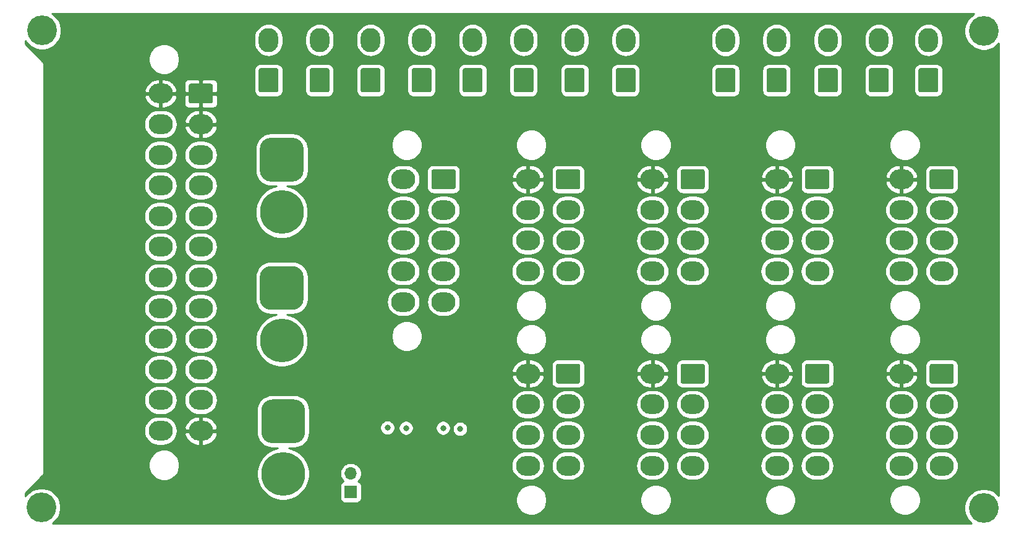
<source format=gbr>
%TF.GenerationSoftware,KiCad,Pcbnew,(5.1.10)-1*%
%TF.CreationDate,2021-10-29T23:59:47-07:00*%
%TF.ProjectId,ATX_PSU_Board,4154585f-5053-4555-9f42-6f6172642e6b,rev?*%
%TF.SameCoordinates,Original*%
%TF.FileFunction,Copper,L3,Inr*%
%TF.FilePolarity,Positive*%
%FSLAX46Y46*%
G04 Gerber Fmt 4.6, Leading zero omitted, Abs format (unit mm)*
G04 Created by KiCad (PCBNEW (5.1.10)-1) date 2021-10-29 23:59:47*
%MOMM*%
%LPD*%
G01*
G04 APERTURE LIST*
%TA.AperFunction,ComponentPad*%
%ADD10C,6.000000*%
%TD*%
%TA.AperFunction,ComponentPad*%
%ADD11O,2.700000X3.300000*%
%TD*%
%TA.AperFunction,ComponentPad*%
%ADD12O,3.300000X2.700000*%
%TD*%
%TA.AperFunction,ComponentPad*%
%ADD13O,1.700000X1.700000*%
%TD*%
%TA.AperFunction,ComponentPad*%
%ADD14R,1.700000X1.700000*%
%TD*%
%TA.AperFunction,ComponentPad*%
%ADD15C,4.064000*%
%TD*%
%TA.AperFunction,ViaPad*%
%ADD16C,0.800000*%
%TD*%
%TA.AperFunction,Conductor*%
%ADD17C,0.254000*%
%TD*%
%TA.AperFunction,Conductor*%
%ADD18C,0.100000*%
%TD*%
G04 APERTURE END LIST*
%TO.N,GND*%
%TO.C,J30*%
%TA.AperFunction,ComponentPad*%
G36*
G01*
X69823200Y-88555200D02*
X72823200Y-88555200D01*
G75*
G02*
X74323200Y-90055200I0J-1500000D01*
G01*
X74323200Y-93055200D01*
G75*
G02*
X72823200Y-94555200I-1500000J0D01*
G01*
X69823200Y-94555200D01*
G75*
G02*
X68323200Y-93055200I0J1500000D01*
G01*
X68323200Y-90055200D01*
G75*
G02*
X69823200Y-88555200I1500000J0D01*
G01*
G37*
%TD.AperFunction*%
D10*
%TO.N,/+12V_SUPPLY*%
X71323200Y-98755200D03*
%TD*%
%TO.N,GND*%
%TO.C,J29*%
%TA.AperFunction,ComponentPad*%
G36*
G01*
X70026400Y-106829600D02*
X73026400Y-106829600D01*
G75*
G02*
X74526400Y-108329600I0J-1500000D01*
G01*
X74526400Y-111329600D01*
G75*
G02*
X73026400Y-112829600I-1500000J0D01*
G01*
X70026400Y-112829600D01*
G75*
G02*
X68526400Y-111329600I0J1500000D01*
G01*
X68526400Y-108329600D01*
G75*
G02*
X70026400Y-106829600I1500000J0D01*
G01*
G37*
%TD.AperFunction*%
%TO.N,/+12V_SUPPLY*%
X71526400Y-117029600D03*
%TD*%
D11*
%TO.N,GND*%
%TO.C,J20*%
X159867600Y-57593600D03*
%TO.N,/+12V_SUPPLY*%
%TA.AperFunction,ComponentPad*%
G36*
G01*
X161217600Y-61693601D02*
X161217600Y-64493599D01*
G75*
G02*
X160967599Y-64743600I-250001J0D01*
G01*
X158767601Y-64743600D01*
G75*
G02*
X158517600Y-64493599I0J250001D01*
G01*
X158517600Y-61693601D01*
G75*
G02*
X158767601Y-61443600I250001J0D01*
G01*
X160967599Y-61443600D01*
G75*
G02*
X161217600Y-61693601I0J-250001D01*
G01*
G37*
%TD.AperFunction*%
%TD*%
D12*
%TO.N,/+12V_SUPPLY*%
%TO.C,J11*%
X156196400Y-115901800D03*
%TO.N,/+5V_SUPPLY*%
X156196400Y-111701800D03*
X156196400Y-107501800D03*
%TO.N,/+3.3V_SUPPLY*%
X156196400Y-103301800D03*
%TO.N,/+12V_SUPPLY*%
X161696400Y-115901800D03*
X161696400Y-111701800D03*
%TO.N,GND*%
X161696400Y-107501800D03*
%TA.AperFunction,ComponentPad*%
G36*
G01*
X160296401Y-101951800D02*
X163096399Y-101951800D01*
G75*
G02*
X163346400Y-102201801I0J-250001D01*
G01*
X163346400Y-104401799D01*
G75*
G02*
X163096399Y-104651800I-250001J0D01*
G01*
X160296401Y-104651800D01*
G75*
G02*
X160046400Y-104401799I0J250001D01*
G01*
X160046400Y-102201801D01*
G75*
G02*
X160296401Y-101951800I250001J0D01*
G01*
G37*
%TD.AperFunction*%
%TD*%
D11*
%TO.N,GND*%
%TO.C,J24*%
X132083632Y-57607200D03*
%TO.N,/+12V_SUPPLY*%
%TA.AperFunction,ComponentPad*%
G36*
G01*
X133433632Y-61707201D02*
X133433632Y-64507199D01*
G75*
G02*
X133183631Y-64757200I-250001J0D01*
G01*
X130983633Y-64757200D01*
G75*
G02*
X130733632Y-64507199I0J250001D01*
G01*
X130733632Y-61707201D01*
G75*
G02*
X130983633Y-61457200I250001J0D01*
G01*
X133183631Y-61457200D01*
G75*
G02*
X133433632Y-61707201I0J-250001D01*
G01*
G37*
%TD.AperFunction*%
%TD*%
%TO.N,GND*%
%TO.C,J23*%
X139086774Y-57607200D03*
%TO.N,/+12V_SUPPLY*%
%TA.AperFunction,ComponentPad*%
G36*
G01*
X140436774Y-61707201D02*
X140436774Y-64507199D01*
G75*
G02*
X140186773Y-64757200I-250001J0D01*
G01*
X137986775Y-64757200D01*
G75*
G02*
X137736774Y-64507199I0J250001D01*
G01*
X137736774Y-61707201D01*
G75*
G02*
X137986775Y-61457200I250001J0D01*
G01*
X140186773Y-61457200D01*
G75*
G02*
X140436774Y-61707201I0J-250001D01*
G01*
G37*
%TD.AperFunction*%
%TD*%
%TO.N,GND*%
%TO.C,J22*%
X146089916Y-57607200D03*
%TO.N,/+12V_SUPPLY*%
%TA.AperFunction,ComponentPad*%
G36*
G01*
X147439916Y-61707201D02*
X147439916Y-64507199D01*
G75*
G02*
X147189915Y-64757200I-250001J0D01*
G01*
X144989917Y-64757200D01*
G75*
G02*
X144739916Y-64507199I0J250001D01*
G01*
X144739916Y-61707201D01*
G75*
G02*
X144989917Y-61457200I250001J0D01*
G01*
X147189915Y-61457200D01*
G75*
G02*
X147439916Y-61707201I0J-250001D01*
G01*
G37*
%TD.AperFunction*%
%TD*%
%TO.N,GND*%
%TO.C,J21*%
X153093058Y-57607200D03*
%TO.N,/+12V_SUPPLY*%
%TA.AperFunction,ComponentPad*%
G36*
G01*
X154443058Y-61707201D02*
X154443058Y-64507199D01*
G75*
G02*
X154193057Y-64757200I-250001J0D01*
G01*
X151993059Y-64757200D01*
G75*
G02*
X151743058Y-64507199I0J250001D01*
G01*
X151743058Y-61707201D01*
G75*
G02*
X151993059Y-61457200I250001J0D01*
G01*
X154193057Y-61457200D01*
G75*
G02*
X154443058Y-61707201I0J-250001D01*
G01*
G37*
%TD.AperFunction*%
%TD*%
%TO.N,GND*%
%TO.C,J19*%
X118414800Y-57593600D03*
%TO.N,/+5V_SUPPLY*%
%TA.AperFunction,ComponentPad*%
G36*
G01*
X119764800Y-61693601D02*
X119764800Y-64493599D01*
G75*
G02*
X119514799Y-64743600I-250001J0D01*
G01*
X117314801Y-64743600D01*
G75*
G02*
X117064800Y-64493599I0J250001D01*
G01*
X117064800Y-61693601D01*
G75*
G02*
X117314801Y-61443600I250001J0D01*
G01*
X119514799Y-61443600D01*
G75*
G02*
X119764800Y-61693601I0J-250001D01*
G01*
G37*
%TD.AperFunction*%
%TD*%
%TO.N,GND*%
%TO.C,J18*%
X111429800Y-57593600D03*
%TO.N,/+5V_SUPPLY*%
%TA.AperFunction,ComponentPad*%
G36*
G01*
X112779800Y-61693601D02*
X112779800Y-64493599D01*
G75*
G02*
X112529799Y-64743600I-250001J0D01*
G01*
X110329801Y-64743600D01*
G75*
G02*
X110079800Y-64493599I0J250001D01*
G01*
X110079800Y-61693601D01*
G75*
G02*
X110329801Y-61443600I250001J0D01*
G01*
X112529799Y-61443600D01*
G75*
G02*
X112779800Y-61693601I0J-250001D01*
G01*
G37*
%TD.AperFunction*%
%TD*%
%TO.N,GND*%
%TO.C,J17*%
X104444800Y-57593600D03*
%TO.N,/+5V_SUPPLY*%
%TA.AperFunction,ComponentPad*%
G36*
G01*
X105794800Y-61693601D02*
X105794800Y-64493599D01*
G75*
G02*
X105544799Y-64743600I-250001J0D01*
G01*
X103344801Y-64743600D01*
G75*
G02*
X103094800Y-64493599I0J250001D01*
G01*
X103094800Y-61693601D01*
G75*
G02*
X103344801Y-61443600I250001J0D01*
G01*
X105544799Y-61443600D01*
G75*
G02*
X105794800Y-61693601I0J-250001D01*
G01*
G37*
%TD.AperFunction*%
%TD*%
%TO.N,GND*%
%TO.C,J16*%
X97459800Y-57593600D03*
%TO.N,/+5V_SUPPLY*%
%TA.AperFunction,ComponentPad*%
G36*
G01*
X98809800Y-61693601D02*
X98809800Y-64493599D01*
G75*
G02*
X98559799Y-64743600I-250001J0D01*
G01*
X96359801Y-64743600D01*
G75*
G02*
X96109800Y-64493599I0J250001D01*
G01*
X96109800Y-61693601D01*
G75*
G02*
X96359801Y-61443600I250001J0D01*
G01*
X98559799Y-61443600D01*
G75*
G02*
X98809800Y-61693601I0J-250001D01*
G01*
G37*
%TD.AperFunction*%
%TD*%
%TO.N,GND*%
%TO.C,J15*%
X90474800Y-57593600D03*
%TO.N,/+5V_SUPPLY*%
%TA.AperFunction,ComponentPad*%
G36*
G01*
X91824800Y-61693601D02*
X91824800Y-64493599D01*
G75*
G02*
X91574799Y-64743600I-250001J0D01*
G01*
X89374801Y-64743600D01*
G75*
G02*
X89124800Y-64493599I0J250001D01*
G01*
X89124800Y-61693601D01*
G75*
G02*
X89374801Y-61443600I250001J0D01*
G01*
X91574799Y-61443600D01*
G75*
G02*
X91824800Y-61693601I0J-250001D01*
G01*
G37*
%TD.AperFunction*%
%TD*%
%TO.N,GND*%
%TO.C,J14*%
X83489800Y-57593600D03*
%TO.N,/+5V_SUPPLY*%
%TA.AperFunction,ComponentPad*%
G36*
G01*
X84839800Y-61693601D02*
X84839800Y-64493599D01*
G75*
G02*
X84589799Y-64743600I-250001J0D01*
G01*
X82389801Y-64743600D01*
G75*
G02*
X82139800Y-64493599I0J250001D01*
G01*
X82139800Y-61693601D01*
G75*
G02*
X82389801Y-61443600I250001J0D01*
G01*
X84589799Y-61443600D01*
G75*
G02*
X84839800Y-61693601I0J-250001D01*
G01*
G37*
%TD.AperFunction*%
%TD*%
%TO.N,GND*%
%TO.C,J13*%
X76504800Y-57593600D03*
%TO.N,/+5V_SUPPLY*%
%TA.AperFunction,ComponentPad*%
G36*
G01*
X77854800Y-61693601D02*
X77854800Y-64493599D01*
G75*
G02*
X77604799Y-64743600I-250001J0D01*
G01*
X75404801Y-64743600D01*
G75*
G02*
X75154800Y-64493599I0J250001D01*
G01*
X75154800Y-61693601D01*
G75*
G02*
X75404801Y-61443600I250001J0D01*
G01*
X77604799Y-61443600D01*
G75*
G02*
X77854800Y-61693601I0J-250001D01*
G01*
G37*
%TD.AperFunction*%
%TD*%
%TO.N,GND*%
%TO.C,J12*%
X69519800Y-57593600D03*
%TO.N,/+5V_SUPPLY*%
%TA.AperFunction,ComponentPad*%
G36*
G01*
X70869800Y-61693601D02*
X70869800Y-64493599D01*
G75*
G02*
X70619799Y-64743600I-250001J0D01*
G01*
X68419801Y-64743600D01*
G75*
G02*
X68169800Y-64493599I0J250001D01*
G01*
X68169800Y-61693601D01*
G75*
G02*
X68419801Y-61443600I250001J0D01*
G01*
X70619799Y-61443600D01*
G75*
G02*
X70869800Y-61693601I0J-250001D01*
G01*
G37*
%TD.AperFunction*%
%TD*%
%TO.N,GND*%
%TO.C,J28*%
%TA.AperFunction,ComponentPad*%
G36*
G01*
X69823200Y-70978400D02*
X72823200Y-70978400D01*
G75*
G02*
X74323200Y-72478400I0J-1500000D01*
G01*
X74323200Y-75478400D01*
G75*
G02*
X72823200Y-76978400I-1500000J0D01*
G01*
X69823200Y-76978400D01*
G75*
G02*
X68323200Y-75478400I0J1500000D01*
G01*
X68323200Y-72478400D01*
G75*
G02*
X69823200Y-70978400I1500000J0D01*
G01*
G37*
%TD.AperFunction*%
D10*
%TO.N,/+5V_SUPPLY*%
X71323200Y-81178400D03*
%TD*%
D13*
%TO.N,GND*%
%TO.C,J1*%
X80772000Y-116967000D03*
D14*
%TO.N,/PS_ON*%
X80772000Y-119507000D03*
%TD*%
D12*
%TO.N,/+12V_SUPPLY*%
%TO.C,J5*%
X122091000Y-89264600D03*
%TO.N,/+5V_SUPPLY*%
X122091000Y-85064600D03*
X122091000Y-80864600D03*
%TO.N,/+3.3V_SUPPLY*%
X122091000Y-76664600D03*
%TO.N,/+12V_SUPPLY*%
X127591000Y-89264600D03*
X127591000Y-85064600D03*
%TO.N,GND*%
X127591000Y-80864600D03*
%TA.AperFunction,ComponentPad*%
G36*
G01*
X126191001Y-75314600D02*
X128990999Y-75314600D01*
G75*
G02*
X129241000Y-75564601I0J-250001D01*
G01*
X129241000Y-77764599D01*
G75*
G02*
X128990999Y-78014600I-250001J0D01*
G01*
X126191001Y-78014600D01*
G75*
G02*
X125941000Y-77764599I0J250001D01*
G01*
X125941000Y-75564601D01*
G75*
G02*
X126191001Y-75314600I250001J0D01*
G01*
G37*
%TD.AperFunction*%
%TD*%
%TO.N,/+12V_SUPPLY*%
%TO.C,J7*%
X156196400Y-89264600D03*
%TO.N,/+5V_SUPPLY*%
X156196400Y-85064600D03*
X156196400Y-80864600D03*
%TO.N,/+3.3V_SUPPLY*%
X156196400Y-76664600D03*
%TO.N,/+12V_SUPPLY*%
X161696400Y-89264600D03*
X161696400Y-85064600D03*
%TO.N,GND*%
X161696400Y-80864600D03*
%TA.AperFunction,ComponentPad*%
G36*
G01*
X160296401Y-75314600D02*
X163096399Y-75314600D01*
G75*
G02*
X163346400Y-75564601I0J-250001D01*
G01*
X163346400Y-77764599D01*
G75*
G02*
X163096399Y-78014600I-250001J0D01*
G01*
X160296401Y-78014600D01*
G75*
G02*
X160046400Y-77764599I0J250001D01*
G01*
X160046400Y-75564601D01*
G75*
G02*
X160296401Y-75314600I250001J0D01*
G01*
G37*
%TD.AperFunction*%
%TD*%
D15*
%TO.N,N/C*%
%TO.C,H4*%
X167436800Y-56337200D03*
%TD*%
%TO.N,N/C*%
%TO.C,H3*%
X38404800Y-121615200D03*
%TD*%
%TO.N,N/C*%
%TO.C,H2*%
X167436800Y-121716800D03*
%TD*%
%TO.N,N/C*%
%TO.C,H1*%
X38506400Y-56286400D03*
%TD*%
D12*
%TO.N,/+12V_SUPPLY*%
%TO.C,J10*%
X139143700Y-115901800D03*
%TO.N,/+5V_SUPPLY*%
X139143700Y-111701800D03*
X139143700Y-107501800D03*
%TO.N,/+3.3V_SUPPLY*%
X139143700Y-103301800D03*
%TO.N,/+12V_SUPPLY*%
X144643700Y-115901800D03*
X144643700Y-111701800D03*
%TO.N,GND*%
X144643700Y-107501800D03*
%TA.AperFunction,ComponentPad*%
G36*
G01*
X143243701Y-101951800D02*
X146043699Y-101951800D01*
G75*
G02*
X146293700Y-102201801I0J-250001D01*
G01*
X146293700Y-104401799D01*
G75*
G02*
X146043699Y-104651800I-250001J0D01*
G01*
X143243701Y-104651800D01*
G75*
G02*
X142993700Y-104401799I0J250001D01*
G01*
X142993700Y-102201801D01*
G75*
G02*
X143243701Y-101951800I250001J0D01*
G01*
G37*
%TD.AperFunction*%
%TD*%
%TO.N,/+12V_SUPPLY*%
%TO.C,J9*%
X122091000Y-115901800D03*
%TO.N,/+5V_SUPPLY*%
X122091000Y-111701800D03*
X122091000Y-107501800D03*
%TO.N,/+3.3V_SUPPLY*%
X122091000Y-103301800D03*
%TO.N,/+12V_SUPPLY*%
X127591000Y-115901800D03*
X127591000Y-111701800D03*
%TO.N,GND*%
X127591000Y-107501800D03*
%TA.AperFunction,ComponentPad*%
G36*
G01*
X126191001Y-101951800D02*
X128990999Y-101951800D01*
G75*
G02*
X129241000Y-102201801I0J-250001D01*
G01*
X129241000Y-104401799D01*
G75*
G02*
X128990999Y-104651800I-250001J0D01*
G01*
X126191001Y-104651800D01*
G75*
G02*
X125941000Y-104401799I0J250001D01*
G01*
X125941000Y-102201801D01*
G75*
G02*
X126191001Y-101951800I250001J0D01*
G01*
G37*
%TD.AperFunction*%
%TD*%
%TO.N,/+12V_SUPPLY*%
%TO.C,J8*%
X105038300Y-115901800D03*
%TO.N,/+5V_SUPPLY*%
X105038300Y-111701800D03*
X105038300Y-107501800D03*
%TO.N,/+3.3V_SUPPLY*%
X105038300Y-103301800D03*
%TO.N,/+12V_SUPPLY*%
X110538300Y-115901800D03*
X110538300Y-111701800D03*
%TO.N,GND*%
X110538300Y-107501800D03*
%TA.AperFunction,ComponentPad*%
G36*
G01*
X109138301Y-101951800D02*
X111938299Y-101951800D01*
G75*
G02*
X112188300Y-102201801I0J-250001D01*
G01*
X112188300Y-104401799D01*
G75*
G02*
X111938299Y-104651800I-250001J0D01*
G01*
X109138301Y-104651800D01*
G75*
G02*
X108888300Y-104401799I0J250001D01*
G01*
X108888300Y-102201801D01*
G75*
G02*
X109138301Y-101951800I250001J0D01*
G01*
G37*
%TD.AperFunction*%
%TD*%
%TO.N,/+12V_SUPPLY*%
%TO.C,J6*%
X139143700Y-89264600D03*
%TO.N,/+5V_SUPPLY*%
X139143700Y-85064600D03*
X139143700Y-80864600D03*
%TO.N,/+3.3V_SUPPLY*%
X139143700Y-76664600D03*
%TO.N,/+12V_SUPPLY*%
X144643700Y-89264600D03*
X144643700Y-85064600D03*
%TO.N,GND*%
X144643700Y-80864600D03*
%TA.AperFunction,ComponentPad*%
G36*
G01*
X143243701Y-75314600D02*
X146043699Y-75314600D01*
G75*
G02*
X146293700Y-75564601I0J-250001D01*
G01*
X146293700Y-77764599D01*
G75*
G02*
X146043699Y-78014600I-250001J0D01*
G01*
X143243701Y-78014600D01*
G75*
G02*
X142993700Y-77764599I0J250001D01*
G01*
X142993700Y-75564601D01*
G75*
G02*
X143243701Y-75314600I250001J0D01*
G01*
G37*
%TD.AperFunction*%
%TD*%
%TO.N,/+12V_SUPPLY*%
%TO.C,J4*%
X105038300Y-89264600D03*
%TO.N,/+5V_SUPPLY*%
X105038300Y-85064600D03*
X105038300Y-80864600D03*
%TO.N,/+3.3V_SUPPLY*%
X105038300Y-76664600D03*
%TO.N,/+12V_SUPPLY*%
X110538300Y-89264600D03*
X110538300Y-85064600D03*
%TO.N,GND*%
X110538300Y-80864600D03*
%TA.AperFunction,ComponentPad*%
G36*
G01*
X109138301Y-75314600D02*
X111938299Y-75314600D01*
G75*
G02*
X112188300Y-75564601I0J-250001D01*
G01*
X112188300Y-77764599D01*
G75*
G02*
X111938299Y-78014600I-250001J0D01*
G01*
X109138301Y-78014600D01*
G75*
G02*
X108888300Y-77764599I0J250001D01*
G01*
X108888300Y-75564601D01*
G75*
G02*
X109138301Y-75314600I250001J0D01*
G01*
G37*
%TD.AperFunction*%
%TD*%
%TO.N,GND*%
%TO.C,J3*%
X87985600Y-93464600D03*
X87985600Y-89264600D03*
%TO.N,/+12V_SUPPLY*%
X87985600Y-85064600D03*
%TO.N,/+5V_SUPPLY*%
X87985600Y-80864600D03*
X87985600Y-76664600D03*
%TO.N,GND*%
X93485600Y-93464600D03*
X93485600Y-89264600D03*
%TO.N,/+5V_SUPPLY*%
X93485600Y-85064600D03*
X93485600Y-80864600D03*
%TA.AperFunction,ComponentPad*%
G36*
G01*
X92085601Y-75314600D02*
X94885599Y-75314600D01*
G75*
G02*
X95135600Y-75564601I0J-250001D01*
G01*
X95135600Y-77764599D01*
G75*
G02*
X94885599Y-78014600I-250001J0D01*
G01*
X92085601Y-78014600D01*
G75*
G02*
X91835600Y-77764599I0J250001D01*
G01*
X91835600Y-75564601D01*
G75*
G02*
X92085601Y-75314600I250001J0D01*
G01*
G37*
%TD.AperFunction*%
%TD*%
%TO.N,GND*%
%TO.C,J2*%
X54748800Y-111122400D03*
%TO.N,/+5V_SUPPLY*%
X54748800Y-106922400D03*
X54748800Y-102722400D03*
X54748800Y-98522400D03*
%TO.N,Net-(J2-Pad20)*%
X54748800Y-94322400D03*
%TO.N,GND*%
X54748800Y-90122400D03*
X54748800Y-85922400D03*
X54748800Y-81722400D03*
%TO.N,/PS_ON*%
X54748800Y-77522400D03*
%TO.N,GND*%
X54748800Y-73322400D03*
%TO.N,Net-(J2-Pad14)*%
X54748800Y-69122400D03*
%TO.N,/+3.3V_SUPPLY*%
X54748800Y-64922400D03*
X60248800Y-111122400D03*
%TO.N,/+12V_SUPPLY*%
X60248800Y-106922400D03*
X60248800Y-102722400D03*
%TO.N,/+5VSB_SUPPLY*%
X60248800Y-98522400D03*
%TO.N,/PWR_OK*%
X60248800Y-94322400D03*
%TO.N,GND*%
X60248800Y-90122400D03*
%TO.N,/+5V_SUPPLY*%
X60248800Y-85922400D03*
%TO.N,GND*%
X60248800Y-81722400D03*
%TO.N,/+5V_SUPPLY*%
X60248800Y-77522400D03*
%TO.N,GND*%
X60248800Y-73322400D03*
%TO.N,/+3.3V_SUPPLY*%
X60248800Y-69122400D03*
%TA.AperFunction,ComponentPad*%
G36*
G01*
X58848801Y-63572400D02*
X61648799Y-63572400D01*
G75*
G02*
X61898800Y-63822401I0J-250001D01*
G01*
X61898800Y-66022399D01*
G75*
G02*
X61648799Y-66272400I-250001J0D01*
G01*
X58848801Y-66272400D01*
G75*
G02*
X58598800Y-66022399I0J250001D01*
G01*
X58598800Y-63822401D01*
G75*
G02*
X58848801Y-63572400I250001J0D01*
G01*
G37*
%TD.AperFunction*%
%TD*%
D16*
%TO.N,/+5V_SUPPLY*%
X88346000Y-110737600D03*
%TO.N,/+3.3V_SUPPLY*%
X90886000Y-110737600D03*
%TO.N,/+12V_SUPPLY*%
X93426000Y-110737600D03*
%TO.N,/+5VSB_SUPPLY*%
X85806000Y-110698000D03*
%TO.N,/PWR_OK*%
X95750000Y-110863000D03*
%TD*%
D17*
%TO.N,/+3.3V_SUPPLY*%
X165736687Y-54265606D02*
X165365206Y-54637087D01*
X165073336Y-55073902D01*
X164872292Y-55559265D01*
X164769800Y-56074523D01*
X164769800Y-56599877D01*
X164872292Y-57115135D01*
X165073336Y-57600498D01*
X165365206Y-58037313D01*
X165736687Y-58408794D01*
X166173502Y-58700664D01*
X166658865Y-58901708D01*
X167174123Y-59004200D01*
X167699477Y-59004200D01*
X168214735Y-58901708D01*
X168700098Y-58700664D01*
X169136913Y-58408794D01*
X169508394Y-58037313D01*
X169520001Y-58019942D01*
X169520000Y-120034057D01*
X169508394Y-120016687D01*
X169136913Y-119645206D01*
X168700098Y-119353336D01*
X168214735Y-119152292D01*
X167699477Y-119049800D01*
X167174123Y-119049800D01*
X166658865Y-119152292D01*
X166173502Y-119353336D01*
X165736687Y-119645206D01*
X165365206Y-120016687D01*
X165073336Y-120453502D01*
X164872292Y-120938865D01*
X164769800Y-121454123D01*
X164769800Y-121979477D01*
X164872292Y-122494735D01*
X165073336Y-122980098D01*
X165365206Y-123416913D01*
X165736687Y-123788394D01*
X165754057Y-123800000D01*
X39935488Y-123800000D01*
X40104913Y-123686794D01*
X40476394Y-123315313D01*
X40768264Y-122878498D01*
X40969308Y-122393135D01*
X41071800Y-121877877D01*
X41071800Y-121352523D01*
X40969308Y-120837265D01*
X40768264Y-120351902D01*
X40476394Y-119915087D01*
X40104913Y-119543606D01*
X39668098Y-119251736D01*
X39182735Y-119050692D01*
X38667477Y-118948200D01*
X38142123Y-118948200D01*
X37626865Y-119050692D01*
X37141502Y-119251736D01*
X36704687Y-119543606D01*
X36333206Y-119915087D01*
X36220000Y-120084512D01*
X36220000Y-119653380D01*
X38543769Y-117329612D01*
X38568948Y-117308948D01*
X38651425Y-117208450D01*
X38712710Y-117093793D01*
X38750450Y-116969383D01*
X38760000Y-116872419D01*
X38760000Y-116872410D01*
X38763192Y-116840001D01*
X38760000Y-116807592D01*
X38760000Y-115612121D01*
X53073800Y-115612121D01*
X53073800Y-116032679D01*
X53155847Y-116445156D01*
X53316788Y-116833702D01*
X53550437Y-117183383D01*
X53847817Y-117480763D01*
X54197498Y-117714412D01*
X54586044Y-117875353D01*
X54998521Y-117957400D01*
X55419079Y-117957400D01*
X55831556Y-117875353D01*
X56220102Y-117714412D01*
X56569783Y-117480763D01*
X56867163Y-117183383D01*
X57100812Y-116833702D01*
X57261753Y-116445156D01*
X57343800Y-116032679D01*
X57343800Y-115612121D01*
X57261753Y-115199644D01*
X57100812Y-114811098D01*
X56867163Y-114461417D01*
X56569783Y-114164037D01*
X56220102Y-113930388D01*
X55831556Y-113769447D01*
X55419079Y-113687400D01*
X54998521Y-113687400D01*
X54586044Y-113769447D01*
X54197498Y-113930388D01*
X53847817Y-114164037D01*
X53550437Y-114461417D01*
X53316788Y-114811098D01*
X53155847Y-115199644D01*
X53073800Y-115612121D01*
X38760000Y-115612121D01*
X38760000Y-111122400D01*
X52454196Y-111122400D01*
X52492522Y-111511528D01*
X52606026Y-111885702D01*
X52790347Y-112230543D01*
X53038402Y-112532798D01*
X53340657Y-112780853D01*
X53685498Y-112965174D01*
X54059672Y-113078678D01*
X54351290Y-113107400D01*
X55146310Y-113107400D01*
X55437928Y-113078678D01*
X55812102Y-112965174D01*
X56156943Y-112780853D01*
X56459198Y-112532798D01*
X56707253Y-112230543D01*
X56891574Y-111885702D01*
X56991064Y-111557723D01*
X58012123Y-111557723D01*
X58066299Y-111764695D01*
X58227776Y-112119611D01*
X58455391Y-112436205D01*
X58740397Y-112702310D01*
X59071841Y-112907700D01*
X59436986Y-113044482D01*
X59821800Y-113107400D01*
X60121800Y-113107400D01*
X60121800Y-111249400D01*
X60375800Y-111249400D01*
X60375800Y-113107400D01*
X60675800Y-113107400D01*
X61060614Y-113044482D01*
X61425759Y-112907700D01*
X61757203Y-112702310D01*
X62042209Y-112436205D01*
X62269824Y-112119611D01*
X62431301Y-111764695D01*
X62485477Y-111557723D01*
X62370629Y-111249400D01*
X60375800Y-111249400D01*
X60121800Y-111249400D01*
X58126971Y-111249400D01*
X58012123Y-111557723D01*
X56991064Y-111557723D01*
X57005078Y-111511528D01*
X57043404Y-111122400D01*
X57005078Y-110733272D01*
X56991065Y-110687077D01*
X58012123Y-110687077D01*
X58126971Y-110995400D01*
X60121800Y-110995400D01*
X60121800Y-109137400D01*
X60375800Y-109137400D01*
X60375800Y-110995400D01*
X62370629Y-110995400D01*
X62485477Y-110687077D01*
X62431301Y-110480105D01*
X62269824Y-110125189D01*
X62042209Y-109808595D01*
X61757203Y-109542490D01*
X61425759Y-109337100D01*
X61060614Y-109200318D01*
X60675800Y-109137400D01*
X60375800Y-109137400D01*
X60121800Y-109137400D01*
X59821800Y-109137400D01*
X59436986Y-109200318D01*
X59071841Y-109337100D01*
X58740397Y-109542490D01*
X58455391Y-109808595D01*
X58227776Y-110125189D01*
X58066299Y-110480105D01*
X58012123Y-110687077D01*
X56991065Y-110687077D01*
X56891574Y-110359098D01*
X56707253Y-110014257D01*
X56459198Y-109712002D01*
X56156943Y-109463947D01*
X55812102Y-109279626D01*
X55437928Y-109166122D01*
X55146310Y-109137400D01*
X54351290Y-109137400D01*
X54059672Y-109166122D01*
X53685498Y-109279626D01*
X53340657Y-109463947D01*
X53038402Y-109712002D01*
X52790347Y-110014257D01*
X52606026Y-110359098D01*
X52492522Y-110733272D01*
X52454196Y-111122400D01*
X38760000Y-111122400D01*
X38760000Y-106922400D01*
X52454196Y-106922400D01*
X52492522Y-107311528D01*
X52606026Y-107685702D01*
X52790347Y-108030543D01*
X53038402Y-108332798D01*
X53340657Y-108580853D01*
X53685498Y-108765174D01*
X54059672Y-108878678D01*
X54351290Y-108907400D01*
X55146310Y-108907400D01*
X55437928Y-108878678D01*
X55812102Y-108765174D01*
X56156943Y-108580853D01*
X56459198Y-108332798D01*
X56707253Y-108030543D01*
X56891574Y-107685702D01*
X57005078Y-107311528D01*
X57043404Y-106922400D01*
X57954196Y-106922400D01*
X57992522Y-107311528D01*
X58106026Y-107685702D01*
X58290347Y-108030543D01*
X58538402Y-108332798D01*
X58840657Y-108580853D01*
X59185498Y-108765174D01*
X59559672Y-108878678D01*
X59851290Y-108907400D01*
X60646310Y-108907400D01*
X60937928Y-108878678D01*
X61312102Y-108765174D01*
X61656943Y-108580853D01*
X61959198Y-108332798D01*
X61961822Y-108329600D01*
X67888328Y-108329600D01*
X67888328Y-111329600D01*
X67929410Y-111746717D01*
X68051079Y-112147805D01*
X68248658Y-112517449D01*
X68514555Y-112841445D01*
X68838551Y-113107342D01*
X69208195Y-113304921D01*
X69609283Y-113426590D01*
X70026400Y-113467672D01*
X70801026Y-113467672D01*
X70466110Y-113534291D01*
X69804582Y-113808305D01*
X69209223Y-114206111D01*
X68702911Y-114712423D01*
X68305105Y-115307782D01*
X68031091Y-115969310D01*
X67891400Y-116671584D01*
X67891400Y-117387616D01*
X68031091Y-118089890D01*
X68305105Y-118751418D01*
X68702911Y-119346777D01*
X69209223Y-119853089D01*
X69804582Y-120250895D01*
X70466110Y-120524909D01*
X71168384Y-120664600D01*
X71884416Y-120664600D01*
X72586690Y-120524909D01*
X73248218Y-120250895D01*
X73843577Y-119853089D01*
X74349889Y-119346777D01*
X74747695Y-118751418D01*
X74786804Y-118657000D01*
X79283928Y-118657000D01*
X79283928Y-120357000D01*
X79296188Y-120481482D01*
X79332498Y-120601180D01*
X79391463Y-120711494D01*
X79470815Y-120808185D01*
X79567506Y-120887537D01*
X79677820Y-120946502D01*
X79797518Y-120982812D01*
X79922000Y-120995072D01*
X81622000Y-120995072D01*
X81746482Y-120982812D01*
X81866180Y-120946502D01*
X81976494Y-120887537D01*
X82073185Y-120808185D01*
X82152537Y-120711494D01*
X82211502Y-120601180D01*
X82247812Y-120481482D01*
X82256672Y-120391521D01*
X103363300Y-120391521D01*
X103363300Y-120812079D01*
X103445347Y-121224556D01*
X103606288Y-121613102D01*
X103839937Y-121962783D01*
X104137317Y-122260163D01*
X104486998Y-122493812D01*
X104875544Y-122654753D01*
X105288021Y-122736800D01*
X105708579Y-122736800D01*
X106121056Y-122654753D01*
X106509602Y-122493812D01*
X106859283Y-122260163D01*
X107156663Y-121962783D01*
X107390312Y-121613102D01*
X107551253Y-121224556D01*
X107633300Y-120812079D01*
X107633300Y-120391521D01*
X120416000Y-120391521D01*
X120416000Y-120812079D01*
X120498047Y-121224556D01*
X120658988Y-121613102D01*
X120892637Y-121962783D01*
X121190017Y-122260163D01*
X121539698Y-122493812D01*
X121928244Y-122654753D01*
X122340721Y-122736800D01*
X122761279Y-122736800D01*
X123173756Y-122654753D01*
X123562302Y-122493812D01*
X123911983Y-122260163D01*
X124209363Y-121962783D01*
X124443012Y-121613102D01*
X124603953Y-121224556D01*
X124686000Y-120812079D01*
X124686000Y-120391521D01*
X137468700Y-120391521D01*
X137468700Y-120812079D01*
X137550747Y-121224556D01*
X137711688Y-121613102D01*
X137945337Y-121962783D01*
X138242717Y-122260163D01*
X138592398Y-122493812D01*
X138980944Y-122654753D01*
X139393421Y-122736800D01*
X139813979Y-122736800D01*
X140226456Y-122654753D01*
X140615002Y-122493812D01*
X140964683Y-122260163D01*
X141262063Y-121962783D01*
X141495712Y-121613102D01*
X141656653Y-121224556D01*
X141738700Y-120812079D01*
X141738700Y-120391521D01*
X154521400Y-120391521D01*
X154521400Y-120812079D01*
X154603447Y-121224556D01*
X154764388Y-121613102D01*
X154998037Y-121962783D01*
X155295417Y-122260163D01*
X155645098Y-122493812D01*
X156033644Y-122654753D01*
X156446121Y-122736800D01*
X156866679Y-122736800D01*
X157279156Y-122654753D01*
X157667702Y-122493812D01*
X158017383Y-122260163D01*
X158314763Y-121962783D01*
X158548412Y-121613102D01*
X158709353Y-121224556D01*
X158791400Y-120812079D01*
X158791400Y-120391521D01*
X158709353Y-119979044D01*
X158548412Y-119590498D01*
X158314763Y-119240817D01*
X158017383Y-118943437D01*
X157667702Y-118709788D01*
X157279156Y-118548847D01*
X156866679Y-118466800D01*
X156446121Y-118466800D01*
X156033644Y-118548847D01*
X155645098Y-118709788D01*
X155295417Y-118943437D01*
X154998037Y-119240817D01*
X154764388Y-119590498D01*
X154603447Y-119979044D01*
X154521400Y-120391521D01*
X141738700Y-120391521D01*
X141656653Y-119979044D01*
X141495712Y-119590498D01*
X141262063Y-119240817D01*
X140964683Y-118943437D01*
X140615002Y-118709788D01*
X140226456Y-118548847D01*
X139813979Y-118466800D01*
X139393421Y-118466800D01*
X138980944Y-118548847D01*
X138592398Y-118709788D01*
X138242717Y-118943437D01*
X137945337Y-119240817D01*
X137711688Y-119590498D01*
X137550747Y-119979044D01*
X137468700Y-120391521D01*
X124686000Y-120391521D01*
X124603953Y-119979044D01*
X124443012Y-119590498D01*
X124209363Y-119240817D01*
X123911983Y-118943437D01*
X123562302Y-118709788D01*
X123173756Y-118548847D01*
X122761279Y-118466800D01*
X122340721Y-118466800D01*
X121928244Y-118548847D01*
X121539698Y-118709788D01*
X121190017Y-118943437D01*
X120892637Y-119240817D01*
X120658988Y-119590498D01*
X120498047Y-119979044D01*
X120416000Y-120391521D01*
X107633300Y-120391521D01*
X107551253Y-119979044D01*
X107390312Y-119590498D01*
X107156663Y-119240817D01*
X106859283Y-118943437D01*
X106509602Y-118709788D01*
X106121056Y-118548847D01*
X105708579Y-118466800D01*
X105288021Y-118466800D01*
X104875544Y-118548847D01*
X104486998Y-118709788D01*
X104137317Y-118943437D01*
X103839937Y-119240817D01*
X103606288Y-119590498D01*
X103445347Y-119979044D01*
X103363300Y-120391521D01*
X82256672Y-120391521D01*
X82260072Y-120357000D01*
X82260072Y-118657000D01*
X82247812Y-118532518D01*
X82211502Y-118412820D01*
X82152537Y-118302506D01*
X82073185Y-118205815D01*
X81976494Y-118126463D01*
X81866180Y-118067498D01*
X81793620Y-118045487D01*
X81925475Y-117913632D01*
X82087990Y-117670411D01*
X82199932Y-117400158D01*
X82257000Y-117113260D01*
X82257000Y-116820740D01*
X82199932Y-116533842D01*
X82087990Y-116263589D01*
X81925475Y-116020368D01*
X81806907Y-115901800D01*
X102743696Y-115901800D01*
X102782022Y-116290928D01*
X102895526Y-116665102D01*
X103079847Y-117009943D01*
X103327902Y-117312198D01*
X103630157Y-117560253D01*
X103974998Y-117744574D01*
X104349172Y-117858078D01*
X104640790Y-117886800D01*
X105435810Y-117886800D01*
X105727428Y-117858078D01*
X106101602Y-117744574D01*
X106446443Y-117560253D01*
X106748698Y-117312198D01*
X106996753Y-117009943D01*
X107181074Y-116665102D01*
X107294578Y-116290928D01*
X107332904Y-115901800D01*
X108243696Y-115901800D01*
X108282022Y-116290928D01*
X108395526Y-116665102D01*
X108579847Y-117009943D01*
X108827902Y-117312198D01*
X109130157Y-117560253D01*
X109474998Y-117744574D01*
X109849172Y-117858078D01*
X110140790Y-117886800D01*
X110935810Y-117886800D01*
X111227428Y-117858078D01*
X111601602Y-117744574D01*
X111946443Y-117560253D01*
X112248698Y-117312198D01*
X112496753Y-117009943D01*
X112681074Y-116665102D01*
X112794578Y-116290928D01*
X112832904Y-115901800D01*
X119796396Y-115901800D01*
X119834722Y-116290928D01*
X119948226Y-116665102D01*
X120132547Y-117009943D01*
X120380602Y-117312198D01*
X120682857Y-117560253D01*
X121027698Y-117744574D01*
X121401872Y-117858078D01*
X121693490Y-117886800D01*
X122488510Y-117886800D01*
X122780128Y-117858078D01*
X123154302Y-117744574D01*
X123499143Y-117560253D01*
X123801398Y-117312198D01*
X124049453Y-117009943D01*
X124233774Y-116665102D01*
X124347278Y-116290928D01*
X124385604Y-115901800D01*
X125296396Y-115901800D01*
X125334722Y-116290928D01*
X125448226Y-116665102D01*
X125632547Y-117009943D01*
X125880602Y-117312198D01*
X126182857Y-117560253D01*
X126527698Y-117744574D01*
X126901872Y-117858078D01*
X127193490Y-117886800D01*
X127988510Y-117886800D01*
X128280128Y-117858078D01*
X128654302Y-117744574D01*
X128999143Y-117560253D01*
X129301398Y-117312198D01*
X129549453Y-117009943D01*
X129733774Y-116665102D01*
X129847278Y-116290928D01*
X129885604Y-115901800D01*
X136849096Y-115901800D01*
X136887422Y-116290928D01*
X137000926Y-116665102D01*
X137185247Y-117009943D01*
X137433302Y-117312198D01*
X137735557Y-117560253D01*
X138080398Y-117744574D01*
X138454572Y-117858078D01*
X138746190Y-117886800D01*
X139541210Y-117886800D01*
X139832828Y-117858078D01*
X140207002Y-117744574D01*
X140551843Y-117560253D01*
X140854098Y-117312198D01*
X141102153Y-117009943D01*
X141286474Y-116665102D01*
X141399978Y-116290928D01*
X141438304Y-115901800D01*
X142349096Y-115901800D01*
X142387422Y-116290928D01*
X142500926Y-116665102D01*
X142685247Y-117009943D01*
X142933302Y-117312198D01*
X143235557Y-117560253D01*
X143580398Y-117744574D01*
X143954572Y-117858078D01*
X144246190Y-117886800D01*
X145041210Y-117886800D01*
X145332828Y-117858078D01*
X145707002Y-117744574D01*
X146051843Y-117560253D01*
X146354098Y-117312198D01*
X146602153Y-117009943D01*
X146786474Y-116665102D01*
X146899978Y-116290928D01*
X146938304Y-115901800D01*
X153901796Y-115901800D01*
X153940122Y-116290928D01*
X154053626Y-116665102D01*
X154237947Y-117009943D01*
X154486002Y-117312198D01*
X154788257Y-117560253D01*
X155133098Y-117744574D01*
X155507272Y-117858078D01*
X155798890Y-117886800D01*
X156593910Y-117886800D01*
X156885528Y-117858078D01*
X157259702Y-117744574D01*
X157604543Y-117560253D01*
X157906798Y-117312198D01*
X158154853Y-117009943D01*
X158339174Y-116665102D01*
X158452678Y-116290928D01*
X158491004Y-115901800D01*
X159401796Y-115901800D01*
X159440122Y-116290928D01*
X159553626Y-116665102D01*
X159737947Y-117009943D01*
X159986002Y-117312198D01*
X160288257Y-117560253D01*
X160633098Y-117744574D01*
X161007272Y-117858078D01*
X161298890Y-117886800D01*
X162093910Y-117886800D01*
X162385528Y-117858078D01*
X162759702Y-117744574D01*
X163104543Y-117560253D01*
X163406798Y-117312198D01*
X163654853Y-117009943D01*
X163839174Y-116665102D01*
X163952678Y-116290928D01*
X163991004Y-115901800D01*
X163952678Y-115512672D01*
X163839174Y-115138498D01*
X163654853Y-114793657D01*
X163406798Y-114491402D01*
X163104543Y-114243347D01*
X162759702Y-114059026D01*
X162385528Y-113945522D01*
X162093910Y-113916800D01*
X161298890Y-113916800D01*
X161007272Y-113945522D01*
X160633098Y-114059026D01*
X160288257Y-114243347D01*
X159986002Y-114491402D01*
X159737947Y-114793657D01*
X159553626Y-115138498D01*
X159440122Y-115512672D01*
X159401796Y-115901800D01*
X158491004Y-115901800D01*
X158452678Y-115512672D01*
X158339174Y-115138498D01*
X158154853Y-114793657D01*
X157906798Y-114491402D01*
X157604543Y-114243347D01*
X157259702Y-114059026D01*
X156885528Y-113945522D01*
X156593910Y-113916800D01*
X155798890Y-113916800D01*
X155507272Y-113945522D01*
X155133098Y-114059026D01*
X154788257Y-114243347D01*
X154486002Y-114491402D01*
X154237947Y-114793657D01*
X154053626Y-115138498D01*
X153940122Y-115512672D01*
X153901796Y-115901800D01*
X146938304Y-115901800D01*
X146899978Y-115512672D01*
X146786474Y-115138498D01*
X146602153Y-114793657D01*
X146354098Y-114491402D01*
X146051843Y-114243347D01*
X145707002Y-114059026D01*
X145332828Y-113945522D01*
X145041210Y-113916800D01*
X144246190Y-113916800D01*
X143954572Y-113945522D01*
X143580398Y-114059026D01*
X143235557Y-114243347D01*
X142933302Y-114491402D01*
X142685247Y-114793657D01*
X142500926Y-115138498D01*
X142387422Y-115512672D01*
X142349096Y-115901800D01*
X141438304Y-115901800D01*
X141399978Y-115512672D01*
X141286474Y-115138498D01*
X141102153Y-114793657D01*
X140854098Y-114491402D01*
X140551843Y-114243347D01*
X140207002Y-114059026D01*
X139832828Y-113945522D01*
X139541210Y-113916800D01*
X138746190Y-113916800D01*
X138454572Y-113945522D01*
X138080398Y-114059026D01*
X137735557Y-114243347D01*
X137433302Y-114491402D01*
X137185247Y-114793657D01*
X137000926Y-115138498D01*
X136887422Y-115512672D01*
X136849096Y-115901800D01*
X129885604Y-115901800D01*
X129847278Y-115512672D01*
X129733774Y-115138498D01*
X129549453Y-114793657D01*
X129301398Y-114491402D01*
X128999143Y-114243347D01*
X128654302Y-114059026D01*
X128280128Y-113945522D01*
X127988510Y-113916800D01*
X127193490Y-113916800D01*
X126901872Y-113945522D01*
X126527698Y-114059026D01*
X126182857Y-114243347D01*
X125880602Y-114491402D01*
X125632547Y-114793657D01*
X125448226Y-115138498D01*
X125334722Y-115512672D01*
X125296396Y-115901800D01*
X124385604Y-115901800D01*
X124347278Y-115512672D01*
X124233774Y-115138498D01*
X124049453Y-114793657D01*
X123801398Y-114491402D01*
X123499143Y-114243347D01*
X123154302Y-114059026D01*
X122780128Y-113945522D01*
X122488510Y-113916800D01*
X121693490Y-113916800D01*
X121401872Y-113945522D01*
X121027698Y-114059026D01*
X120682857Y-114243347D01*
X120380602Y-114491402D01*
X120132547Y-114793657D01*
X119948226Y-115138498D01*
X119834722Y-115512672D01*
X119796396Y-115901800D01*
X112832904Y-115901800D01*
X112794578Y-115512672D01*
X112681074Y-115138498D01*
X112496753Y-114793657D01*
X112248698Y-114491402D01*
X111946443Y-114243347D01*
X111601602Y-114059026D01*
X111227428Y-113945522D01*
X110935810Y-113916800D01*
X110140790Y-113916800D01*
X109849172Y-113945522D01*
X109474998Y-114059026D01*
X109130157Y-114243347D01*
X108827902Y-114491402D01*
X108579847Y-114793657D01*
X108395526Y-115138498D01*
X108282022Y-115512672D01*
X108243696Y-115901800D01*
X107332904Y-115901800D01*
X107294578Y-115512672D01*
X107181074Y-115138498D01*
X106996753Y-114793657D01*
X106748698Y-114491402D01*
X106446443Y-114243347D01*
X106101602Y-114059026D01*
X105727428Y-113945522D01*
X105435810Y-113916800D01*
X104640790Y-113916800D01*
X104349172Y-113945522D01*
X103974998Y-114059026D01*
X103630157Y-114243347D01*
X103327902Y-114491402D01*
X103079847Y-114793657D01*
X102895526Y-115138498D01*
X102782022Y-115512672D01*
X102743696Y-115901800D01*
X81806907Y-115901800D01*
X81718632Y-115813525D01*
X81475411Y-115651010D01*
X81205158Y-115539068D01*
X80918260Y-115482000D01*
X80625740Y-115482000D01*
X80338842Y-115539068D01*
X80068589Y-115651010D01*
X79825368Y-115813525D01*
X79618525Y-116020368D01*
X79456010Y-116263589D01*
X79344068Y-116533842D01*
X79287000Y-116820740D01*
X79287000Y-117113260D01*
X79344068Y-117400158D01*
X79456010Y-117670411D01*
X79618525Y-117913632D01*
X79750380Y-118045487D01*
X79677820Y-118067498D01*
X79567506Y-118126463D01*
X79470815Y-118205815D01*
X79391463Y-118302506D01*
X79332498Y-118412820D01*
X79296188Y-118532518D01*
X79283928Y-118657000D01*
X74786804Y-118657000D01*
X75021709Y-118089890D01*
X75161400Y-117387616D01*
X75161400Y-116671584D01*
X75021709Y-115969310D01*
X74747695Y-115307782D01*
X74349889Y-114712423D01*
X73843577Y-114206111D01*
X73248218Y-113808305D01*
X72586690Y-113534291D01*
X72251774Y-113467672D01*
X73026400Y-113467672D01*
X73443517Y-113426590D01*
X73844605Y-113304921D01*
X74214249Y-113107342D01*
X74538245Y-112841445D01*
X74804142Y-112517449D01*
X75001721Y-112147805D01*
X75123390Y-111746717D01*
X75164472Y-111329600D01*
X75164472Y-110596061D01*
X84771000Y-110596061D01*
X84771000Y-110799939D01*
X84810774Y-110999898D01*
X84888795Y-111188256D01*
X85002063Y-111357774D01*
X85146226Y-111501937D01*
X85315744Y-111615205D01*
X85504102Y-111693226D01*
X85704061Y-111733000D01*
X85907939Y-111733000D01*
X86107898Y-111693226D01*
X86296256Y-111615205D01*
X86465774Y-111501937D01*
X86609937Y-111357774D01*
X86723205Y-111188256D01*
X86801226Y-110999898D01*
X86841000Y-110799939D01*
X86841000Y-110635661D01*
X87311000Y-110635661D01*
X87311000Y-110839539D01*
X87350774Y-111039498D01*
X87428795Y-111227856D01*
X87542063Y-111397374D01*
X87686226Y-111541537D01*
X87855744Y-111654805D01*
X88044102Y-111732826D01*
X88244061Y-111772600D01*
X88447939Y-111772600D01*
X88647898Y-111732826D01*
X88836256Y-111654805D01*
X89005774Y-111541537D01*
X89149937Y-111397374D01*
X89263205Y-111227856D01*
X89341226Y-111039498D01*
X89381000Y-110839539D01*
X89381000Y-110635661D01*
X92391000Y-110635661D01*
X92391000Y-110839539D01*
X92430774Y-111039498D01*
X92508795Y-111227856D01*
X92622063Y-111397374D01*
X92766226Y-111541537D01*
X92935744Y-111654805D01*
X93124102Y-111732826D01*
X93324061Y-111772600D01*
X93527939Y-111772600D01*
X93727898Y-111732826D01*
X93916256Y-111654805D01*
X94085774Y-111541537D01*
X94229937Y-111397374D01*
X94343205Y-111227856D01*
X94421226Y-111039498D01*
X94461000Y-110839539D01*
X94461000Y-110761061D01*
X94715000Y-110761061D01*
X94715000Y-110964939D01*
X94754774Y-111164898D01*
X94832795Y-111353256D01*
X94946063Y-111522774D01*
X95090226Y-111666937D01*
X95259744Y-111780205D01*
X95448102Y-111858226D01*
X95648061Y-111898000D01*
X95851939Y-111898000D01*
X96051898Y-111858226D01*
X96240256Y-111780205D01*
X96357597Y-111701800D01*
X102743696Y-111701800D01*
X102782022Y-112090928D01*
X102895526Y-112465102D01*
X103079847Y-112809943D01*
X103327902Y-113112198D01*
X103630157Y-113360253D01*
X103974998Y-113544574D01*
X104349172Y-113658078D01*
X104640790Y-113686800D01*
X105435810Y-113686800D01*
X105727428Y-113658078D01*
X106101602Y-113544574D01*
X106446443Y-113360253D01*
X106748698Y-113112198D01*
X106996753Y-112809943D01*
X107181074Y-112465102D01*
X107294578Y-112090928D01*
X107332904Y-111701800D01*
X108243696Y-111701800D01*
X108282022Y-112090928D01*
X108395526Y-112465102D01*
X108579847Y-112809943D01*
X108827902Y-113112198D01*
X109130157Y-113360253D01*
X109474998Y-113544574D01*
X109849172Y-113658078D01*
X110140790Y-113686800D01*
X110935810Y-113686800D01*
X111227428Y-113658078D01*
X111601602Y-113544574D01*
X111946443Y-113360253D01*
X112248698Y-113112198D01*
X112496753Y-112809943D01*
X112681074Y-112465102D01*
X112794578Y-112090928D01*
X112832904Y-111701800D01*
X119796396Y-111701800D01*
X119834722Y-112090928D01*
X119948226Y-112465102D01*
X120132547Y-112809943D01*
X120380602Y-113112198D01*
X120682857Y-113360253D01*
X121027698Y-113544574D01*
X121401872Y-113658078D01*
X121693490Y-113686800D01*
X122488510Y-113686800D01*
X122780128Y-113658078D01*
X123154302Y-113544574D01*
X123499143Y-113360253D01*
X123801398Y-113112198D01*
X124049453Y-112809943D01*
X124233774Y-112465102D01*
X124347278Y-112090928D01*
X124385604Y-111701800D01*
X125296396Y-111701800D01*
X125334722Y-112090928D01*
X125448226Y-112465102D01*
X125632547Y-112809943D01*
X125880602Y-113112198D01*
X126182857Y-113360253D01*
X126527698Y-113544574D01*
X126901872Y-113658078D01*
X127193490Y-113686800D01*
X127988510Y-113686800D01*
X128280128Y-113658078D01*
X128654302Y-113544574D01*
X128999143Y-113360253D01*
X129301398Y-113112198D01*
X129549453Y-112809943D01*
X129733774Y-112465102D01*
X129847278Y-112090928D01*
X129885604Y-111701800D01*
X136849096Y-111701800D01*
X136887422Y-112090928D01*
X137000926Y-112465102D01*
X137185247Y-112809943D01*
X137433302Y-113112198D01*
X137735557Y-113360253D01*
X138080398Y-113544574D01*
X138454572Y-113658078D01*
X138746190Y-113686800D01*
X139541210Y-113686800D01*
X139832828Y-113658078D01*
X140207002Y-113544574D01*
X140551843Y-113360253D01*
X140854098Y-113112198D01*
X141102153Y-112809943D01*
X141286474Y-112465102D01*
X141399978Y-112090928D01*
X141438304Y-111701800D01*
X142349096Y-111701800D01*
X142387422Y-112090928D01*
X142500926Y-112465102D01*
X142685247Y-112809943D01*
X142933302Y-113112198D01*
X143235557Y-113360253D01*
X143580398Y-113544574D01*
X143954572Y-113658078D01*
X144246190Y-113686800D01*
X145041210Y-113686800D01*
X145332828Y-113658078D01*
X145707002Y-113544574D01*
X146051843Y-113360253D01*
X146354098Y-113112198D01*
X146602153Y-112809943D01*
X146786474Y-112465102D01*
X146899978Y-112090928D01*
X146938304Y-111701800D01*
X153901796Y-111701800D01*
X153940122Y-112090928D01*
X154053626Y-112465102D01*
X154237947Y-112809943D01*
X154486002Y-113112198D01*
X154788257Y-113360253D01*
X155133098Y-113544574D01*
X155507272Y-113658078D01*
X155798890Y-113686800D01*
X156593910Y-113686800D01*
X156885528Y-113658078D01*
X157259702Y-113544574D01*
X157604543Y-113360253D01*
X157906798Y-113112198D01*
X158154853Y-112809943D01*
X158339174Y-112465102D01*
X158452678Y-112090928D01*
X158491004Y-111701800D01*
X159401796Y-111701800D01*
X159440122Y-112090928D01*
X159553626Y-112465102D01*
X159737947Y-112809943D01*
X159986002Y-113112198D01*
X160288257Y-113360253D01*
X160633098Y-113544574D01*
X161007272Y-113658078D01*
X161298890Y-113686800D01*
X162093910Y-113686800D01*
X162385528Y-113658078D01*
X162759702Y-113544574D01*
X163104543Y-113360253D01*
X163406798Y-113112198D01*
X163654853Y-112809943D01*
X163839174Y-112465102D01*
X163952678Y-112090928D01*
X163991004Y-111701800D01*
X163952678Y-111312672D01*
X163839174Y-110938498D01*
X163654853Y-110593657D01*
X163406798Y-110291402D01*
X163104543Y-110043347D01*
X162759702Y-109859026D01*
X162385528Y-109745522D01*
X162093910Y-109716800D01*
X161298890Y-109716800D01*
X161007272Y-109745522D01*
X160633098Y-109859026D01*
X160288257Y-110043347D01*
X159986002Y-110291402D01*
X159737947Y-110593657D01*
X159553626Y-110938498D01*
X159440122Y-111312672D01*
X159401796Y-111701800D01*
X158491004Y-111701800D01*
X158452678Y-111312672D01*
X158339174Y-110938498D01*
X158154853Y-110593657D01*
X157906798Y-110291402D01*
X157604543Y-110043347D01*
X157259702Y-109859026D01*
X156885528Y-109745522D01*
X156593910Y-109716800D01*
X155798890Y-109716800D01*
X155507272Y-109745522D01*
X155133098Y-109859026D01*
X154788257Y-110043347D01*
X154486002Y-110291402D01*
X154237947Y-110593657D01*
X154053626Y-110938498D01*
X153940122Y-111312672D01*
X153901796Y-111701800D01*
X146938304Y-111701800D01*
X146899978Y-111312672D01*
X146786474Y-110938498D01*
X146602153Y-110593657D01*
X146354098Y-110291402D01*
X146051843Y-110043347D01*
X145707002Y-109859026D01*
X145332828Y-109745522D01*
X145041210Y-109716800D01*
X144246190Y-109716800D01*
X143954572Y-109745522D01*
X143580398Y-109859026D01*
X143235557Y-110043347D01*
X142933302Y-110291402D01*
X142685247Y-110593657D01*
X142500926Y-110938498D01*
X142387422Y-111312672D01*
X142349096Y-111701800D01*
X141438304Y-111701800D01*
X141399978Y-111312672D01*
X141286474Y-110938498D01*
X141102153Y-110593657D01*
X140854098Y-110291402D01*
X140551843Y-110043347D01*
X140207002Y-109859026D01*
X139832828Y-109745522D01*
X139541210Y-109716800D01*
X138746190Y-109716800D01*
X138454572Y-109745522D01*
X138080398Y-109859026D01*
X137735557Y-110043347D01*
X137433302Y-110291402D01*
X137185247Y-110593657D01*
X137000926Y-110938498D01*
X136887422Y-111312672D01*
X136849096Y-111701800D01*
X129885604Y-111701800D01*
X129847278Y-111312672D01*
X129733774Y-110938498D01*
X129549453Y-110593657D01*
X129301398Y-110291402D01*
X128999143Y-110043347D01*
X128654302Y-109859026D01*
X128280128Y-109745522D01*
X127988510Y-109716800D01*
X127193490Y-109716800D01*
X126901872Y-109745522D01*
X126527698Y-109859026D01*
X126182857Y-110043347D01*
X125880602Y-110291402D01*
X125632547Y-110593657D01*
X125448226Y-110938498D01*
X125334722Y-111312672D01*
X125296396Y-111701800D01*
X124385604Y-111701800D01*
X124347278Y-111312672D01*
X124233774Y-110938498D01*
X124049453Y-110593657D01*
X123801398Y-110291402D01*
X123499143Y-110043347D01*
X123154302Y-109859026D01*
X122780128Y-109745522D01*
X122488510Y-109716800D01*
X121693490Y-109716800D01*
X121401872Y-109745522D01*
X121027698Y-109859026D01*
X120682857Y-110043347D01*
X120380602Y-110291402D01*
X120132547Y-110593657D01*
X119948226Y-110938498D01*
X119834722Y-111312672D01*
X119796396Y-111701800D01*
X112832904Y-111701800D01*
X112794578Y-111312672D01*
X112681074Y-110938498D01*
X112496753Y-110593657D01*
X112248698Y-110291402D01*
X111946443Y-110043347D01*
X111601602Y-109859026D01*
X111227428Y-109745522D01*
X110935810Y-109716800D01*
X110140790Y-109716800D01*
X109849172Y-109745522D01*
X109474998Y-109859026D01*
X109130157Y-110043347D01*
X108827902Y-110291402D01*
X108579847Y-110593657D01*
X108395526Y-110938498D01*
X108282022Y-111312672D01*
X108243696Y-111701800D01*
X107332904Y-111701800D01*
X107294578Y-111312672D01*
X107181074Y-110938498D01*
X106996753Y-110593657D01*
X106748698Y-110291402D01*
X106446443Y-110043347D01*
X106101602Y-109859026D01*
X105727428Y-109745522D01*
X105435810Y-109716800D01*
X104640790Y-109716800D01*
X104349172Y-109745522D01*
X103974998Y-109859026D01*
X103630157Y-110043347D01*
X103327902Y-110291402D01*
X103079847Y-110593657D01*
X102895526Y-110938498D01*
X102782022Y-111312672D01*
X102743696Y-111701800D01*
X96357597Y-111701800D01*
X96409774Y-111666937D01*
X96553937Y-111522774D01*
X96667205Y-111353256D01*
X96745226Y-111164898D01*
X96785000Y-110964939D01*
X96785000Y-110761061D01*
X96745226Y-110561102D01*
X96667205Y-110372744D01*
X96553937Y-110203226D01*
X96409774Y-110059063D01*
X96240256Y-109945795D01*
X96051898Y-109867774D01*
X95851939Y-109828000D01*
X95648061Y-109828000D01*
X95448102Y-109867774D01*
X95259744Y-109945795D01*
X95090226Y-110059063D01*
X94946063Y-110203226D01*
X94832795Y-110372744D01*
X94754774Y-110561102D01*
X94715000Y-110761061D01*
X94461000Y-110761061D01*
X94461000Y-110635661D01*
X94421226Y-110435702D01*
X94343205Y-110247344D01*
X94229937Y-110077826D01*
X94085774Y-109933663D01*
X93916256Y-109820395D01*
X93727898Y-109742374D01*
X93527939Y-109702600D01*
X93324061Y-109702600D01*
X93124102Y-109742374D01*
X92935744Y-109820395D01*
X92766226Y-109933663D01*
X92622063Y-110077826D01*
X92508795Y-110247344D01*
X92430774Y-110435702D01*
X92391000Y-110635661D01*
X89381000Y-110635661D01*
X89341226Y-110435702D01*
X89263205Y-110247344D01*
X89149937Y-110077826D01*
X89005774Y-109933663D01*
X88836256Y-109820395D01*
X88647898Y-109742374D01*
X88447939Y-109702600D01*
X88244061Y-109702600D01*
X88044102Y-109742374D01*
X87855744Y-109820395D01*
X87686226Y-109933663D01*
X87542063Y-110077826D01*
X87428795Y-110247344D01*
X87350774Y-110435702D01*
X87311000Y-110635661D01*
X86841000Y-110635661D01*
X86841000Y-110596061D01*
X86801226Y-110396102D01*
X86723205Y-110207744D01*
X86609937Y-110038226D01*
X86465774Y-109894063D01*
X86296256Y-109780795D01*
X86107898Y-109702774D01*
X85907939Y-109663000D01*
X85704061Y-109663000D01*
X85504102Y-109702774D01*
X85315744Y-109780795D01*
X85146226Y-109894063D01*
X85002063Y-110038226D01*
X84888795Y-110207744D01*
X84810774Y-110396102D01*
X84771000Y-110596061D01*
X75164472Y-110596061D01*
X75164472Y-108329600D01*
X75123390Y-107912483D01*
X75001721Y-107511395D01*
X74996593Y-107501800D01*
X102743696Y-107501800D01*
X102782022Y-107890928D01*
X102895526Y-108265102D01*
X103079847Y-108609943D01*
X103327902Y-108912198D01*
X103630157Y-109160253D01*
X103974998Y-109344574D01*
X104349172Y-109458078D01*
X104640790Y-109486800D01*
X105435810Y-109486800D01*
X105727428Y-109458078D01*
X106101602Y-109344574D01*
X106446443Y-109160253D01*
X106748698Y-108912198D01*
X106996753Y-108609943D01*
X107181074Y-108265102D01*
X107294578Y-107890928D01*
X107332904Y-107501800D01*
X108243696Y-107501800D01*
X108282022Y-107890928D01*
X108395526Y-108265102D01*
X108579847Y-108609943D01*
X108827902Y-108912198D01*
X109130157Y-109160253D01*
X109474998Y-109344574D01*
X109849172Y-109458078D01*
X110140790Y-109486800D01*
X110935810Y-109486800D01*
X111227428Y-109458078D01*
X111601602Y-109344574D01*
X111946443Y-109160253D01*
X112248698Y-108912198D01*
X112496753Y-108609943D01*
X112681074Y-108265102D01*
X112794578Y-107890928D01*
X112832904Y-107501800D01*
X119796396Y-107501800D01*
X119834722Y-107890928D01*
X119948226Y-108265102D01*
X120132547Y-108609943D01*
X120380602Y-108912198D01*
X120682857Y-109160253D01*
X121027698Y-109344574D01*
X121401872Y-109458078D01*
X121693490Y-109486800D01*
X122488510Y-109486800D01*
X122780128Y-109458078D01*
X123154302Y-109344574D01*
X123499143Y-109160253D01*
X123801398Y-108912198D01*
X124049453Y-108609943D01*
X124233774Y-108265102D01*
X124347278Y-107890928D01*
X124385604Y-107501800D01*
X125296396Y-107501800D01*
X125334722Y-107890928D01*
X125448226Y-108265102D01*
X125632547Y-108609943D01*
X125880602Y-108912198D01*
X126182857Y-109160253D01*
X126527698Y-109344574D01*
X126901872Y-109458078D01*
X127193490Y-109486800D01*
X127988510Y-109486800D01*
X128280128Y-109458078D01*
X128654302Y-109344574D01*
X128999143Y-109160253D01*
X129301398Y-108912198D01*
X129549453Y-108609943D01*
X129733774Y-108265102D01*
X129847278Y-107890928D01*
X129885604Y-107501800D01*
X136849096Y-107501800D01*
X136887422Y-107890928D01*
X137000926Y-108265102D01*
X137185247Y-108609943D01*
X137433302Y-108912198D01*
X137735557Y-109160253D01*
X138080398Y-109344574D01*
X138454572Y-109458078D01*
X138746190Y-109486800D01*
X139541210Y-109486800D01*
X139832828Y-109458078D01*
X140207002Y-109344574D01*
X140551843Y-109160253D01*
X140854098Y-108912198D01*
X141102153Y-108609943D01*
X141286474Y-108265102D01*
X141399978Y-107890928D01*
X141438304Y-107501800D01*
X142349096Y-107501800D01*
X142387422Y-107890928D01*
X142500926Y-108265102D01*
X142685247Y-108609943D01*
X142933302Y-108912198D01*
X143235557Y-109160253D01*
X143580398Y-109344574D01*
X143954572Y-109458078D01*
X144246190Y-109486800D01*
X145041210Y-109486800D01*
X145332828Y-109458078D01*
X145707002Y-109344574D01*
X146051843Y-109160253D01*
X146354098Y-108912198D01*
X146602153Y-108609943D01*
X146786474Y-108265102D01*
X146899978Y-107890928D01*
X146938304Y-107501800D01*
X153901796Y-107501800D01*
X153940122Y-107890928D01*
X154053626Y-108265102D01*
X154237947Y-108609943D01*
X154486002Y-108912198D01*
X154788257Y-109160253D01*
X155133098Y-109344574D01*
X155507272Y-109458078D01*
X155798890Y-109486800D01*
X156593910Y-109486800D01*
X156885528Y-109458078D01*
X157259702Y-109344574D01*
X157604543Y-109160253D01*
X157906798Y-108912198D01*
X158154853Y-108609943D01*
X158339174Y-108265102D01*
X158452678Y-107890928D01*
X158491004Y-107501800D01*
X159401796Y-107501800D01*
X159440122Y-107890928D01*
X159553626Y-108265102D01*
X159737947Y-108609943D01*
X159986002Y-108912198D01*
X160288257Y-109160253D01*
X160633098Y-109344574D01*
X161007272Y-109458078D01*
X161298890Y-109486800D01*
X162093910Y-109486800D01*
X162385528Y-109458078D01*
X162759702Y-109344574D01*
X163104543Y-109160253D01*
X163406798Y-108912198D01*
X163654853Y-108609943D01*
X163839174Y-108265102D01*
X163952678Y-107890928D01*
X163991004Y-107501800D01*
X163952678Y-107112672D01*
X163839174Y-106738498D01*
X163654853Y-106393657D01*
X163406798Y-106091402D01*
X163104543Y-105843347D01*
X162759702Y-105659026D01*
X162385528Y-105545522D01*
X162093910Y-105516800D01*
X161298890Y-105516800D01*
X161007272Y-105545522D01*
X160633098Y-105659026D01*
X160288257Y-105843347D01*
X159986002Y-106091402D01*
X159737947Y-106393657D01*
X159553626Y-106738498D01*
X159440122Y-107112672D01*
X159401796Y-107501800D01*
X158491004Y-107501800D01*
X158452678Y-107112672D01*
X158339174Y-106738498D01*
X158154853Y-106393657D01*
X157906798Y-106091402D01*
X157604543Y-105843347D01*
X157259702Y-105659026D01*
X156885528Y-105545522D01*
X156593910Y-105516800D01*
X155798890Y-105516800D01*
X155507272Y-105545522D01*
X155133098Y-105659026D01*
X154788257Y-105843347D01*
X154486002Y-106091402D01*
X154237947Y-106393657D01*
X154053626Y-106738498D01*
X153940122Y-107112672D01*
X153901796Y-107501800D01*
X146938304Y-107501800D01*
X146899978Y-107112672D01*
X146786474Y-106738498D01*
X146602153Y-106393657D01*
X146354098Y-106091402D01*
X146051843Y-105843347D01*
X145707002Y-105659026D01*
X145332828Y-105545522D01*
X145041210Y-105516800D01*
X144246190Y-105516800D01*
X143954572Y-105545522D01*
X143580398Y-105659026D01*
X143235557Y-105843347D01*
X142933302Y-106091402D01*
X142685247Y-106393657D01*
X142500926Y-106738498D01*
X142387422Y-107112672D01*
X142349096Y-107501800D01*
X141438304Y-107501800D01*
X141399978Y-107112672D01*
X141286474Y-106738498D01*
X141102153Y-106393657D01*
X140854098Y-106091402D01*
X140551843Y-105843347D01*
X140207002Y-105659026D01*
X139832828Y-105545522D01*
X139541210Y-105516800D01*
X138746190Y-105516800D01*
X138454572Y-105545522D01*
X138080398Y-105659026D01*
X137735557Y-105843347D01*
X137433302Y-106091402D01*
X137185247Y-106393657D01*
X137000926Y-106738498D01*
X136887422Y-107112672D01*
X136849096Y-107501800D01*
X129885604Y-107501800D01*
X129847278Y-107112672D01*
X129733774Y-106738498D01*
X129549453Y-106393657D01*
X129301398Y-106091402D01*
X128999143Y-105843347D01*
X128654302Y-105659026D01*
X128280128Y-105545522D01*
X127988510Y-105516800D01*
X127193490Y-105516800D01*
X126901872Y-105545522D01*
X126527698Y-105659026D01*
X126182857Y-105843347D01*
X125880602Y-106091402D01*
X125632547Y-106393657D01*
X125448226Y-106738498D01*
X125334722Y-107112672D01*
X125296396Y-107501800D01*
X124385604Y-107501800D01*
X124347278Y-107112672D01*
X124233774Y-106738498D01*
X124049453Y-106393657D01*
X123801398Y-106091402D01*
X123499143Y-105843347D01*
X123154302Y-105659026D01*
X122780128Y-105545522D01*
X122488510Y-105516800D01*
X121693490Y-105516800D01*
X121401872Y-105545522D01*
X121027698Y-105659026D01*
X120682857Y-105843347D01*
X120380602Y-106091402D01*
X120132547Y-106393657D01*
X119948226Y-106738498D01*
X119834722Y-107112672D01*
X119796396Y-107501800D01*
X112832904Y-107501800D01*
X112794578Y-107112672D01*
X112681074Y-106738498D01*
X112496753Y-106393657D01*
X112248698Y-106091402D01*
X111946443Y-105843347D01*
X111601602Y-105659026D01*
X111227428Y-105545522D01*
X110935810Y-105516800D01*
X110140790Y-105516800D01*
X109849172Y-105545522D01*
X109474998Y-105659026D01*
X109130157Y-105843347D01*
X108827902Y-106091402D01*
X108579847Y-106393657D01*
X108395526Y-106738498D01*
X108282022Y-107112672D01*
X108243696Y-107501800D01*
X107332904Y-107501800D01*
X107294578Y-107112672D01*
X107181074Y-106738498D01*
X106996753Y-106393657D01*
X106748698Y-106091402D01*
X106446443Y-105843347D01*
X106101602Y-105659026D01*
X105727428Y-105545522D01*
X105435810Y-105516800D01*
X104640790Y-105516800D01*
X104349172Y-105545522D01*
X103974998Y-105659026D01*
X103630157Y-105843347D01*
X103327902Y-106091402D01*
X103079847Y-106393657D01*
X102895526Y-106738498D01*
X102782022Y-107112672D01*
X102743696Y-107501800D01*
X74996593Y-107501800D01*
X74804142Y-107141751D01*
X74538245Y-106817755D01*
X74214249Y-106551858D01*
X73844605Y-106354279D01*
X73443517Y-106232610D01*
X73026400Y-106191528D01*
X70026400Y-106191528D01*
X69609283Y-106232610D01*
X69208195Y-106354279D01*
X68838551Y-106551858D01*
X68514555Y-106817755D01*
X68248658Y-107141751D01*
X68051079Y-107511395D01*
X67929410Y-107912483D01*
X67888328Y-108329600D01*
X61961822Y-108329600D01*
X62207253Y-108030543D01*
X62391574Y-107685702D01*
X62505078Y-107311528D01*
X62543404Y-106922400D01*
X62505078Y-106533272D01*
X62391574Y-106159098D01*
X62207253Y-105814257D01*
X61959198Y-105512002D01*
X61656943Y-105263947D01*
X61312102Y-105079626D01*
X60937928Y-104966122D01*
X60646310Y-104937400D01*
X59851290Y-104937400D01*
X59559672Y-104966122D01*
X59185498Y-105079626D01*
X58840657Y-105263947D01*
X58538402Y-105512002D01*
X58290347Y-105814257D01*
X58106026Y-106159098D01*
X57992522Y-106533272D01*
X57954196Y-106922400D01*
X57043404Y-106922400D01*
X57005078Y-106533272D01*
X56891574Y-106159098D01*
X56707253Y-105814257D01*
X56459198Y-105512002D01*
X56156943Y-105263947D01*
X55812102Y-105079626D01*
X55437928Y-104966122D01*
X55146310Y-104937400D01*
X54351290Y-104937400D01*
X54059672Y-104966122D01*
X53685498Y-105079626D01*
X53340657Y-105263947D01*
X53038402Y-105512002D01*
X52790347Y-105814257D01*
X52606026Y-106159098D01*
X52492522Y-106533272D01*
X52454196Y-106922400D01*
X38760000Y-106922400D01*
X38760000Y-102722400D01*
X52454196Y-102722400D01*
X52492522Y-103111528D01*
X52606026Y-103485702D01*
X52790347Y-103830543D01*
X53038402Y-104132798D01*
X53340657Y-104380853D01*
X53685498Y-104565174D01*
X54059672Y-104678678D01*
X54351290Y-104707400D01*
X55146310Y-104707400D01*
X55437928Y-104678678D01*
X55812102Y-104565174D01*
X56156943Y-104380853D01*
X56459198Y-104132798D01*
X56707253Y-103830543D01*
X56891574Y-103485702D01*
X57005078Y-103111528D01*
X57043404Y-102722400D01*
X57954196Y-102722400D01*
X57992522Y-103111528D01*
X58106026Y-103485702D01*
X58290347Y-103830543D01*
X58538402Y-104132798D01*
X58840657Y-104380853D01*
X59185498Y-104565174D01*
X59559672Y-104678678D01*
X59851290Y-104707400D01*
X60646310Y-104707400D01*
X60937928Y-104678678D01*
X61312102Y-104565174D01*
X61656943Y-104380853D01*
X61959198Y-104132798D01*
X62207253Y-103830543D01*
X62257186Y-103737123D01*
X102801623Y-103737123D01*
X102855799Y-103944095D01*
X103017276Y-104299011D01*
X103244891Y-104615605D01*
X103529897Y-104881710D01*
X103861341Y-105087100D01*
X104226486Y-105223882D01*
X104611300Y-105286800D01*
X104911300Y-105286800D01*
X104911300Y-103428800D01*
X105165300Y-103428800D01*
X105165300Y-105286800D01*
X105465300Y-105286800D01*
X105850114Y-105223882D01*
X106215259Y-105087100D01*
X106546703Y-104881710D01*
X106831709Y-104615605D01*
X107059324Y-104299011D01*
X107220801Y-103944095D01*
X107274977Y-103737123D01*
X107160129Y-103428800D01*
X105165300Y-103428800D01*
X104911300Y-103428800D01*
X102916471Y-103428800D01*
X102801623Y-103737123D01*
X62257186Y-103737123D01*
X62391574Y-103485702D01*
X62505078Y-103111528D01*
X62529213Y-102866477D01*
X102801623Y-102866477D01*
X102916471Y-103174800D01*
X104911300Y-103174800D01*
X104911300Y-101316800D01*
X105165300Y-101316800D01*
X105165300Y-103174800D01*
X107160129Y-103174800D01*
X107274977Y-102866477D01*
X107220801Y-102659505D01*
X107059324Y-102304589D01*
X106985425Y-102201801D01*
X108250228Y-102201801D01*
X108250228Y-104401799D01*
X108267292Y-104575053D01*
X108317829Y-104741650D01*
X108399895Y-104895186D01*
X108510339Y-105029761D01*
X108644914Y-105140205D01*
X108798450Y-105222271D01*
X108965047Y-105272808D01*
X109138301Y-105289872D01*
X111938299Y-105289872D01*
X112111553Y-105272808D01*
X112278150Y-105222271D01*
X112431686Y-105140205D01*
X112566261Y-105029761D01*
X112676705Y-104895186D01*
X112758771Y-104741650D01*
X112809308Y-104575053D01*
X112826372Y-104401799D01*
X112826372Y-103737123D01*
X119854323Y-103737123D01*
X119908499Y-103944095D01*
X120069976Y-104299011D01*
X120297591Y-104615605D01*
X120582597Y-104881710D01*
X120914041Y-105087100D01*
X121279186Y-105223882D01*
X121664000Y-105286800D01*
X121964000Y-105286800D01*
X121964000Y-103428800D01*
X122218000Y-103428800D01*
X122218000Y-105286800D01*
X122518000Y-105286800D01*
X122902814Y-105223882D01*
X123267959Y-105087100D01*
X123599403Y-104881710D01*
X123884409Y-104615605D01*
X124112024Y-104299011D01*
X124273501Y-103944095D01*
X124327677Y-103737123D01*
X124212829Y-103428800D01*
X122218000Y-103428800D01*
X121964000Y-103428800D01*
X119969171Y-103428800D01*
X119854323Y-103737123D01*
X112826372Y-103737123D01*
X112826372Y-102866477D01*
X119854323Y-102866477D01*
X119969171Y-103174800D01*
X121964000Y-103174800D01*
X121964000Y-101316800D01*
X122218000Y-101316800D01*
X122218000Y-103174800D01*
X124212829Y-103174800D01*
X124327677Y-102866477D01*
X124273501Y-102659505D01*
X124112024Y-102304589D01*
X124038125Y-102201801D01*
X125302928Y-102201801D01*
X125302928Y-104401799D01*
X125319992Y-104575053D01*
X125370529Y-104741650D01*
X125452595Y-104895186D01*
X125563039Y-105029761D01*
X125697614Y-105140205D01*
X125851150Y-105222271D01*
X126017747Y-105272808D01*
X126191001Y-105289872D01*
X128990999Y-105289872D01*
X129164253Y-105272808D01*
X129330850Y-105222271D01*
X129484386Y-105140205D01*
X129618961Y-105029761D01*
X129729405Y-104895186D01*
X129811471Y-104741650D01*
X129862008Y-104575053D01*
X129879072Y-104401799D01*
X129879072Y-103737123D01*
X136907023Y-103737123D01*
X136961199Y-103944095D01*
X137122676Y-104299011D01*
X137350291Y-104615605D01*
X137635297Y-104881710D01*
X137966741Y-105087100D01*
X138331886Y-105223882D01*
X138716700Y-105286800D01*
X139016700Y-105286800D01*
X139016700Y-103428800D01*
X139270700Y-103428800D01*
X139270700Y-105286800D01*
X139570700Y-105286800D01*
X139955514Y-105223882D01*
X140320659Y-105087100D01*
X140652103Y-104881710D01*
X140937109Y-104615605D01*
X141164724Y-104299011D01*
X141326201Y-103944095D01*
X141380377Y-103737123D01*
X141265529Y-103428800D01*
X139270700Y-103428800D01*
X139016700Y-103428800D01*
X137021871Y-103428800D01*
X136907023Y-103737123D01*
X129879072Y-103737123D01*
X129879072Y-102866477D01*
X136907023Y-102866477D01*
X137021871Y-103174800D01*
X139016700Y-103174800D01*
X139016700Y-101316800D01*
X139270700Y-101316800D01*
X139270700Y-103174800D01*
X141265529Y-103174800D01*
X141380377Y-102866477D01*
X141326201Y-102659505D01*
X141164724Y-102304589D01*
X141090825Y-102201801D01*
X142355628Y-102201801D01*
X142355628Y-104401799D01*
X142372692Y-104575053D01*
X142423229Y-104741650D01*
X142505295Y-104895186D01*
X142615739Y-105029761D01*
X142750314Y-105140205D01*
X142903850Y-105222271D01*
X143070447Y-105272808D01*
X143243701Y-105289872D01*
X146043699Y-105289872D01*
X146216953Y-105272808D01*
X146383550Y-105222271D01*
X146537086Y-105140205D01*
X146671661Y-105029761D01*
X146782105Y-104895186D01*
X146864171Y-104741650D01*
X146914708Y-104575053D01*
X146931772Y-104401799D01*
X146931772Y-103737123D01*
X153959723Y-103737123D01*
X154013899Y-103944095D01*
X154175376Y-104299011D01*
X154402991Y-104615605D01*
X154687997Y-104881710D01*
X155019441Y-105087100D01*
X155384586Y-105223882D01*
X155769400Y-105286800D01*
X156069400Y-105286800D01*
X156069400Y-103428800D01*
X156323400Y-103428800D01*
X156323400Y-105286800D01*
X156623400Y-105286800D01*
X157008214Y-105223882D01*
X157373359Y-105087100D01*
X157704803Y-104881710D01*
X157989809Y-104615605D01*
X158217424Y-104299011D01*
X158378901Y-103944095D01*
X158433077Y-103737123D01*
X158318229Y-103428800D01*
X156323400Y-103428800D01*
X156069400Y-103428800D01*
X154074571Y-103428800D01*
X153959723Y-103737123D01*
X146931772Y-103737123D01*
X146931772Y-102866477D01*
X153959723Y-102866477D01*
X154074571Y-103174800D01*
X156069400Y-103174800D01*
X156069400Y-101316800D01*
X156323400Y-101316800D01*
X156323400Y-103174800D01*
X158318229Y-103174800D01*
X158433077Y-102866477D01*
X158378901Y-102659505D01*
X158217424Y-102304589D01*
X158143525Y-102201801D01*
X159408328Y-102201801D01*
X159408328Y-104401799D01*
X159425392Y-104575053D01*
X159475929Y-104741650D01*
X159557995Y-104895186D01*
X159668439Y-105029761D01*
X159803014Y-105140205D01*
X159956550Y-105222271D01*
X160123147Y-105272808D01*
X160296401Y-105289872D01*
X163096399Y-105289872D01*
X163269653Y-105272808D01*
X163436250Y-105222271D01*
X163589786Y-105140205D01*
X163724361Y-105029761D01*
X163834805Y-104895186D01*
X163916871Y-104741650D01*
X163967408Y-104575053D01*
X163984472Y-104401799D01*
X163984472Y-102201801D01*
X163967408Y-102028547D01*
X163916871Y-101861950D01*
X163834805Y-101708414D01*
X163724361Y-101573839D01*
X163589786Y-101463395D01*
X163436250Y-101381329D01*
X163269653Y-101330792D01*
X163096399Y-101313728D01*
X160296401Y-101313728D01*
X160123147Y-101330792D01*
X159956550Y-101381329D01*
X159803014Y-101463395D01*
X159668439Y-101573839D01*
X159557995Y-101708414D01*
X159475929Y-101861950D01*
X159425392Y-102028547D01*
X159408328Y-102201801D01*
X158143525Y-102201801D01*
X157989809Y-101987995D01*
X157704803Y-101721890D01*
X157373359Y-101516500D01*
X157008214Y-101379718D01*
X156623400Y-101316800D01*
X156323400Y-101316800D01*
X156069400Y-101316800D01*
X155769400Y-101316800D01*
X155384586Y-101379718D01*
X155019441Y-101516500D01*
X154687997Y-101721890D01*
X154402991Y-101987995D01*
X154175376Y-102304589D01*
X154013899Y-102659505D01*
X153959723Y-102866477D01*
X146931772Y-102866477D01*
X146931772Y-102201801D01*
X146914708Y-102028547D01*
X146864171Y-101861950D01*
X146782105Y-101708414D01*
X146671661Y-101573839D01*
X146537086Y-101463395D01*
X146383550Y-101381329D01*
X146216953Y-101330792D01*
X146043699Y-101313728D01*
X143243701Y-101313728D01*
X143070447Y-101330792D01*
X142903850Y-101381329D01*
X142750314Y-101463395D01*
X142615739Y-101573839D01*
X142505295Y-101708414D01*
X142423229Y-101861950D01*
X142372692Y-102028547D01*
X142355628Y-102201801D01*
X141090825Y-102201801D01*
X140937109Y-101987995D01*
X140652103Y-101721890D01*
X140320659Y-101516500D01*
X139955514Y-101379718D01*
X139570700Y-101316800D01*
X139270700Y-101316800D01*
X139016700Y-101316800D01*
X138716700Y-101316800D01*
X138331886Y-101379718D01*
X137966741Y-101516500D01*
X137635297Y-101721890D01*
X137350291Y-101987995D01*
X137122676Y-102304589D01*
X136961199Y-102659505D01*
X136907023Y-102866477D01*
X129879072Y-102866477D01*
X129879072Y-102201801D01*
X129862008Y-102028547D01*
X129811471Y-101861950D01*
X129729405Y-101708414D01*
X129618961Y-101573839D01*
X129484386Y-101463395D01*
X129330850Y-101381329D01*
X129164253Y-101330792D01*
X128990999Y-101313728D01*
X126191001Y-101313728D01*
X126017747Y-101330792D01*
X125851150Y-101381329D01*
X125697614Y-101463395D01*
X125563039Y-101573839D01*
X125452595Y-101708414D01*
X125370529Y-101861950D01*
X125319992Y-102028547D01*
X125302928Y-102201801D01*
X124038125Y-102201801D01*
X123884409Y-101987995D01*
X123599403Y-101721890D01*
X123267959Y-101516500D01*
X122902814Y-101379718D01*
X122518000Y-101316800D01*
X122218000Y-101316800D01*
X121964000Y-101316800D01*
X121664000Y-101316800D01*
X121279186Y-101379718D01*
X120914041Y-101516500D01*
X120582597Y-101721890D01*
X120297591Y-101987995D01*
X120069976Y-102304589D01*
X119908499Y-102659505D01*
X119854323Y-102866477D01*
X112826372Y-102866477D01*
X112826372Y-102201801D01*
X112809308Y-102028547D01*
X112758771Y-101861950D01*
X112676705Y-101708414D01*
X112566261Y-101573839D01*
X112431686Y-101463395D01*
X112278150Y-101381329D01*
X112111553Y-101330792D01*
X111938299Y-101313728D01*
X109138301Y-101313728D01*
X108965047Y-101330792D01*
X108798450Y-101381329D01*
X108644914Y-101463395D01*
X108510339Y-101573839D01*
X108399895Y-101708414D01*
X108317829Y-101861950D01*
X108267292Y-102028547D01*
X108250228Y-102201801D01*
X106985425Y-102201801D01*
X106831709Y-101987995D01*
X106546703Y-101721890D01*
X106215259Y-101516500D01*
X105850114Y-101379718D01*
X105465300Y-101316800D01*
X105165300Y-101316800D01*
X104911300Y-101316800D01*
X104611300Y-101316800D01*
X104226486Y-101379718D01*
X103861341Y-101516500D01*
X103529897Y-101721890D01*
X103244891Y-101987995D01*
X103017276Y-102304589D01*
X102855799Y-102659505D01*
X102801623Y-102866477D01*
X62529213Y-102866477D01*
X62543404Y-102722400D01*
X62505078Y-102333272D01*
X62391574Y-101959098D01*
X62207253Y-101614257D01*
X61959198Y-101312002D01*
X61656943Y-101063947D01*
X61312102Y-100879626D01*
X60937928Y-100766122D01*
X60646310Y-100737400D01*
X59851290Y-100737400D01*
X59559672Y-100766122D01*
X59185498Y-100879626D01*
X58840657Y-101063947D01*
X58538402Y-101312002D01*
X58290347Y-101614257D01*
X58106026Y-101959098D01*
X57992522Y-102333272D01*
X57954196Y-102722400D01*
X57043404Y-102722400D01*
X57005078Y-102333272D01*
X56891574Y-101959098D01*
X56707253Y-101614257D01*
X56459198Y-101312002D01*
X56156943Y-101063947D01*
X55812102Y-100879626D01*
X55437928Y-100766122D01*
X55146310Y-100737400D01*
X54351290Y-100737400D01*
X54059672Y-100766122D01*
X53685498Y-100879626D01*
X53340657Y-101063947D01*
X53038402Y-101312002D01*
X52790347Y-101614257D01*
X52606026Y-101959098D01*
X52492522Y-102333272D01*
X52454196Y-102722400D01*
X38760000Y-102722400D01*
X38760000Y-98522400D01*
X52454196Y-98522400D01*
X52492522Y-98911528D01*
X52606026Y-99285702D01*
X52790347Y-99630543D01*
X53038402Y-99932798D01*
X53340657Y-100180853D01*
X53685498Y-100365174D01*
X54059672Y-100478678D01*
X54351290Y-100507400D01*
X55146310Y-100507400D01*
X55437928Y-100478678D01*
X55812102Y-100365174D01*
X56156943Y-100180853D01*
X56459198Y-99932798D01*
X56707253Y-99630543D01*
X56891574Y-99285702D01*
X57005078Y-98911528D01*
X57043404Y-98522400D01*
X57954196Y-98522400D01*
X57992522Y-98911528D01*
X58106026Y-99285702D01*
X58290347Y-99630543D01*
X58538402Y-99932798D01*
X58840657Y-100180853D01*
X59185498Y-100365174D01*
X59559672Y-100478678D01*
X59851290Y-100507400D01*
X60646310Y-100507400D01*
X60937928Y-100478678D01*
X61312102Y-100365174D01*
X61656943Y-100180853D01*
X61959198Y-99932798D01*
X62207253Y-99630543D01*
X62391574Y-99285702D01*
X62505078Y-98911528D01*
X62543404Y-98522400D01*
X62505078Y-98133272D01*
X62391574Y-97759098D01*
X62207253Y-97414257D01*
X61959198Y-97112002D01*
X61656943Y-96863947D01*
X61312102Y-96679626D01*
X60937928Y-96566122D01*
X60646310Y-96537400D01*
X59851290Y-96537400D01*
X59559672Y-96566122D01*
X59185498Y-96679626D01*
X58840657Y-96863947D01*
X58538402Y-97112002D01*
X58290347Y-97414257D01*
X58106026Y-97759098D01*
X57992522Y-98133272D01*
X57954196Y-98522400D01*
X57043404Y-98522400D01*
X57005078Y-98133272D01*
X56891574Y-97759098D01*
X56707253Y-97414257D01*
X56459198Y-97112002D01*
X56156943Y-96863947D01*
X55812102Y-96679626D01*
X55437928Y-96566122D01*
X55146310Y-96537400D01*
X54351290Y-96537400D01*
X54059672Y-96566122D01*
X53685498Y-96679626D01*
X53340657Y-96863947D01*
X53038402Y-97112002D01*
X52790347Y-97414257D01*
X52606026Y-97759098D01*
X52492522Y-98133272D01*
X52454196Y-98522400D01*
X38760000Y-98522400D01*
X38760000Y-94322400D01*
X52454196Y-94322400D01*
X52492522Y-94711528D01*
X52606026Y-95085702D01*
X52790347Y-95430543D01*
X53038402Y-95732798D01*
X53340657Y-95980853D01*
X53685498Y-96165174D01*
X54059672Y-96278678D01*
X54351290Y-96307400D01*
X55146310Y-96307400D01*
X55437928Y-96278678D01*
X55812102Y-96165174D01*
X56156943Y-95980853D01*
X56459198Y-95732798D01*
X56707253Y-95430543D01*
X56891574Y-95085702D01*
X57005078Y-94711528D01*
X57043404Y-94322400D01*
X57954196Y-94322400D01*
X57992522Y-94711528D01*
X58106026Y-95085702D01*
X58290347Y-95430543D01*
X58538402Y-95732798D01*
X58840657Y-95980853D01*
X59185498Y-96165174D01*
X59559672Y-96278678D01*
X59851290Y-96307400D01*
X60646310Y-96307400D01*
X60937928Y-96278678D01*
X61312102Y-96165174D01*
X61656943Y-95980853D01*
X61959198Y-95732798D01*
X62207253Y-95430543D01*
X62391574Y-95085702D01*
X62505078Y-94711528D01*
X62543404Y-94322400D01*
X62505078Y-93933272D01*
X62391574Y-93559098D01*
X62207253Y-93214257D01*
X61959198Y-92912002D01*
X61656943Y-92663947D01*
X61312102Y-92479626D01*
X60937928Y-92366122D01*
X60646310Y-92337400D01*
X59851290Y-92337400D01*
X59559672Y-92366122D01*
X59185498Y-92479626D01*
X58840657Y-92663947D01*
X58538402Y-92912002D01*
X58290347Y-93214257D01*
X58106026Y-93559098D01*
X57992522Y-93933272D01*
X57954196Y-94322400D01*
X57043404Y-94322400D01*
X57005078Y-93933272D01*
X56891574Y-93559098D01*
X56707253Y-93214257D01*
X56459198Y-92912002D01*
X56156943Y-92663947D01*
X55812102Y-92479626D01*
X55437928Y-92366122D01*
X55146310Y-92337400D01*
X54351290Y-92337400D01*
X54059672Y-92366122D01*
X53685498Y-92479626D01*
X53340657Y-92663947D01*
X53038402Y-92912002D01*
X52790347Y-93214257D01*
X52606026Y-93559098D01*
X52492522Y-93933272D01*
X52454196Y-94322400D01*
X38760000Y-94322400D01*
X38760000Y-90122400D01*
X52454196Y-90122400D01*
X52492522Y-90511528D01*
X52606026Y-90885702D01*
X52790347Y-91230543D01*
X53038402Y-91532798D01*
X53340657Y-91780853D01*
X53685498Y-91965174D01*
X54059672Y-92078678D01*
X54351290Y-92107400D01*
X55146310Y-92107400D01*
X55437928Y-92078678D01*
X55812102Y-91965174D01*
X56156943Y-91780853D01*
X56459198Y-91532798D01*
X56707253Y-91230543D01*
X56891574Y-90885702D01*
X57005078Y-90511528D01*
X57043404Y-90122400D01*
X57954196Y-90122400D01*
X57992522Y-90511528D01*
X58106026Y-90885702D01*
X58290347Y-91230543D01*
X58538402Y-91532798D01*
X58840657Y-91780853D01*
X59185498Y-91965174D01*
X59559672Y-92078678D01*
X59851290Y-92107400D01*
X60646310Y-92107400D01*
X60937928Y-92078678D01*
X61312102Y-91965174D01*
X61656943Y-91780853D01*
X61959198Y-91532798D01*
X62207253Y-91230543D01*
X62391574Y-90885702D01*
X62505078Y-90511528D01*
X62543404Y-90122400D01*
X62536786Y-90055200D01*
X67685128Y-90055200D01*
X67685128Y-93055200D01*
X67726210Y-93472317D01*
X67847879Y-93873405D01*
X68045458Y-94243049D01*
X68311355Y-94567045D01*
X68635351Y-94832942D01*
X69004995Y-95030521D01*
X69406083Y-95152190D01*
X69823200Y-95193272D01*
X70597826Y-95193272D01*
X70262910Y-95259891D01*
X69601382Y-95533905D01*
X69006023Y-95931711D01*
X68499711Y-96438023D01*
X68101905Y-97033382D01*
X67827891Y-97694910D01*
X67688200Y-98397184D01*
X67688200Y-99113216D01*
X67827891Y-99815490D01*
X68101905Y-100477018D01*
X68499711Y-101072377D01*
X69006023Y-101578689D01*
X69601382Y-101976495D01*
X70262910Y-102250509D01*
X70965184Y-102390200D01*
X71681216Y-102390200D01*
X72383490Y-102250509D01*
X73045018Y-101976495D01*
X73640377Y-101578689D01*
X74146689Y-101072377D01*
X74544495Y-100477018D01*
X74818509Y-99815490D01*
X74958200Y-99113216D01*
X74958200Y-98397184D01*
X74870110Y-97954321D01*
X86310600Y-97954321D01*
X86310600Y-98374879D01*
X86392647Y-98787356D01*
X86553588Y-99175902D01*
X86787237Y-99525583D01*
X87084617Y-99822963D01*
X87434298Y-100056612D01*
X87822844Y-100217553D01*
X88235321Y-100299600D01*
X88655879Y-100299600D01*
X89068356Y-100217553D01*
X89456902Y-100056612D01*
X89806583Y-99822963D01*
X90103963Y-99525583D01*
X90337612Y-99175902D01*
X90498553Y-98787356D01*
X90577289Y-98391521D01*
X103363300Y-98391521D01*
X103363300Y-98812079D01*
X103445347Y-99224556D01*
X103606288Y-99613102D01*
X103839937Y-99962783D01*
X104137317Y-100260163D01*
X104486998Y-100493812D01*
X104875544Y-100654753D01*
X105288021Y-100736800D01*
X105708579Y-100736800D01*
X106121056Y-100654753D01*
X106509602Y-100493812D01*
X106859283Y-100260163D01*
X107156663Y-99962783D01*
X107390312Y-99613102D01*
X107551253Y-99224556D01*
X107633300Y-98812079D01*
X107633300Y-98391521D01*
X120416000Y-98391521D01*
X120416000Y-98812079D01*
X120498047Y-99224556D01*
X120658988Y-99613102D01*
X120892637Y-99962783D01*
X121190017Y-100260163D01*
X121539698Y-100493812D01*
X121928244Y-100654753D01*
X122340721Y-100736800D01*
X122761279Y-100736800D01*
X123173756Y-100654753D01*
X123562302Y-100493812D01*
X123911983Y-100260163D01*
X124209363Y-99962783D01*
X124443012Y-99613102D01*
X124603953Y-99224556D01*
X124686000Y-98812079D01*
X124686000Y-98391521D01*
X137468700Y-98391521D01*
X137468700Y-98812079D01*
X137550747Y-99224556D01*
X137711688Y-99613102D01*
X137945337Y-99962783D01*
X138242717Y-100260163D01*
X138592398Y-100493812D01*
X138980944Y-100654753D01*
X139393421Y-100736800D01*
X139813979Y-100736800D01*
X140226456Y-100654753D01*
X140615002Y-100493812D01*
X140964683Y-100260163D01*
X141262063Y-99962783D01*
X141495712Y-99613102D01*
X141656653Y-99224556D01*
X141738700Y-98812079D01*
X141738700Y-98391521D01*
X154521400Y-98391521D01*
X154521400Y-98812079D01*
X154603447Y-99224556D01*
X154764388Y-99613102D01*
X154998037Y-99962783D01*
X155295417Y-100260163D01*
X155645098Y-100493812D01*
X156033644Y-100654753D01*
X156446121Y-100736800D01*
X156866679Y-100736800D01*
X157279156Y-100654753D01*
X157667702Y-100493812D01*
X158017383Y-100260163D01*
X158314763Y-99962783D01*
X158548412Y-99613102D01*
X158709353Y-99224556D01*
X158791400Y-98812079D01*
X158791400Y-98391521D01*
X158709353Y-97979044D01*
X158548412Y-97590498D01*
X158314763Y-97240817D01*
X158017383Y-96943437D01*
X157667702Y-96709788D01*
X157279156Y-96548847D01*
X156866679Y-96466800D01*
X156446121Y-96466800D01*
X156033644Y-96548847D01*
X155645098Y-96709788D01*
X155295417Y-96943437D01*
X154998037Y-97240817D01*
X154764388Y-97590498D01*
X154603447Y-97979044D01*
X154521400Y-98391521D01*
X141738700Y-98391521D01*
X141656653Y-97979044D01*
X141495712Y-97590498D01*
X141262063Y-97240817D01*
X140964683Y-96943437D01*
X140615002Y-96709788D01*
X140226456Y-96548847D01*
X139813979Y-96466800D01*
X139393421Y-96466800D01*
X138980944Y-96548847D01*
X138592398Y-96709788D01*
X138242717Y-96943437D01*
X137945337Y-97240817D01*
X137711688Y-97590498D01*
X137550747Y-97979044D01*
X137468700Y-98391521D01*
X124686000Y-98391521D01*
X124603953Y-97979044D01*
X124443012Y-97590498D01*
X124209363Y-97240817D01*
X123911983Y-96943437D01*
X123562302Y-96709788D01*
X123173756Y-96548847D01*
X122761279Y-96466800D01*
X122340721Y-96466800D01*
X121928244Y-96548847D01*
X121539698Y-96709788D01*
X121190017Y-96943437D01*
X120892637Y-97240817D01*
X120658988Y-97590498D01*
X120498047Y-97979044D01*
X120416000Y-98391521D01*
X107633300Y-98391521D01*
X107551253Y-97979044D01*
X107390312Y-97590498D01*
X107156663Y-97240817D01*
X106859283Y-96943437D01*
X106509602Y-96709788D01*
X106121056Y-96548847D01*
X105708579Y-96466800D01*
X105288021Y-96466800D01*
X104875544Y-96548847D01*
X104486998Y-96709788D01*
X104137317Y-96943437D01*
X103839937Y-97240817D01*
X103606288Y-97590498D01*
X103445347Y-97979044D01*
X103363300Y-98391521D01*
X90577289Y-98391521D01*
X90580600Y-98374879D01*
X90580600Y-97954321D01*
X90498553Y-97541844D01*
X90337612Y-97153298D01*
X90103963Y-96803617D01*
X89806583Y-96506237D01*
X89456902Y-96272588D01*
X89068356Y-96111647D01*
X88655879Y-96029600D01*
X88235321Y-96029600D01*
X87822844Y-96111647D01*
X87434298Y-96272588D01*
X87084617Y-96506237D01*
X86787237Y-96803617D01*
X86553588Y-97153298D01*
X86392647Y-97541844D01*
X86310600Y-97954321D01*
X74870110Y-97954321D01*
X74818509Y-97694910D01*
X74544495Y-97033382D01*
X74146689Y-96438023D01*
X73640377Y-95931711D01*
X73045018Y-95533905D01*
X72383490Y-95259891D01*
X72048574Y-95193272D01*
X72823200Y-95193272D01*
X73240317Y-95152190D01*
X73641405Y-95030521D01*
X74011049Y-94832942D01*
X74335045Y-94567045D01*
X74600942Y-94243049D01*
X74798521Y-93873405D01*
X74920190Y-93472317D01*
X74920950Y-93464600D01*
X85690996Y-93464600D01*
X85729322Y-93853728D01*
X85842826Y-94227902D01*
X86027147Y-94572743D01*
X86275202Y-94874998D01*
X86577457Y-95123053D01*
X86922298Y-95307374D01*
X87296472Y-95420878D01*
X87588090Y-95449600D01*
X88383110Y-95449600D01*
X88674728Y-95420878D01*
X89048902Y-95307374D01*
X89393743Y-95123053D01*
X89695998Y-94874998D01*
X89944053Y-94572743D01*
X90128374Y-94227902D01*
X90241878Y-93853728D01*
X90280204Y-93464600D01*
X91190996Y-93464600D01*
X91229322Y-93853728D01*
X91342826Y-94227902D01*
X91527147Y-94572743D01*
X91775202Y-94874998D01*
X92077457Y-95123053D01*
X92422298Y-95307374D01*
X92796472Y-95420878D01*
X93088090Y-95449600D01*
X93883110Y-95449600D01*
X94174728Y-95420878D01*
X94548902Y-95307374D01*
X94893743Y-95123053D01*
X95195998Y-94874998D01*
X95444053Y-94572743D01*
X95628374Y-94227902D01*
X95741878Y-93853728D01*
X95751668Y-93754321D01*
X103363300Y-93754321D01*
X103363300Y-94174879D01*
X103445347Y-94587356D01*
X103606288Y-94975902D01*
X103839937Y-95325583D01*
X104137317Y-95622963D01*
X104486998Y-95856612D01*
X104875544Y-96017553D01*
X105288021Y-96099600D01*
X105708579Y-96099600D01*
X106121056Y-96017553D01*
X106509602Y-95856612D01*
X106859283Y-95622963D01*
X107156663Y-95325583D01*
X107390312Y-94975902D01*
X107551253Y-94587356D01*
X107633300Y-94174879D01*
X107633300Y-93754321D01*
X120416000Y-93754321D01*
X120416000Y-94174879D01*
X120498047Y-94587356D01*
X120658988Y-94975902D01*
X120892637Y-95325583D01*
X121190017Y-95622963D01*
X121539698Y-95856612D01*
X121928244Y-96017553D01*
X122340721Y-96099600D01*
X122761279Y-96099600D01*
X123173756Y-96017553D01*
X123562302Y-95856612D01*
X123911983Y-95622963D01*
X124209363Y-95325583D01*
X124443012Y-94975902D01*
X124603953Y-94587356D01*
X124686000Y-94174879D01*
X124686000Y-93754321D01*
X137468700Y-93754321D01*
X137468700Y-94174879D01*
X137550747Y-94587356D01*
X137711688Y-94975902D01*
X137945337Y-95325583D01*
X138242717Y-95622963D01*
X138592398Y-95856612D01*
X138980944Y-96017553D01*
X139393421Y-96099600D01*
X139813979Y-96099600D01*
X140226456Y-96017553D01*
X140615002Y-95856612D01*
X140964683Y-95622963D01*
X141262063Y-95325583D01*
X141495712Y-94975902D01*
X141656653Y-94587356D01*
X141738700Y-94174879D01*
X141738700Y-93754321D01*
X154521400Y-93754321D01*
X154521400Y-94174879D01*
X154603447Y-94587356D01*
X154764388Y-94975902D01*
X154998037Y-95325583D01*
X155295417Y-95622963D01*
X155645098Y-95856612D01*
X156033644Y-96017553D01*
X156446121Y-96099600D01*
X156866679Y-96099600D01*
X157279156Y-96017553D01*
X157667702Y-95856612D01*
X158017383Y-95622963D01*
X158314763Y-95325583D01*
X158548412Y-94975902D01*
X158709353Y-94587356D01*
X158791400Y-94174879D01*
X158791400Y-93754321D01*
X158709353Y-93341844D01*
X158548412Y-92953298D01*
X158314763Y-92603617D01*
X158017383Y-92306237D01*
X157667702Y-92072588D01*
X157279156Y-91911647D01*
X156866679Y-91829600D01*
X156446121Y-91829600D01*
X156033644Y-91911647D01*
X155645098Y-92072588D01*
X155295417Y-92306237D01*
X154998037Y-92603617D01*
X154764388Y-92953298D01*
X154603447Y-93341844D01*
X154521400Y-93754321D01*
X141738700Y-93754321D01*
X141656653Y-93341844D01*
X141495712Y-92953298D01*
X141262063Y-92603617D01*
X140964683Y-92306237D01*
X140615002Y-92072588D01*
X140226456Y-91911647D01*
X139813979Y-91829600D01*
X139393421Y-91829600D01*
X138980944Y-91911647D01*
X138592398Y-92072588D01*
X138242717Y-92306237D01*
X137945337Y-92603617D01*
X137711688Y-92953298D01*
X137550747Y-93341844D01*
X137468700Y-93754321D01*
X124686000Y-93754321D01*
X124603953Y-93341844D01*
X124443012Y-92953298D01*
X124209363Y-92603617D01*
X123911983Y-92306237D01*
X123562302Y-92072588D01*
X123173756Y-91911647D01*
X122761279Y-91829600D01*
X122340721Y-91829600D01*
X121928244Y-91911647D01*
X121539698Y-92072588D01*
X121190017Y-92306237D01*
X120892637Y-92603617D01*
X120658988Y-92953298D01*
X120498047Y-93341844D01*
X120416000Y-93754321D01*
X107633300Y-93754321D01*
X107551253Y-93341844D01*
X107390312Y-92953298D01*
X107156663Y-92603617D01*
X106859283Y-92306237D01*
X106509602Y-92072588D01*
X106121056Y-91911647D01*
X105708579Y-91829600D01*
X105288021Y-91829600D01*
X104875544Y-91911647D01*
X104486998Y-92072588D01*
X104137317Y-92306237D01*
X103839937Y-92603617D01*
X103606288Y-92953298D01*
X103445347Y-93341844D01*
X103363300Y-93754321D01*
X95751668Y-93754321D01*
X95780204Y-93464600D01*
X95741878Y-93075472D01*
X95628374Y-92701298D01*
X95444053Y-92356457D01*
X95195998Y-92054202D01*
X94893743Y-91806147D01*
X94548902Y-91621826D01*
X94174728Y-91508322D01*
X93883110Y-91479600D01*
X93088090Y-91479600D01*
X92796472Y-91508322D01*
X92422298Y-91621826D01*
X92077457Y-91806147D01*
X91775202Y-92054202D01*
X91527147Y-92356457D01*
X91342826Y-92701298D01*
X91229322Y-93075472D01*
X91190996Y-93464600D01*
X90280204Y-93464600D01*
X90241878Y-93075472D01*
X90128374Y-92701298D01*
X89944053Y-92356457D01*
X89695998Y-92054202D01*
X89393743Y-91806147D01*
X89048902Y-91621826D01*
X88674728Y-91508322D01*
X88383110Y-91479600D01*
X87588090Y-91479600D01*
X87296472Y-91508322D01*
X86922298Y-91621826D01*
X86577457Y-91806147D01*
X86275202Y-92054202D01*
X86027147Y-92356457D01*
X85842826Y-92701298D01*
X85729322Y-93075472D01*
X85690996Y-93464600D01*
X74920950Y-93464600D01*
X74961272Y-93055200D01*
X74961272Y-90055200D01*
X74920190Y-89638083D01*
X74806895Y-89264600D01*
X85690996Y-89264600D01*
X85729322Y-89653728D01*
X85842826Y-90027902D01*
X86027147Y-90372743D01*
X86275202Y-90674998D01*
X86577457Y-90923053D01*
X86922298Y-91107374D01*
X87296472Y-91220878D01*
X87588090Y-91249600D01*
X88383110Y-91249600D01*
X88674728Y-91220878D01*
X89048902Y-91107374D01*
X89393743Y-90923053D01*
X89695998Y-90674998D01*
X89944053Y-90372743D01*
X90128374Y-90027902D01*
X90241878Y-89653728D01*
X90280204Y-89264600D01*
X91190996Y-89264600D01*
X91229322Y-89653728D01*
X91342826Y-90027902D01*
X91527147Y-90372743D01*
X91775202Y-90674998D01*
X92077457Y-90923053D01*
X92422298Y-91107374D01*
X92796472Y-91220878D01*
X93088090Y-91249600D01*
X93883110Y-91249600D01*
X94174728Y-91220878D01*
X94548902Y-91107374D01*
X94893743Y-90923053D01*
X95195998Y-90674998D01*
X95444053Y-90372743D01*
X95628374Y-90027902D01*
X95741878Y-89653728D01*
X95780204Y-89264600D01*
X102743696Y-89264600D01*
X102782022Y-89653728D01*
X102895526Y-90027902D01*
X103079847Y-90372743D01*
X103327902Y-90674998D01*
X103630157Y-90923053D01*
X103974998Y-91107374D01*
X104349172Y-91220878D01*
X104640790Y-91249600D01*
X105435810Y-91249600D01*
X105727428Y-91220878D01*
X106101602Y-91107374D01*
X106446443Y-90923053D01*
X106748698Y-90674998D01*
X106996753Y-90372743D01*
X107181074Y-90027902D01*
X107294578Y-89653728D01*
X107332904Y-89264600D01*
X108243696Y-89264600D01*
X108282022Y-89653728D01*
X108395526Y-90027902D01*
X108579847Y-90372743D01*
X108827902Y-90674998D01*
X109130157Y-90923053D01*
X109474998Y-91107374D01*
X109849172Y-91220878D01*
X110140790Y-91249600D01*
X110935810Y-91249600D01*
X111227428Y-91220878D01*
X111601602Y-91107374D01*
X111946443Y-90923053D01*
X112248698Y-90674998D01*
X112496753Y-90372743D01*
X112681074Y-90027902D01*
X112794578Y-89653728D01*
X112832904Y-89264600D01*
X119796396Y-89264600D01*
X119834722Y-89653728D01*
X119948226Y-90027902D01*
X120132547Y-90372743D01*
X120380602Y-90674998D01*
X120682857Y-90923053D01*
X121027698Y-91107374D01*
X121401872Y-91220878D01*
X121693490Y-91249600D01*
X122488510Y-91249600D01*
X122780128Y-91220878D01*
X123154302Y-91107374D01*
X123499143Y-90923053D01*
X123801398Y-90674998D01*
X124049453Y-90372743D01*
X124233774Y-90027902D01*
X124347278Y-89653728D01*
X124385604Y-89264600D01*
X125296396Y-89264600D01*
X125334722Y-89653728D01*
X125448226Y-90027902D01*
X125632547Y-90372743D01*
X125880602Y-90674998D01*
X126182857Y-90923053D01*
X126527698Y-91107374D01*
X126901872Y-91220878D01*
X127193490Y-91249600D01*
X127988510Y-91249600D01*
X128280128Y-91220878D01*
X128654302Y-91107374D01*
X128999143Y-90923053D01*
X129301398Y-90674998D01*
X129549453Y-90372743D01*
X129733774Y-90027902D01*
X129847278Y-89653728D01*
X129885604Y-89264600D01*
X136849096Y-89264600D01*
X136887422Y-89653728D01*
X137000926Y-90027902D01*
X137185247Y-90372743D01*
X137433302Y-90674998D01*
X137735557Y-90923053D01*
X138080398Y-91107374D01*
X138454572Y-91220878D01*
X138746190Y-91249600D01*
X139541210Y-91249600D01*
X139832828Y-91220878D01*
X140207002Y-91107374D01*
X140551843Y-90923053D01*
X140854098Y-90674998D01*
X141102153Y-90372743D01*
X141286474Y-90027902D01*
X141399978Y-89653728D01*
X141438304Y-89264600D01*
X142349096Y-89264600D01*
X142387422Y-89653728D01*
X142500926Y-90027902D01*
X142685247Y-90372743D01*
X142933302Y-90674998D01*
X143235557Y-90923053D01*
X143580398Y-91107374D01*
X143954572Y-91220878D01*
X144246190Y-91249600D01*
X145041210Y-91249600D01*
X145332828Y-91220878D01*
X145707002Y-91107374D01*
X146051843Y-90923053D01*
X146354098Y-90674998D01*
X146602153Y-90372743D01*
X146786474Y-90027902D01*
X146899978Y-89653728D01*
X146938304Y-89264600D01*
X153901796Y-89264600D01*
X153940122Y-89653728D01*
X154053626Y-90027902D01*
X154237947Y-90372743D01*
X154486002Y-90674998D01*
X154788257Y-90923053D01*
X155133098Y-91107374D01*
X155507272Y-91220878D01*
X155798890Y-91249600D01*
X156593910Y-91249600D01*
X156885528Y-91220878D01*
X157259702Y-91107374D01*
X157604543Y-90923053D01*
X157906798Y-90674998D01*
X158154853Y-90372743D01*
X158339174Y-90027902D01*
X158452678Y-89653728D01*
X158491004Y-89264600D01*
X159401796Y-89264600D01*
X159440122Y-89653728D01*
X159553626Y-90027902D01*
X159737947Y-90372743D01*
X159986002Y-90674998D01*
X160288257Y-90923053D01*
X160633098Y-91107374D01*
X161007272Y-91220878D01*
X161298890Y-91249600D01*
X162093910Y-91249600D01*
X162385528Y-91220878D01*
X162759702Y-91107374D01*
X163104543Y-90923053D01*
X163406798Y-90674998D01*
X163654853Y-90372743D01*
X163839174Y-90027902D01*
X163952678Y-89653728D01*
X163991004Y-89264600D01*
X163952678Y-88875472D01*
X163839174Y-88501298D01*
X163654853Y-88156457D01*
X163406798Y-87854202D01*
X163104543Y-87606147D01*
X162759702Y-87421826D01*
X162385528Y-87308322D01*
X162093910Y-87279600D01*
X161298890Y-87279600D01*
X161007272Y-87308322D01*
X160633098Y-87421826D01*
X160288257Y-87606147D01*
X159986002Y-87854202D01*
X159737947Y-88156457D01*
X159553626Y-88501298D01*
X159440122Y-88875472D01*
X159401796Y-89264600D01*
X158491004Y-89264600D01*
X158452678Y-88875472D01*
X158339174Y-88501298D01*
X158154853Y-88156457D01*
X157906798Y-87854202D01*
X157604543Y-87606147D01*
X157259702Y-87421826D01*
X156885528Y-87308322D01*
X156593910Y-87279600D01*
X155798890Y-87279600D01*
X155507272Y-87308322D01*
X155133098Y-87421826D01*
X154788257Y-87606147D01*
X154486002Y-87854202D01*
X154237947Y-88156457D01*
X154053626Y-88501298D01*
X153940122Y-88875472D01*
X153901796Y-89264600D01*
X146938304Y-89264600D01*
X146899978Y-88875472D01*
X146786474Y-88501298D01*
X146602153Y-88156457D01*
X146354098Y-87854202D01*
X146051843Y-87606147D01*
X145707002Y-87421826D01*
X145332828Y-87308322D01*
X145041210Y-87279600D01*
X144246190Y-87279600D01*
X143954572Y-87308322D01*
X143580398Y-87421826D01*
X143235557Y-87606147D01*
X142933302Y-87854202D01*
X142685247Y-88156457D01*
X142500926Y-88501298D01*
X142387422Y-88875472D01*
X142349096Y-89264600D01*
X141438304Y-89264600D01*
X141399978Y-88875472D01*
X141286474Y-88501298D01*
X141102153Y-88156457D01*
X140854098Y-87854202D01*
X140551843Y-87606147D01*
X140207002Y-87421826D01*
X139832828Y-87308322D01*
X139541210Y-87279600D01*
X138746190Y-87279600D01*
X138454572Y-87308322D01*
X138080398Y-87421826D01*
X137735557Y-87606147D01*
X137433302Y-87854202D01*
X137185247Y-88156457D01*
X137000926Y-88501298D01*
X136887422Y-88875472D01*
X136849096Y-89264600D01*
X129885604Y-89264600D01*
X129847278Y-88875472D01*
X129733774Y-88501298D01*
X129549453Y-88156457D01*
X129301398Y-87854202D01*
X128999143Y-87606147D01*
X128654302Y-87421826D01*
X128280128Y-87308322D01*
X127988510Y-87279600D01*
X127193490Y-87279600D01*
X126901872Y-87308322D01*
X126527698Y-87421826D01*
X126182857Y-87606147D01*
X125880602Y-87854202D01*
X125632547Y-88156457D01*
X125448226Y-88501298D01*
X125334722Y-88875472D01*
X125296396Y-89264600D01*
X124385604Y-89264600D01*
X124347278Y-88875472D01*
X124233774Y-88501298D01*
X124049453Y-88156457D01*
X123801398Y-87854202D01*
X123499143Y-87606147D01*
X123154302Y-87421826D01*
X122780128Y-87308322D01*
X122488510Y-87279600D01*
X121693490Y-87279600D01*
X121401872Y-87308322D01*
X121027698Y-87421826D01*
X120682857Y-87606147D01*
X120380602Y-87854202D01*
X120132547Y-88156457D01*
X119948226Y-88501298D01*
X119834722Y-88875472D01*
X119796396Y-89264600D01*
X112832904Y-89264600D01*
X112794578Y-88875472D01*
X112681074Y-88501298D01*
X112496753Y-88156457D01*
X112248698Y-87854202D01*
X111946443Y-87606147D01*
X111601602Y-87421826D01*
X111227428Y-87308322D01*
X110935810Y-87279600D01*
X110140790Y-87279600D01*
X109849172Y-87308322D01*
X109474998Y-87421826D01*
X109130157Y-87606147D01*
X108827902Y-87854202D01*
X108579847Y-88156457D01*
X108395526Y-88501298D01*
X108282022Y-88875472D01*
X108243696Y-89264600D01*
X107332904Y-89264600D01*
X107294578Y-88875472D01*
X107181074Y-88501298D01*
X106996753Y-88156457D01*
X106748698Y-87854202D01*
X106446443Y-87606147D01*
X106101602Y-87421826D01*
X105727428Y-87308322D01*
X105435810Y-87279600D01*
X104640790Y-87279600D01*
X104349172Y-87308322D01*
X103974998Y-87421826D01*
X103630157Y-87606147D01*
X103327902Y-87854202D01*
X103079847Y-88156457D01*
X102895526Y-88501298D01*
X102782022Y-88875472D01*
X102743696Y-89264600D01*
X95780204Y-89264600D01*
X95741878Y-88875472D01*
X95628374Y-88501298D01*
X95444053Y-88156457D01*
X95195998Y-87854202D01*
X94893743Y-87606147D01*
X94548902Y-87421826D01*
X94174728Y-87308322D01*
X93883110Y-87279600D01*
X93088090Y-87279600D01*
X92796472Y-87308322D01*
X92422298Y-87421826D01*
X92077457Y-87606147D01*
X91775202Y-87854202D01*
X91527147Y-88156457D01*
X91342826Y-88501298D01*
X91229322Y-88875472D01*
X91190996Y-89264600D01*
X90280204Y-89264600D01*
X90241878Y-88875472D01*
X90128374Y-88501298D01*
X89944053Y-88156457D01*
X89695998Y-87854202D01*
X89393743Y-87606147D01*
X89048902Y-87421826D01*
X88674728Y-87308322D01*
X88383110Y-87279600D01*
X87588090Y-87279600D01*
X87296472Y-87308322D01*
X86922298Y-87421826D01*
X86577457Y-87606147D01*
X86275202Y-87854202D01*
X86027147Y-88156457D01*
X85842826Y-88501298D01*
X85729322Y-88875472D01*
X85690996Y-89264600D01*
X74806895Y-89264600D01*
X74798521Y-89236995D01*
X74600942Y-88867351D01*
X74335045Y-88543355D01*
X74011049Y-88277458D01*
X73641405Y-88079879D01*
X73240317Y-87958210D01*
X72823200Y-87917128D01*
X69823200Y-87917128D01*
X69406083Y-87958210D01*
X69004995Y-88079879D01*
X68635351Y-88277458D01*
X68311355Y-88543355D01*
X68045458Y-88867351D01*
X67847879Y-89236995D01*
X67726210Y-89638083D01*
X67685128Y-90055200D01*
X62536786Y-90055200D01*
X62505078Y-89733272D01*
X62391574Y-89359098D01*
X62207253Y-89014257D01*
X61959198Y-88712002D01*
X61656943Y-88463947D01*
X61312102Y-88279626D01*
X60937928Y-88166122D01*
X60646310Y-88137400D01*
X59851290Y-88137400D01*
X59559672Y-88166122D01*
X59185498Y-88279626D01*
X58840657Y-88463947D01*
X58538402Y-88712002D01*
X58290347Y-89014257D01*
X58106026Y-89359098D01*
X57992522Y-89733272D01*
X57954196Y-90122400D01*
X57043404Y-90122400D01*
X57005078Y-89733272D01*
X56891574Y-89359098D01*
X56707253Y-89014257D01*
X56459198Y-88712002D01*
X56156943Y-88463947D01*
X55812102Y-88279626D01*
X55437928Y-88166122D01*
X55146310Y-88137400D01*
X54351290Y-88137400D01*
X54059672Y-88166122D01*
X53685498Y-88279626D01*
X53340657Y-88463947D01*
X53038402Y-88712002D01*
X52790347Y-89014257D01*
X52606026Y-89359098D01*
X52492522Y-89733272D01*
X52454196Y-90122400D01*
X38760000Y-90122400D01*
X38760000Y-85922400D01*
X52454196Y-85922400D01*
X52492522Y-86311528D01*
X52606026Y-86685702D01*
X52790347Y-87030543D01*
X53038402Y-87332798D01*
X53340657Y-87580853D01*
X53685498Y-87765174D01*
X54059672Y-87878678D01*
X54351290Y-87907400D01*
X55146310Y-87907400D01*
X55437928Y-87878678D01*
X55812102Y-87765174D01*
X56156943Y-87580853D01*
X56459198Y-87332798D01*
X56707253Y-87030543D01*
X56891574Y-86685702D01*
X57005078Y-86311528D01*
X57043404Y-85922400D01*
X57954196Y-85922400D01*
X57992522Y-86311528D01*
X58106026Y-86685702D01*
X58290347Y-87030543D01*
X58538402Y-87332798D01*
X58840657Y-87580853D01*
X59185498Y-87765174D01*
X59559672Y-87878678D01*
X59851290Y-87907400D01*
X60646310Y-87907400D01*
X60937928Y-87878678D01*
X61312102Y-87765174D01*
X61656943Y-87580853D01*
X61959198Y-87332798D01*
X62207253Y-87030543D01*
X62391574Y-86685702D01*
X62505078Y-86311528D01*
X62543404Y-85922400D01*
X62505078Y-85533272D01*
X62391574Y-85159098D01*
X62341064Y-85064600D01*
X85690996Y-85064600D01*
X85729322Y-85453728D01*
X85842826Y-85827902D01*
X86027147Y-86172743D01*
X86275202Y-86474998D01*
X86577457Y-86723053D01*
X86922298Y-86907374D01*
X87296472Y-87020878D01*
X87588090Y-87049600D01*
X88383110Y-87049600D01*
X88674728Y-87020878D01*
X89048902Y-86907374D01*
X89393743Y-86723053D01*
X89695998Y-86474998D01*
X89944053Y-86172743D01*
X90128374Y-85827902D01*
X90241878Y-85453728D01*
X90280204Y-85064600D01*
X91190996Y-85064600D01*
X91229322Y-85453728D01*
X91342826Y-85827902D01*
X91527147Y-86172743D01*
X91775202Y-86474998D01*
X92077457Y-86723053D01*
X92422298Y-86907374D01*
X92796472Y-87020878D01*
X93088090Y-87049600D01*
X93883110Y-87049600D01*
X94174728Y-87020878D01*
X94548902Y-86907374D01*
X94893743Y-86723053D01*
X95195998Y-86474998D01*
X95444053Y-86172743D01*
X95628374Y-85827902D01*
X95741878Y-85453728D01*
X95780204Y-85064600D01*
X102743696Y-85064600D01*
X102782022Y-85453728D01*
X102895526Y-85827902D01*
X103079847Y-86172743D01*
X103327902Y-86474998D01*
X103630157Y-86723053D01*
X103974998Y-86907374D01*
X104349172Y-87020878D01*
X104640790Y-87049600D01*
X105435810Y-87049600D01*
X105727428Y-87020878D01*
X106101602Y-86907374D01*
X106446443Y-86723053D01*
X106748698Y-86474998D01*
X106996753Y-86172743D01*
X107181074Y-85827902D01*
X107294578Y-85453728D01*
X107332904Y-85064600D01*
X108243696Y-85064600D01*
X108282022Y-85453728D01*
X108395526Y-85827902D01*
X108579847Y-86172743D01*
X108827902Y-86474998D01*
X109130157Y-86723053D01*
X109474998Y-86907374D01*
X109849172Y-87020878D01*
X110140790Y-87049600D01*
X110935810Y-87049600D01*
X111227428Y-87020878D01*
X111601602Y-86907374D01*
X111946443Y-86723053D01*
X112248698Y-86474998D01*
X112496753Y-86172743D01*
X112681074Y-85827902D01*
X112794578Y-85453728D01*
X112832904Y-85064600D01*
X119796396Y-85064600D01*
X119834722Y-85453728D01*
X119948226Y-85827902D01*
X120132547Y-86172743D01*
X120380602Y-86474998D01*
X120682857Y-86723053D01*
X121027698Y-86907374D01*
X121401872Y-87020878D01*
X121693490Y-87049600D01*
X122488510Y-87049600D01*
X122780128Y-87020878D01*
X123154302Y-86907374D01*
X123499143Y-86723053D01*
X123801398Y-86474998D01*
X124049453Y-86172743D01*
X124233774Y-85827902D01*
X124347278Y-85453728D01*
X124385604Y-85064600D01*
X125296396Y-85064600D01*
X125334722Y-85453728D01*
X125448226Y-85827902D01*
X125632547Y-86172743D01*
X125880602Y-86474998D01*
X126182857Y-86723053D01*
X126527698Y-86907374D01*
X126901872Y-87020878D01*
X127193490Y-87049600D01*
X127988510Y-87049600D01*
X128280128Y-87020878D01*
X128654302Y-86907374D01*
X128999143Y-86723053D01*
X129301398Y-86474998D01*
X129549453Y-86172743D01*
X129733774Y-85827902D01*
X129847278Y-85453728D01*
X129885604Y-85064600D01*
X136849096Y-85064600D01*
X136887422Y-85453728D01*
X137000926Y-85827902D01*
X137185247Y-86172743D01*
X137433302Y-86474998D01*
X137735557Y-86723053D01*
X138080398Y-86907374D01*
X138454572Y-87020878D01*
X138746190Y-87049600D01*
X139541210Y-87049600D01*
X139832828Y-87020878D01*
X140207002Y-86907374D01*
X140551843Y-86723053D01*
X140854098Y-86474998D01*
X141102153Y-86172743D01*
X141286474Y-85827902D01*
X141399978Y-85453728D01*
X141438304Y-85064600D01*
X142349096Y-85064600D01*
X142387422Y-85453728D01*
X142500926Y-85827902D01*
X142685247Y-86172743D01*
X142933302Y-86474998D01*
X143235557Y-86723053D01*
X143580398Y-86907374D01*
X143954572Y-87020878D01*
X144246190Y-87049600D01*
X145041210Y-87049600D01*
X145332828Y-87020878D01*
X145707002Y-86907374D01*
X146051843Y-86723053D01*
X146354098Y-86474998D01*
X146602153Y-86172743D01*
X146786474Y-85827902D01*
X146899978Y-85453728D01*
X146938304Y-85064600D01*
X153901796Y-85064600D01*
X153940122Y-85453728D01*
X154053626Y-85827902D01*
X154237947Y-86172743D01*
X154486002Y-86474998D01*
X154788257Y-86723053D01*
X155133098Y-86907374D01*
X155507272Y-87020878D01*
X155798890Y-87049600D01*
X156593910Y-87049600D01*
X156885528Y-87020878D01*
X157259702Y-86907374D01*
X157604543Y-86723053D01*
X157906798Y-86474998D01*
X158154853Y-86172743D01*
X158339174Y-85827902D01*
X158452678Y-85453728D01*
X158491004Y-85064600D01*
X159401796Y-85064600D01*
X159440122Y-85453728D01*
X159553626Y-85827902D01*
X159737947Y-86172743D01*
X159986002Y-86474998D01*
X160288257Y-86723053D01*
X160633098Y-86907374D01*
X161007272Y-87020878D01*
X161298890Y-87049600D01*
X162093910Y-87049600D01*
X162385528Y-87020878D01*
X162759702Y-86907374D01*
X163104543Y-86723053D01*
X163406798Y-86474998D01*
X163654853Y-86172743D01*
X163839174Y-85827902D01*
X163952678Y-85453728D01*
X163991004Y-85064600D01*
X163952678Y-84675472D01*
X163839174Y-84301298D01*
X163654853Y-83956457D01*
X163406798Y-83654202D01*
X163104543Y-83406147D01*
X162759702Y-83221826D01*
X162385528Y-83108322D01*
X162093910Y-83079600D01*
X161298890Y-83079600D01*
X161007272Y-83108322D01*
X160633098Y-83221826D01*
X160288257Y-83406147D01*
X159986002Y-83654202D01*
X159737947Y-83956457D01*
X159553626Y-84301298D01*
X159440122Y-84675472D01*
X159401796Y-85064600D01*
X158491004Y-85064600D01*
X158452678Y-84675472D01*
X158339174Y-84301298D01*
X158154853Y-83956457D01*
X157906798Y-83654202D01*
X157604543Y-83406147D01*
X157259702Y-83221826D01*
X156885528Y-83108322D01*
X156593910Y-83079600D01*
X155798890Y-83079600D01*
X155507272Y-83108322D01*
X155133098Y-83221826D01*
X154788257Y-83406147D01*
X154486002Y-83654202D01*
X154237947Y-83956457D01*
X154053626Y-84301298D01*
X153940122Y-84675472D01*
X153901796Y-85064600D01*
X146938304Y-85064600D01*
X146899978Y-84675472D01*
X146786474Y-84301298D01*
X146602153Y-83956457D01*
X146354098Y-83654202D01*
X146051843Y-83406147D01*
X145707002Y-83221826D01*
X145332828Y-83108322D01*
X145041210Y-83079600D01*
X144246190Y-83079600D01*
X143954572Y-83108322D01*
X143580398Y-83221826D01*
X143235557Y-83406147D01*
X142933302Y-83654202D01*
X142685247Y-83956457D01*
X142500926Y-84301298D01*
X142387422Y-84675472D01*
X142349096Y-85064600D01*
X141438304Y-85064600D01*
X141399978Y-84675472D01*
X141286474Y-84301298D01*
X141102153Y-83956457D01*
X140854098Y-83654202D01*
X140551843Y-83406147D01*
X140207002Y-83221826D01*
X139832828Y-83108322D01*
X139541210Y-83079600D01*
X138746190Y-83079600D01*
X138454572Y-83108322D01*
X138080398Y-83221826D01*
X137735557Y-83406147D01*
X137433302Y-83654202D01*
X137185247Y-83956457D01*
X137000926Y-84301298D01*
X136887422Y-84675472D01*
X136849096Y-85064600D01*
X129885604Y-85064600D01*
X129847278Y-84675472D01*
X129733774Y-84301298D01*
X129549453Y-83956457D01*
X129301398Y-83654202D01*
X128999143Y-83406147D01*
X128654302Y-83221826D01*
X128280128Y-83108322D01*
X127988510Y-83079600D01*
X127193490Y-83079600D01*
X126901872Y-83108322D01*
X126527698Y-83221826D01*
X126182857Y-83406147D01*
X125880602Y-83654202D01*
X125632547Y-83956457D01*
X125448226Y-84301298D01*
X125334722Y-84675472D01*
X125296396Y-85064600D01*
X124385604Y-85064600D01*
X124347278Y-84675472D01*
X124233774Y-84301298D01*
X124049453Y-83956457D01*
X123801398Y-83654202D01*
X123499143Y-83406147D01*
X123154302Y-83221826D01*
X122780128Y-83108322D01*
X122488510Y-83079600D01*
X121693490Y-83079600D01*
X121401872Y-83108322D01*
X121027698Y-83221826D01*
X120682857Y-83406147D01*
X120380602Y-83654202D01*
X120132547Y-83956457D01*
X119948226Y-84301298D01*
X119834722Y-84675472D01*
X119796396Y-85064600D01*
X112832904Y-85064600D01*
X112794578Y-84675472D01*
X112681074Y-84301298D01*
X112496753Y-83956457D01*
X112248698Y-83654202D01*
X111946443Y-83406147D01*
X111601602Y-83221826D01*
X111227428Y-83108322D01*
X110935810Y-83079600D01*
X110140790Y-83079600D01*
X109849172Y-83108322D01*
X109474998Y-83221826D01*
X109130157Y-83406147D01*
X108827902Y-83654202D01*
X108579847Y-83956457D01*
X108395526Y-84301298D01*
X108282022Y-84675472D01*
X108243696Y-85064600D01*
X107332904Y-85064600D01*
X107294578Y-84675472D01*
X107181074Y-84301298D01*
X106996753Y-83956457D01*
X106748698Y-83654202D01*
X106446443Y-83406147D01*
X106101602Y-83221826D01*
X105727428Y-83108322D01*
X105435810Y-83079600D01*
X104640790Y-83079600D01*
X104349172Y-83108322D01*
X103974998Y-83221826D01*
X103630157Y-83406147D01*
X103327902Y-83654202D01*
X103079847Y-83956457D01*
X102895526Y-84301298D01*
X102782022Y-84675472D01*
X102743696Y-85064600D01*
X95780204Y-85064600D01*
X95741878Y-84675472D01*
X95628374Y-84301298D01*
X95444053Y-83956457D01*
X95195998Y-83654202D01*
X94893743Y-83406147D01*
X94548902Y-83221826D01*
X94174728Y-83108322D01*
X93883110Y-83079600D01*
X93088090Y-83079600D01*
X92796472Y-83108322D01*
X92422298Y-83221826D01*
X92077457Y-83406147D01*
X91775202Y-83654202D01*
X91527147Y-83956457D01*
X91342826Y-84301298D01*
X91229322Y-84675472D01*
X91190996Y-85064600D01*
X90280204Y-85064600D01*
X90241878Y-84675472D01*
X90128374Y-84301298D01*
X89944053Y-83956457D01*
X89695998Y-83654202D01*
X89393743Y-83406147D01*
X89048902Y-83221826D01*
X88674728Y-83108322D01*
X88383110Y-83079600D01*
X87588090Y-83079600D01*
X87296472Y-83108322D01*
X86922298Y-83221826D01*
X86577457Y-83406147D01*
X86275202Y-83654202D01*
X86027147Y-83956457D01*
X85842826Y-84301298D01*
X85729322Y-84675472D01*
X85690996Y-85064600D01*
X62341064Y-85064600D01*
X62207253Y-84814257D01*
X61959198Y-84512002D01*
X61656943Y-84263947D01*
X61312102Y-84079626D01*
X60937928Y-83966122D01*
X60646310Y-83937400D01*
X59851290Y-83937400D01*
X59559672Y-83966122D01*
X59185498Y-84079626D01*
X58840657Y-84263947D01*
X58538402Y-84512002D01*
X58290347Y-84814257D01*
X58106026Y-85159098D01*
X57992522Y-85533272D01*
X57954196Y-85922400D01*
X57043404Y-85922400D01*
X57005078Y-85533272D01*
X56891574Y-85159098D01*
X56707253Y-84814257D01*
X56459198Y-84512002D01*
X56156943Y-84263947D01*
X55812102Y-84079626D01*
X55437928Y-83966122D01*
X55146310Y-83937400D01*
X54351290Y-83937400D01*
X54059672Y-83966122D01*
X53685498Y-84079626D01*
X53340657Y-84263947D01*
X53038402Y-84512002D01*
X52790347Y-84814257D01*
X52606026Y-85159098D01*
X52492522Y-85533272D01*
X52454196Y-85922400D01*
X38760000Y-85922400D01*
X38760000Y-81722400D01*
X52454196Y-81722400D01*
X52492522Y-82111528D01*
X52606026Y-82485702D01*
X52790347Y-82830543D01*
X53038402Y-83132798D01*
X53340657Y-83380853D01*
X53685498Y-83565174D01*
X54059672Y-83678678D01*
X54351290Y-83707400D01*
X55146310Y-83707400D01*
X55437928Y-83678678D01*
X55812102Y-83565174D01*
X56156943Y-83380853D01*
X56459198Y-83132798D01*
X56707253Y-82830543D01*
X56891574Y-82485702D01*
X57005078Y-82111528D01*
X57043404Y-81722400D01*
X57954196Y-81722400D01*
X57992522Y-82111528D01*
X58106026Y-82485702D01*
X58290347Y-82830543D01*
X58538402Y-83132798D01*
X58840657Y-83380853D01*
X59185498Y-83565174D01*
X59559672Y-83678678D01*
X59851290Y-83707400D01*
X60646310Y-83707400D01*
X60937928Y-83678678D01*
X61312102Y-83565174D01*
X61656943Y-83380853D01*
X61959198Y-83132798D01*
X62207253Y-82830543D01*
X62391574Y-82485702D01*
X62505078Y-82111528D01*
X62543404Y-81722400D01*
X62505078Y-81333272D01*
X62391574Y-80959098D01*
X62207253Y-80614257D01*
X61959198Y-80312002D01*
X61656943Y-80063947D01*
X61312102Y-79879626D01*
X60937928Y-79766122D01*
X60646310Y-79737400D01*
X59851290Y-79737400D01*
X59559672Y-79766122D01*
X59185498Y-79879626D01*
X58840657Y-80063947D01*
X58538402Y-80312002D01*
X58290347Y-80614257D01*
X58106026Y-80959098D01*
X57992522Y-81333272D01*
X57954196Y-81722400D01*
X57043404Y-81722400D01*
X57005078Y-81333272D01*
X56891574Y-80959098D01*
X56707253Y-80614257D01*
X56459198Y-80312002D01*
X56156943Y-80063947D01*
X55812102Y-79879626D01*
X55437928Y-79766122D01*
X55146310Y-79737400D01*
X54351290Y-79737400D01*
X54059672Y-79766122D01*
X53685498Y-79879626D01*
X53340657Y-80063947D01*
X53038402Y-80312002D01*
X52790347Y-80614257D01*
X52606026Y-80959098D01*
X52492522Y-81333272D01*
X52454196Y-81722400D01*
X38760000Y-81722400D01*
X38760000Y-77522400D01*
X52454196Y-77522400D01*
X52492522Y-77911528D01*
X52606026Y-78285702D01*
X52790347Y-78630543D01*
X53038402Y-78932798D01*
X53340657Y-79180853D01*
X53685498Y-79365174D01*
X54059672Y-79478678D01*
X54351290Y-79507400D01*
X55146310Y-79507400D01*
X55437928Y-79478678D01*
X55812102Y-79365174D01*
X56156943Y-79180853D01*
X56459198Y-78932798D01*
X56707253Y-78630543D01*
X56891574Y-78285702D01*
X57005078Y-77911528D01*
X57043404Y-77522400D01*
X57954196Y-77522400D01*
X57992522Y-77911528D01*
X58106026Y-78285702D01*
X58290347Y-78630543D01*
X58538402Y-78932798D01*
X58840657Y-79180853D01*
X59185498Y-79365174D01*
X59559672Y-79478678D01*
X59851290Y-79507400D01*
X60646310Y-79507400D01*
X60937928Y-79478678D01*
X61312102Y-79365174D01*
X61656943Y-79180853D01*
X61959198Y-78932798D01*
X62207253Y-78630543D01*
X62391574Y-78285702D01*
X62505078Y-77911528D01*
X62543404Y-77522400D01*
X62505078Y-77133272D01*
X62391574Y-76759098D01*
X62207253Y-76414257D01*
X61959198Y-76112002D01*
X61656943Y-75863947D01*
X61312102Y-75679626D01*
X60937928Y-75566122D01*
X60646310Y-75537400D01*
X59851290Y-75537400D01*
X59559672Y-75566122D01*
X59185498Y-75679626D01*
X58840657Y-75863947D01*
X58538402Y-76112002D01*
X58290347Y-76414257D01*
X58106026Y-76759098D01*
X57992522Y-77133272D01*
X57954196Y-77522400D01*
X57043404Y-77522400D01*
X57005078Y-77133272D01*
X56891574Y-76759098D01*
X56707253Y-76414257D01*
X56459198Y-76112002D01*
X56156943Y-75863947D01*
X55812102Y-75679626D01*
X55437928Y-75566122D01*
X55146310Y-75537400D01*
X54351290Y-75537400D01*
X54059672Y-75566122D01*
X53685498Y-75679626D01*
X53340657Y-75863947D01*
X53038402Y-76112002D01*
X52790347Y-76414257D01*
X52606026Y-76759098D01*
X52492522Y-77133272D01*
X52454196Y-77522400D01*
X38760000Y-77522400D01*
X38760000Y-73322400D01*
X52454196Y-73322400D01*
X52492522Y-73711528D01*
X52606026Y-74085702D01*
X52790347Y-74430543D01*
X53038402Y-74732798D01*
X53340657Y-74980853D01*
X53685498Y-75165174D01*
X54059672Y-75278678D01*
X54351290Y-75307400D01*
X55146310Y-75307400D01*
X55437928Y-75278678D01*
X55812102Y-75165174D01*
X56156943Y-74980853D01*
X56459198Y-74732798D01*
X56707253Y-74430543D01*
X56891574Y-74085702D01*
X57005078Y-73711528D01*
X57043404Y-73322400D01*
X57954196Y-73322400D01*
X57992522Y-73711528D01*
X58106026Y-74085702D01*
X58290347Y-74430543D01*
X58538402Y-74732798D01*
X58840657Y-74980853D01*
X59185498Y-75165174D01*
X59559672Y-75278678D01*
X59851290Y-75307400D01*
X60646310Y-75307400D01*
X60937928Y-75278678D01*
X61312102Y-75165174D01*
X61656943Y-74980853D01*
X61959198Y-74732798D01*
X62207253Y-74430543D01*
X62391574Y-74085702D01*
X62505078Y-73711528D01*
X62543404Y-73322400D01*
X62505078Y-72933272D01*
X62391574Y-72559098D01*
X62348441Y-72478400D01*
X67685128Y-72478400D01*
X67685128Y-75478400D01*
X67726210Y-75895517D01*
X67847879Y-76296605D01*
X68045458Y-76666249D01*
X68311355Y-76990245D01*
X68635351Y-77256142D01*
X69004995Y-77453721D01*
X69406083Y-77575390D01*
X69823200Y-77616472D01*
X70597826Y-77616472D01*
X70262910Y-77683091D01*
X69601382Y-77957105D01*
X69006023Y-78354911D01*
X68499711Y-78861223D01*
X68101905Y-79456582D01*
X67827891Y-80118110D01*
X67688200Y-80820384D01*
X67688200Y-81536416D01*
X67827891Y-82238690D01*
X68101905Y-82900218D01*
X68499711Y-83495577D01*
X69006023Y-84001889D01*
X69601382Y-84399695D01*
X70262910Y-84673709D01*
X70965184Y-84813400D01*
X71681216Y-84813400D01*
X72383490Y-84673709D01*
X73045018Y-84399695D01*
X73640377Y-84001889D01*
X74146689Y-83495577D01*
X74544495Y-82900218D01*
X74818509Y-82238690D01*
X74958200Y-81536416D01*
X74958200Y-80864600D01*
X85690996Y-80864600D01*
X85729322Y-81253728D01*
X85842826Y-81627902D01*
X86027147Y-81972743D01*
X86275202Y-82274998D01*
X86577457Y-82523053D01*
X86922298Y-82707374D01*
X87296472Y-82820878D01*
X87588090Y-82849600D01*
X88383110Y-82849600D01*
X88674728Y-82820878D01*
X89048902Y-82707374D01*
X89393743Y-82523053D01*
X89695998Y-82274998D01*
X89944053Y-81972743D01*
X90128374Y-81627902D01*
X90241878Y-81253728D01*
X90280204Y-80864600D01*
X91190996Y-80864600D01*
X91229322Y-81253728D01*
X91342826Y-81627902D01*
X91527147Y-81972743D01*
X91775202Y-82274998D01*
X92077457Y-82523053D01*
X92422298Y-82707374D01*
X92796472Y-82820878D01*
X93088090Y-82849600D01*
X93883110Y-82849600D01*
X94174728Y-82820878D01*
X94548902Y-82707374D01*
X94893743Y-82523053D01*
X95195998Y-82274998D01*
X95444053Y-81972743D01*
X95628374Y-81627902D01*
X95741878Y-81253728D01*
X95780204Y-80864600D01*
X102743696Y-80864600D01*
X102782022Y-81253728D01*
X102895526Y-81627902D01*
X103079847Y-81972743D01*
X103327902Y-82274998D01*
X103630157Y-82523053D01*
X103974998Y-82707374D01*
X104349172Y-82820878D01*
X104640790Y-82849600D01*
X105435810Y-82849600D01*
X105727428Y-82820878D01*
X106101602Y-82707374D01*
X106446443Y-82523053D01*
X106748698Y-82274998D01*
X106996753Y-81972743D01*
X107181074Y-81627902D01*
X107294578Y-81253728D01*
X107332904Y-80864600D01*
X108243696Y-80864600D01*
X108282022Y-81253728D01*
X108395526Y-81627902D01*
X108579847Y-81972743D01*
X108827902Y-82274998D01*
X109130157Y-82523053D01*
X109474998Y-82707374D01*
X109849172Y-82820878D01*
X110140790Y-82849600D01*
X110935810Y-82849600D01*
X111227428Y-82820878D01*
X111601602Y-82707374D01*
X111946443Y-82523053D01*
X112248698Y-82274998D01*
X112496753Y-81972743D01*
X112681074Y-81627902D01*
X112794578Y-81253728D01*
X112832904Y-80864600D01*
X119796396Y-80864600D01*
X119834722Y-81253728D01*
X119948226Y-81627902D01*
X120132547Y-81972743D01*
X120380602Y-82274998D01*
X120682857Y-82523053D01*
X121027698Y-82707374D01*
X121401872Y-82820878D01*
X121693490Y-82849600D01*
X122488510Y-82849600D01*
X122780128Y-82820878D01*
X123154302Y-82707374D01*
X123499143Y-82523053D01*
X123801398Y-82274998D01*
X124049453Y-81972743D01*
X124233774Y-81627902D01*
X124347278Y-81253728D01*
X124385604Y-80864600D01*
X125296396Y-80864600D01*
X125334722Y-81253728D01*
X125448226Y-81627902D01*
X125632547Y-81972743D01*
X125880602Y-82274998D01*
X126182857Y-82523053D01*
X126527698Y-82707374D01*
X126901872Y-82820878D01*
X127193490Y-82849600D01*
X127988510Y-82849600D01*
X128280128Y-82820878D01*
X128654302Y-82707374D01*
X128999143Y-82523053D01*
X129301398Y-82274998D01*
X129549453Y-81972743D01*
X129733774Y-81627902D01*
X129847278Y-81253728D01*
X129885604Y-80864600D01*
X136849096Y-80864600D01*
X136887422Y-81253728D01*
X137000926Y-81627902D01*
X137185247Y-81972743D01*
X137433302Y-82274998D01*
X137735557Y-82523053D01*
X138080398Y-82707374D01*
X138454572Y-82820878D01*
X138746190Y-82849600D01*
X139541210Y-82849600D01*
X139832828Y-82820878D01*
X140207002Y-82707374D01*
X140551843Y-82523053D01*
X140854098Y-82274998D01*
X141102153Y-81972743D01*
X141286474Y-81627902D01*
X141399978Y-81253728D01*
X141438304Y-80864600D01*
X142349096Y-80864600D01*
X142387422Y-81253728D01*
X142500926Y-81627902D01*
X142685247Y-81972743D01*
X142933302Y-82274998D01*
X143235557Y-82523053D01*
X143580398Y-82707374D01*
X143954572Y-82820878D01*
X144246190Y-82849600D01*
X145041210Y-82849600D01*
X145332828Y-82820878D01*
X145707002Y-82707374D01*
X146051843Y-82523053D01*
X146354098Y-82274998D01*
X146602153Y-81972743D01*
X146786474Y-81627902D01*
X146899978Y-81253728D01*
X146938304Y-80864600D01*
X153901796Y-80864600D01*
X153940122Y-81253728D01*
X154053626Y-81627902D01*
X154237947Y-81972743D01*
X154486002Y-82274998D01*
X154788257Y-82523053D01*
X155133098Y-82707374D01*
X155507272Y-82820878D01*
X155798890Y-82849600D01*
X156593910Y-82849600D01*
X156885528Y-82820878D01*
X157259702Y-82707374D01*
X157604543Y-82523053D01*
X157906798Y-82274998D01*
X158154853Y-81972743D01*
X158339174Y-81627902D01*
X158452678Y-81253728D01*
X158491004Y-80864600D01*
X159401796Y-80864600D01*
X159440122Y-81253728D01*
X159553626Y-81627902D01*
X159737947Y-81972743D01*
X159986002Y-82274998D01*
X160288257Y-82523053D01*
X160633098Y-82707374D01*
X161007272Y-82820878D01*
X161298890Y-82849600D01*
X162093910Y-82849600D01*
X162385528Y-82820878D01*
X162759702Y-82707374D01*
X163104543Y-82523053D01*
X163406798Y-82274998D01*
X163654853Y-81972743D01*
X163839174Y-81627902D01*
X163952678Y-81253728D01*
X163991004Y-80864600D01*
X163952678Y-80475472D01*
X163839174Y-80101298D01*
X163654853Y-79756457D01*
X163406798Y-79454202D01*
X163104543Y-79206147D01*
X162759702Y-79021826D01*
X162385528Y-78908322D01*
X162093910Y-78879600D01*
X161298890Y-78879600D01*
X161007272Y-78908322D01*
X160633098Y-79021826D01*
X160288257Y-79206147D01*
X159986002Y-79454202D01*
X159737947Y-79756457D01*
X159553626Y-80101298D01*
X159440122Y-80475472D01*
X159401796Y-80864600D01*
X158491004Y-80864600D01*
X158452678Y-80475472D01*
X158339174Y-80101298D01*
X158154853Y-79756457D01*
X157906798Y-79454202D01*
X157604543Y-79206147D01*
X157259702Y-79021826D01*
X156885528Y-78908322D01*
X156593910Y-78879600D01*
X155798890Y-78879600D01*
X155507272Y-78908322D01*
X155133098Y-79021826D01*
X154788257Y-79206147D01*
X154486002Y-79454202D01*
X154237947Y-79756457D01*
X154053626Y-80101298D01*
X153940122Y-80475472D01*
X153901796Y-80864600D01*
X146938304Y-80864600D01*
X146899978Y-80475472D01*
X146786474Y-80101298D01*
X146602153Y-79756457D01*
X146354098Y-79454202D01*
X146051843Y-79206147D01*
X145707002Y-79021826D01*
X145332828Y-78908322D01*
X145041210Y-78879600D01*
X144246190Y-78879600D01*
X143954572Y-78908322D01*
X143580398Y-79021826D01*
X143235557Y-79206147D01*
X142933302Y-79454202D01*
X142685247Y-79756457D01*
X142500926Y-80101298D01*
X142387422Y-80475472D01*
X142349096Y-80864600D01*
X141438304Y-80864600D01*
X141399978Y-80475472D01*
X141286474Y-80101298D01*
X141102153Y-79756457D01*
X140854098Y-79454202D01*
X140551843Y-79206147D01*
X140207002Y-79021826D01*
X139832828Y-78908322D01*
X139541210Y-78879600D01*
X138746190Y-78879600D01*
X138454572Y-78908322D01*
X138080398Y-79021826D01*
X137735557Y-79206147D01*
X137433302Y-79454202D01*
X137185247Y-79756457D01*
X137000926Y-80101298D01*
X136887422Y-80475472D01*
X136849096Y-80864600D01*
X129885604Y-80864600D01*
X129847278Y-80475472D01*
X129733774Y-80101298D01*
X129549453Y-79756457D01*
X129301398Y-79454202D01*
X128999143Y-79206147D01*
X128654302Y-79021826D01*
X128280128Y-78908322D01*
X127988510Y-78879600D01*
X127193490Y-78879600D01*
X126901872Y-78908322D01*
X126527698Y-79021826D01*
X126182857Y-79206147D01*
X125880602Y-79454202D01*
X125632547Y-79756457D01*
X125448226Y-80101298D01*
X125334722Y-80475472D01*
X125296396Y-80864600D01*
X124385604Y-80864600D01*
X124347278Y-80475472D01*
X124233774Y-80101298D01*
X124049453Y-79756457D01*
X123801398Y-79454202D01*
X123499143Y-79206147D01*
X123154302Y-79021826D01*
X122780128Y-78908322D01*
X122488510Y-78879600D01*
X121693490Y-78879600D01*
X121401872Y-78908322D01*
X121027698Y-79021826D01*
X120682857Y-79206147D01*
X120380602Y-79454202D01*
X120132547Y-79756457D01*
X119948226Y-80101298D01*
X119834722Y-80475472D01*
X119796396Y-80864600D01*
X112832904Y-80864600D01*
X112794578Y-80475472D01*
X112681074Y-80101298D01*
X112496753Y-79756457D01*
X112248698Y-79454202D01*
X111946443Y-79206147D01*
X111601602Y-79021826D01*
X111227428Y-78908322D01*
X110935810Y-78879600D01*
X110140790Y-78879600D01*
X109849172Y-78908322D01*
X109474998Y-79021826D01*
X109130157Y-79206147D01*
X108827902Y-79454202D01*
X108579847Y-79756457D01*
X108395526Y-80101298D01*
X108282022Y-80475472D01*
X108243696Y-80864600D01*
X107332904Y-80864600D01*
X107294578Y-80475472D01*
X107181074Y-80101298D01*
X106996753Y-79756457D01*
X106748698Y-79454202D01*
X106446443Y-79206147D01*
X106101602Y-79021826D01*
X105727428Y-78908322D01*
X105435810Y-78879600D01*
X104640790Y-78879600D01*
X104349172Y-78908322D01*
X103974998Y-79021826D01*
X103630157Y-79206147D01*
X103327902Y-79454202D01*
X103079847Y-79756457D01*
X102895526Y-80101298D01*
X102782022Y-80475472D01*
X102743696Y-80864600D01*
X95780204Y-80864600D01*
X95741878Y-80475472D01*
X95628374Y-80101298D01*
X95444053Y-79756457D01*
X95195998Y-79454202D01*
X94893743Y-79206147D01*
X94548902Y-79021826D01*
X94174728Y-78908322D01*
X93883110Y-78879600D01*
X93088090Y-78879600D01*
X92796472Y-78908322D01*
X92422298Y-79021826D01*
X92077457Y-79206147D01*
X91775202Y-79454202D01*
X91527147Y-79756457D01*
X91342826Y-80101298D01*
X91229322Y-80475472D01*
X91190996Y-80864600D01*
X90280204Y-80864600D01*
X90241878Y-80475472D01*
X90128374Y-80101298D01*
X89944053Y-79756457D01*
X89695998Y-79454202D01*
X89393743Y-79206147D01*
X89048902Y-79021826D01*
X88674728Y-78908322D01*
X88383110Y-78879600D01*
X87588090Y-78879600D01*
X87296472Y-78908322D01*
X86922298Y-79021826D01*
X86577457Y-79206147D01*
X86275202Y-79454202D01*
X86027147Y-79756457D01*
X85842826Y-80101298D01*
X85729322Y-80475472D01*
X85690996Y-80864600D01*
X74958200Y-80864600D01*
X74958200Y-80820384D01*
X74818509Y-80118110D01*
X74544495Y-79456582D01*
X74146689Y-78861223D01*
X73640377Y-78354911D01*
X73045018Y-77957105D01*
X72383490Y-77683091D01*
X72048574Y-77616472D01*
X72823200Y-77616472D01*
X73240317Y-77575390D01*
X73641405Y-77453721D01*
X74011049Y-77256142D01*
X74335045Y-76990245D01*
X74600942Y-76666249D01*
X74601823Y-76664600D01*
X85690996Y-76664600D01*
X85729322Y-77053728D01*
X85842826Y-77427902D01*
X86027147Y-77772743D01*
X86275202Y-78074998D01*
X86577457Y-78323053D01*
X86922298Y-78507374D01*
X87296472Y-78620878D01*
X87588090Y-78649600D01*
X88383110Y-78649600D01*
X88674728Y-78620878D01*
X89048902Y-78507374D01*
X89393743Y-78323053D01*
X89695998Y-78074998D01*
X89944053Y-77772743D01*
X90128374Y-77427902D01*
X90241878Y-77053728D01*
X90280204Y-76664600D01*
X90241878Y-76275472D01*
X90128374Y-75901298D01*
X89948407Y-75564601D01*
X91197528Y-75564601D01*
X91197528Y-77764599D01*
X91214592Y-77937853D01*
X91265129Y-78104450D01*
X91347195Y-78257986D01*
X91457639Y-78392561D01*
X91592214Y-78503005D01*
X91745750Y-78585071D01*
X91912347Y-78635608D01*
X92085601Y-78652672D01*
X94885599Y-78652672D01*
X95058853Y-78635608D01*
X95225450Y-78585071D01*
X95378986Y-78503005D01*
X95513561Y-78392561D01*
X95624005Y-78257986D01*
X95706071Y-78104450D01*
X95756608Y-77937853D01*
X95773672Y-77764599D01*
X95773672Y-77099923D01*
X102801623Y-77099923D01*
X102855799Y-77306895D01*
X103017276Y-77661811D01*
X103244891Y-77978405D01*
X103529897Y-78244510D01*
X103861341Y-78449900D01*
X104226486Y-78586682D01*
X104611300Y-78649600D01*
X104911300Y-78649600D01*
X104911300Y-76791600D01*
X105165300Y-76791600D01*
X105165300Y-78649600D01*
X105465300Y-78649600D01*
X105850114Y-78586682D01*
X106215259Y-78449900D01*
X106546703Y-78244510D01*
X106831709Y-77978405D01*
X107059324Y-77661811D01*
X107220801Y-77306895D01*
X107274977Y-77099923D01*
X107160129Y-76791600D01*
X105165300Y-76791600D01*
X104911300Y-76791600D01*
X102916471Y-76791600D01*
X102801623Y-77099923D01*
X95773672Y-77099923D01*
X95773672Y-76229277D01*
X102801623Y-76229277D01*
X102916471Y-76537600D01*
X104911300Y-76537600D01*
X104911300Y-74679600D01*
X105165300Y-74679600D01*
X105165300Y-76537600D01*
X107160129Y-76537600D01*
X107274977Y-76229277D01*
X107220801Y-76022305D01*
X107059324Y-75667389D01*
X106985425Y-75564601D01*
X108250228Y-75564601D01*
X108250228Y-77764599D01*
X108267292Y-77937853D01*
X108317829Y-78104450D01*
X108399895Y-78257986D01*
X108510339Y-78392561D01*
X108644914Y-78503005D01*
X108798450Y-78585071D01*
X108965047Y-78635608D01*
X109138301Y-78652672D01*
X111938299Y-78652672D01*
X112111553Y-78635608D01*
X112278150Y-78585071D01*
X112431686Y-78503005D01*
X112566261Y-78392561D01*
X112676705Y-78257986D01*
X112758771Y-78104450D01*
X112809308Y-77937853D01*
X112826372Y-77764599D01*
X112826372Y-77099923D01*
X119854323Y-77099923D01*
X119908499Y-77306895D01*
X120069976Y-77661811D01*
X120297591Y-77978405D01*
X120582597Y-78244510D01*
X120914041Y-78449900D01*
X121279186Y-78586682D01*
X121664000Y-78649600D01*
X121964000Y-78649600D01*
X121964000Y-76791600D01*
X122218000Y-76791600D01*
X122218000Y-78649600D01*
X122518000Y-78649600D01*
X122902814Y-78586682D01*
X123267959Y-78449900D01*
X123599403Y-78244510D01*
X123884409Y-77978405D01*
X124112024Y-77661811D01*
X124273501Y-77306895D01*
X124327677Y-77099923D01*
X124212829Y-76791600D01*
X122218000Y-76791600D01*
X121964000Y-76791600D01*
X119969171Y-76791600D01*
X119854323Y-77099923D01*
X112826372Y-77099923D01*
X112826372Y-76229277D01*
X119854323Y-76229277D01*
X119969171Y-76537600D01*
X121964000Y-76537600D01*
X121964000Y-74679600D01*
X122218000Y-74679600D01*
X122218000Y-76537600D01*
X124212829Y-76537600D01*
X124327677Y-76229277D01*
X124273501Y-76022305D01*
X124112024Y-75667389D01*
X124038125Y-75564601D01*
X125302928Y-75564601D01*
X125302928Y-77764599D01*
X125319992Y-77937853D01*
X125370529Y-78104450D01*
X125452595Y-78257986D01*
X125563039Y-78392561D01*
X125697614Y-78503005D01*
X125851150Y-78585071D01*
X126017747Y-78635608D01*
X126191001Y-78652672D01*
X128990999Y-78652672D01*
X129164253Y-78635608D01*
X129330850Y-78585071D01*
X129484386Y-78503005D01*
X129618961Y-78392561D01*
X129729405Y-78257986D01*
X129811471Y-78104450D01*
X129862008Y-77937853D01*
X129879072Y-77764599D01*
X129879072Y-77099923D01*
X136907023Y-77099923D01*
X136961199Y-77306895D01*
X137122676Y-77661811D01*
X137350291Y-77978405D01*
X137635297Y-78244510D01*
X137966741Y-78449900D01*
X138331886Y-78586682D01*
X138716700Y-78649600D01*
X139016700Y-78649600D01*
X139016700Y-76791600D01*
X139270700Y-76791600D01*
X139270700Y-78649600D01*
X139570700Y-78649600D01*
X139955514Y-78586682D01*
X140320659Y-78449900D01*
X140652103Y-78244510D01*
X140937109Y-77978405D01*
X141164724Y-77661811D01*
X141326201Y-77306895D01*
X141380377Y-77099923D01*
X141265529Y-76791600D01*
X139270700Y-76791600D01*
X139016700Y-76791600D01*
X137021871Y-76791600D01*
X136907023Y-77099923D01*
X129879072Y-77099923D01*
X129879072Y-76229277D01*
X136907023Y-76229277D01*
X137021871Y-76537600D01*
X139016700Y-76537600D01*
X139016700Y-74679600D01*
X139270700Y-74679600D01*
X139270700Y-76537600D01*
X141265529Y-76537600D01*
X141380377Y-76229277D01*
X141326201Y-76022305D01*
X141164724Y-75667389D01*
X141090825Y-75564601D01*
X142355628Y-75564601D01*
X142355628Y-77764599D01*
X142372692Y-77937853D01*
X142423229Y-78104450D01*
X142505295Y-78257986D01*
X142615739Y-78392561D01*
X142750314Y-78503005D01*
X142903850Y-78585071D01*
X143070447Y-78635608D01*
X143243701Y-78652672D01*
X146043699Y-78652672D01*
X146216953Y-78635608D01*
X146383550Y-78585071D01*
X146537086Y-78503005D01*
X146671661Y-78392561D01*
X146782105Y-78257986D01*
X146864171Y-78104450D01*
X146914708Y-77937853D01*
X146931772Y-77764599D01*
X146931772Y-77099923D01*
X153959723Y-77099923D01*
X154013899Y-77306895D01*
X154175376Y-77661811D01*
X154402991Y-77978405D01*
X154687997Y-78244510D01*
X155019441Y-78449900D01*
X155384586Y-78586682D01*
X155769400Y-78649600D01*
X156069400Y-78649600D01*
X156069400Y-76791600D01*
X156323400Y-76791600D01*
X156323400Y-78649600D01*
X156623400Y-78649600D01*
X157008214Y-78586682D01*
X157373359Y-78449900D01*
X157704803Y-78244510D01*
X157989809Y-77978405D01*
X158217424Y-77661811D01*
X158378901Y-77306895D01*
X158433077Y-77099923D01*
X158318229Y-76791600D01*
X156323400Y-76791600D01*
X156069400Y-76791600D01*
X154074571Y-76791600D01*
X153959723Y-77099923D01*
X146931772Y-77099923D01*
X146931772Y-76229277D01*
X153959723Y-76229277D01*
X154074571Y-76537600D01*
X156069400Y-76537600D01*
X156069400Y-74679600D01*
X156323400Y-74679600D01*
X156323400Y-76537600D01*
X158318229Y-76537600D01*
X158433077Y-76229277D01*
X158378901Y-76022305D01*
X158217424Y-75667389D01*
X158143525Y-75564601D01*
X159408328Y-75564601D01*
X159408328Y-77764599D01*
X159425392Y-77937853D01*
X159475929Y-78104450D01*
X159557995Y-78257986D01*
X159668439Y-78392561D01*
X159803014Y-78503005D01*
X159956550Y-78585071D01*
X160123147Y-78635608D01*
X160296401Y-78652672D01*
X163096399Y-78652672D01*
X163269653Y-78635608D01*
X163436250Y-78585071D01*
X163589786Y-78503005D01*
X163724361Y-78392561D01*
X163834805Y-78257986D01*
X163916871Y-78104450D01*
X163967408Y-77937853D01*
X163984472Y-77764599D01*
X163984472Y-75564601D01*
X163967408Y-75391347D01*
X163916871Y-75224750D01*
X163834805Y-75071214D01*
X163724361Y-74936639D01*
X163589786Y-74826195D01*
X163436250Y-74744129D01*
X163269653Y-74693592D01*
X163096399Y-74676528D01*
X160296401Y-74676528D01*
X160123147Y-74693592D01*
X159956550Y-74744129D01*
X159803014Y-74826195D01*
X159668439Y-74936639D01*
X159557995Y-75071214D01*
X159475929Y-75224750D01*
X159425392Y-75391347D01*
X159408328Y-75564601D01*
X158143525Y-75564601D01*
X157989809Y-75350795D01*
X157704803Y-75084690D01*
X157373359Y-74879300D01*
X157008214Y-74742518D01*
X156623400Y-74679600D01*
X156323400Y-74679600D01*
X156069400Y-74679600D01*
X155769400Y-74679600D01*
X155384586Y-74742518D01*
X155019441Y-74879300D01*
X154687997Y-75084690D01*
X154402991Y-75350795D01*
X154175376Y-75667389D01*
X154013899Y-76022305D01*
X153959723Y-76229277D01*
X146931772Y-76229277D01*
X146931772Y-75564601D01*
X146914708Y-75391347D01*
X146864171Y-75224750D01*
X146782105Y-75071214D01*
X146671661Y-74936639D01*
X146537086Y-74826195D01*
X146383550Y-74744129D01*
X146216953Y-74693592D01*
X146043699Y-74676528D01*
X143243701Y-74676528D01*
X143070447Y-74693592D01*
X142903850Y-74744129D01*
X142750314Y-74826195D01*
X142615739Y-74936639D01*
X142505295Y-75071214D01*
X142423229Y-75224750D01*
X142372692Y-75391347D01*
X142355628Y-75564601D01*
X141090825Y-75564601D01*
X140937109Y-75350795D01*
X140652103Y-75084690D01*
X140320659Y-74879300D01*
X139955514Y-74742518D01*
X139570700Y-74679600D01*
X139270700Y-74679600D01*
X139016700Y-74679600D01*
X138716700Y-74679600D01*
X138331886Y-74742518D01*
X137966741Y-74879300D01*
X137635297Y-75084690D01*
X137350291Y-75350795D01*
X137122676Y-75667389D01*
X136961199Y-76022305D01*
X136907023Y-76229277D01*
X129879072Y-76229277D01*
X129879072Y-75564601D01*
X129862008Y-75391347D01*
X129811471Y-75224750D01*
X129729405Y-75071214D01*
X129618961Y-74936639D01*
X129484386Y-74826195D01*
X129330850Y-74744129D01*
X129164253Y-74693592D01*
X128990999Y-74676528D01*
X126191001Y-74676528D01*
X126017747Y-74693592D01*
X125851150Y-74744129D01*
X125697614Y-74826195D01*
X125563039Y-74936639D01*
X125452595Y-75071214D01*
X125370529Y-75224750D01*
X125319992Y-75391347D01*
X125302928Y-75564601D01*
X124038125Y-75564601D01*
X123884409Y-75350795D01*
X123599403Y-75084690D01*
X123267959Y-74879300D01*
X122902814Y-74742518D01*
X122518000Y-74679600D01*
X122218000Y-74679600D01*
X121964000Y-74679600D01*
X121664000Y-74679600D01*
X121279186Y-74742518D01*
X120914041Y-74879300D01*
X120582597Y-75084690D01*
X120297591Y-75350795D01*
X120069976Y-75667389D01*
X119908499Y-76022305D01*
X119854323Y-76229277D01*
X112826372Y-76229277D01*
X112826372Y-75564601D01*
X112809308Y-75391347D01*
X112758771Y-75224750D01*
X112676705Y-75071214D01*
X112566261Y-74936639D01*
X112431686Y-74826195D01*
X112278150Y-74744129D01*
X112111553Y-74693592D01*
X111938299Y-74676528D01*
X109138301Y-74676528D01*
X108965047Y-74693592D01*
X108798450Y-74744129D01*
X108644914Y-74826195D01*
X108510339Y-74936639D01*
X108399895Y-75071214D01*
X108317829Y-75224750D01*
X108267292Y-75391347D01*
X108250228Y-75564601D01*
X106985425Y-75564601D01*
X106831709Y-75350795D01*
X106546703Y-75084690D01*
X106215259Y-74879300D01*
X105850114Y-74742518D01*
X105465300Y-74679600D01*
X105165300Y-74679600D01*
X104911300Y-74679600D01*
X104611300Y-74679600D01*
X104226486Y-74742518D01*
X103861341Y-74879300D01*
X103529897Y-75084690D01*
X103244891Y-75350795D01*
X103017276Y-75667389D01*
X102855799Y-76022305D01*
X102801623Y-76229277D01*
X95773672Y-76229277D01*
X95773672Y-75564601D01*
X95756608Y-75391347D01*
X95706071Y-75224750D01*
X95624005Y-75071214D01*
X95513561Y-74936639D01*
X95378986Y-74826195D01*
X95225450Y-74744129D01*
X95058853Y-74693592D01*
X94885599Y-74676528D01*
X92085601Y-74676528D01*
X91912347Y-74693592D01*
X91745750Y-74744129D01*
X91592214Y-74826195D01*
X91457639Y-74936639D01*
X91347195Y-75071214D01*
X91265129Y-75224750D01*
X91214592Y-75391347D01*
X91197528Y-75564601D01*
X89948407Y-75564601D01*
X89944053Y-75556457D01*
X89695998Y-75254202D01*
X89393743Y-75006147D01*
X89048902Y-74821826D01*
X88674728Y-74708322D01*
X88383110Y-74679600D01*
X87588090Y-74679600D01*
X87296472Y-74708322D01*
X86922298Y-74821826D01*
X86577457Y-75006147D01*
X86275202Y-75254202D01*
X86027147Y-75556457D01*
X85842826Y-75901298D01*
X85729322Y-76275472D01*
X85690996Y-76664600D01*
X74601823Y-76664600D01*
X74798521Y-76296605D01*
X74920190Y-75895517D01*
X74961272Y-75478400D01*
X74961272Y-72478400D01*
X74920190Y-72061283D01*
X74827074Y-71754321D01*
X86310600Y-71754321D01*
X86310600Y-72174879D01*
X86392647Y-72587356D01*
X86553588Y-72975902D01*
X86787237Y-73325583D01*
X87084617Y-73622963D01*
X87434298Y-73856612D01*
X87822844Y-74017553D01*
X88235321Y-74099600D01*
X88655879Y-74099600D01*
X89068356Y-74017553D01*
X89456902Y-73856612D01*
X89806583Y-73622963D01*
X90103963Y-73325583D01*
X90337612Y-72975902D01*
X90498553Y-72587356D01*
X90580600Y-72174879D01*
X90580600Y-71754321D01*
X103363300Y-71754321D01*
X103363300Y-72174879D01*
X103445347Y-72587356D01*
X103606288Y-72975902D01*
X103839937Y-73325583D01*
X104137317Y-73622963D01*
X104486998Y-73856612D01*
X104875544Y-74017553D01*
X105288021Y-74099600D01*
X105708579Y-74099600D01*
X106121056Y-74017553D01*
X106509602Y-73856612D01*
X106859283Y-73622963D01*
X107156663Y-73325583D01*
X107390312Y-72975902D01*
X107551253Y-72587356D01*
X107633300Y-72174879D01*
X107633300Y-71754321D01*
X120416000Y-71754321D01*
X120416000Y-72174879D01*
X120498047Y-72587356D01*
X120658988Y-72975902D01*
X120892637Y-73325583D01*
X121190017Y-73622963D01*
X121539698Y-73856612D01*
X121928244Y-74017553D01*
X122340721Y-74099600D01*
X122761279Y-74099600D01*
X123173756Y-74017553D01*
X123562302Y-73856612D01*
X123911983Y-73622963D01*
X124209363Y-73325583D01*
X124443012Y-72975902D01*
X124603953Y-72587356D01*
X124686000Y-72174879D01*
X124686000Y-71754321D01*
X137468700Y-71754321D01*
X137468700Y-72174879D01*
X137550747Y-72587356D01*
X137711688Y-72975902D01*
X137945337Y-73325583D01*
X138242717Y-73622963D01*
X138592398Y-73856612D01*
X138980944Y-74017553D01*
X139393421Y-74099600D01*
X139813979Y-74099600D01*
X140226456Y-74017553D01*
X140615002Y-73856612D01*
X140964683Y-73622963D01*
X141262063Y-73325583D01*
X141495712Y-72975902D01*
X141656653Y-72587356D01*
X141738700Y-72174879D01*
X141738700Y-71754321D01*
X154521400Y-71754321D01*
X154521400Y-72174879D01*
X154603447Y-72587356D01*
X154764388Y-72975902D01*
X154998037Y-73325583D01*
X155295417Y-73622963D01*
X155645098Y-73856612D01*
X156033644Y-74017553D01*
X156446121Y-74099600D01*
X156866679Y-74099600D01*
X157279156Y-74017553D01*
X157667702Y-73856612D01*
X158017383Y-73622963D01*
X158314763Y-73325583D01*
X158548412Y-72975902D01*
X158709353Y-72587356D01*
X158791400Y-72174879D01*
X158791400Y-71754321D01*
X158709353Y-71341844D01*
X158548412Y-70953298D01*
X158314763Y-70603617D01*
X158017383Y-70306237D01*
X157667702Y-70072588D01*
X157279156Y-69911647D01*
X156866679Y-69829600D01*
X156446121Y-69829600D01*
X156033644Y-69911647D01*
X155645098Y-70072588D01*
X155295417Y-70306237D01*
X154998037Y-70603617D01*
X154764388Y-70953298D01*
X154603447Y-71341844D01*
X154521400Y-71754321D01*
X141738700Y-71754321D01*
X141656653Y-71341844D01*
X141495712Y-70953298D01*
X141262063Y-70603617D01*
X140964683Y-70306237D01*
X140615002Y-70072588D01*
X140226456Y-69911647D01*
X139813979Y-69829600D01*
X139393421Y-69829600D01*
X138980944Y-69911647D01*
X138592398Y-70072588D01*
X138242717Y-70306237D01*
X137945337Y-70603617D01*
X137711688Y-70953298D01*
X137550747Y-71341844D01*
X137468700Y-71754321D01*
X124686000Y-71754321D01*
X124603953Y-71341844D01*
X124443012Y-70953298D01*
X124209363Y-70603617D01*
X123911983Y-70306237D01*
X123562302Y-70072588D01*
X123173756Y-69911647D01*
X122761279Y-69829600D01*
X122340721Y-69829600D01*
X121928244Y-69911647D01*
X121539698Y-70072588D01*
X121190017Y-70306237D01*
X120892637Y-70603617D01*
X120658988Y-70953298D01*
X120498047Y-71341844D01*
X120416000Y-71754321D01*
X107633300Y-71754321D01*
X107551253Y-71341844D01*
X107390312Y-70953298D01*
X107156663Y-70603617D01*
X106859283Y-70306237D01*
X106509602Y-70072588D01*
X106121056Y-69911647D01*
X105708579Y-69829600D01*
X105288021Y-69829600D01*
X104875544Y-69911647D01*
X104486998Y-70072588D01*
X104137317Y-70306237D01*
X103839937Y-70603617D01*
X103606288Y-70953298D01*
X103445347Y-71341844D01*
X103363300Y-71754321D01*
X90580600Y-71754321D01*
X90498553Y-71341844D01*
X90337612Y-70953298D01*
X90103963Y-70603617D01*
X89806583Y-70306237D01*
X89456902Y-70072588D01*
X89068356Y-69911647D01*
X88655879Y-69829600D01*
X88235321Y-69829600D01*
X87822844Y-69911647D01*
X87434298Y-70072588D01*
X87084617Y-70306237D01*
X86787237Y-70603617D01*
X86553588Y-70953298D01*
X86392647Y-71341844D01*
X86310600Y-71754321D01*
X74827074Y-71754321D01*
X74798521Y-71660195D01*
X74600942Y-71290551D01*
X74335045Y-70966555D01*
X74011049Y-70700658D01*
X73641405Y-70503079D01*
X73240317Y-70381410D01*
X72823200Y-70340328D01*
X69823200Y-70340328D01*
X69406083Y-70381410D01*
X69004995Y-70503079D01*
X68635351Y-70700658D01*
X68311355Y-70966555D01*
X68045458Y-71290551D01*
X67847879Y-71660195D01*
X67726210Y-72061283D01*
X67685128Y-72478400D01*
X62348441Y-72478400D01*
X62207253Y-72214257D01*
X61959198Y-71912002D01*
X61656943Y-71663947D01*
X61312102Y-71479626D01*
X60937928Y-71366122D01*
X60646310Y-71337400D01*
X59851290Y-71337400D01*
X59559672Y-71366122D01*
X59185498Y-71479626D01*
X58840657Y-71663947D01*
X58538402Y-71912002D01*
X58290347Y-72214257D01*
X58106026Y-72559098D01*
X57992522Y-72933272D01*
X57954196Y-73322400D01*
X57043404Y-73322400D01*
X57005078Y-72933272D01*
X56891574Y-72559098D01*
X56707253Y-72214257D01*
X56459198Y-71912002D01*
X56156943Y-71663947D01*
X55812102Y-71479626D01*
X55437928Y-71366122D01*
X55146310Y-71337400D01*
X54351290Y-71337400D01*
X54059672Y-71366122D01*
X53685498Y-71479626D01*
X53340657Y-71663947D01*
X53038402Y-71912002D01*
X52790347Y-72214257D01*
X52606026Y-72559098D01*
X52492522Y-72933272D01*
X52454196Y-73322400D01*
X38760000Y-73322400D01*
X38760000Y-69122400D01*
X52454196Y-69122400D01*
X52492522Y-69511528D01*
X52606026Y-69885702D01*
X52790347Y-70230543D01*
X53038402Y-70532798D01*
X53340657Y-70780853D01*
X53685498Y-70965174D01*
X54059672Y-71078678D01*
X54351290Y-71107400D01*
X55146310Y-71107400D01*
X55437928Y-71078678D01*
X55812102Y-70965174D01*
X56156943Y-70780853D01*
X56459198Y-70532798D01*
X56707253Y-70230543D01*
X56891574Y-69885702D01*
X56991064Y-69557723D01*
X58012123Y-69557723D01*
X58066299Y-69764695D01*
X58227776Y-70119611D01*
X58455391Y-70436205D01*
X58740397Y-70702310D01*
X59071841Y-70907700D01*
X59436986Y-71044482D01*
X59821800Y-71107400D01*
X60121800Y-71107400D01*
X60121800Y-69249400D01*
X60375800Y-69249400D01*
X60375800Y-71107400D01*
X60675800Y-71107400D01*
X61060614Y-71044482D01*
X61425759Y-70907700D01*
X61757203Y-70702310D01*
X62042209Y-70436205D01*
X62269824Y-70119611D01*
X62431301Y-69764695D01*
X62485477Y-69557723D01*
X62370629Y-69249400D01*
X60375800Y-69249400D01*
X60121800Y-69249400D01*
X58126971Y-69249400D01*
X58012123Y-69557723D01*
X56991064Y-69557723D01*
X57005078Y-69511528D01*
X57043404Y-69122400D01*
X57005078Y-68733272D01*
X56991065Y-68687077D01*
X58012123Y-68687077D01*
X58126971Y-68995400D01*
X60121800Y-68995400D01*
X60121800Y-67137400D01*
X60375800Y-67137400D01*
X60375800Y-68995400D01*
X62370629Y-68995400D01*
X62485477Y-68687077D01*
X62431301Y-68480105D01*
X62269824Y-68125189D01*
X62042209Y-67808595D01*
X61757203Y-67542490D01*
X61425759Y-67337100D01*
X61060614Y-67200318D01*
X60675800Y-67137400D01*
X60375800Y-67137400D01*
X60121800Y-67137400D01*
X59821800Y-67137400D01*
X59436986Y-67200318D01*
X59071841Y-67337100D01*
X58740397Y-67542490D01*
X58455391Y-67808595D01*
X58227776Y-68125189D01*
X58066299Y-68480105D01*
X58012123Y-68687077D01*
X56991065Y-68687077D01*
X56891574Y-68359098D01*
X56707253Y-68014257D01*
X56459198Y-67712002D01*
X56156943Y-67463947D01*
X55812102Y-67279626D01*
X55437928Y-67166122D01*
X55146310Y-67137400D01*
X54351290Y-67137400D01*
X54059672Y-67166122D01*
X53685498Y-67279626D01*
X53340657Y-67463947D01*
X53038402Y-67712002D01*
X52790347Y-68014257D01*
X52606026Y-68359098D01*
X52492522Y-68733272D01*
X52454196Y-69122400D01*
X38760000Y-69122400D01*
X38760000Y-65357723D01*
X52512123Y-65357723D01*
X52566299Y-65564695D01*
X52727776Y-65919611D01*
X52955391Y-66236205D01*
X53240397Y-66502310D01*
X53571841Y-66707700D01*
X53936986Y-66844482D01*
X54321800Y-66907400D01*
X54621800Y-66907400D01*
X54621800Y-65049400D01*
X54875800Y-65049400D01*
X54875800Y-66907400D01*
X55175800Y-66907400D01*
X55560614Y-66844482D01*
X55925759Y-66707700D01*
X56257203Y-66502310D01*
X56503443Y-66272400D01*
X57960728Y-66272400D01*
X57972988Y-66396882D01*
X58009298Y-66516580D01*
X58068263Y-66626894D01*
X58147615Y-66723585D01*
X58244306Y-66802937D01*
X58354620Y-66861902D01*
X58474318Y-66898212D01*
X58598800Y-66910472D01*
X59963050Y-66907400D01*
X60121800Y-66748650D01*
X60121800Y-65049400D01*
X60375800Y-65049400D01*
X60375800Y-66748650D01*
X60534550Y-66907400D01*
X61898800Y-66910472D01*
X62023282Y-66898212D01*
X62142980Y-66861902D01*
X62253294Y-66802937D01*
X62349985Y-66723585D01*
X62429337Y-66626894D01*
X62488302Y-66516580D01*
X62524612Y-66396882D01*
X62536872Y-66272400D01*
X62533800Y-65208150D01*
X62375050Y-65049400D01*
X60375800Y-65049400D01*
X60121800Y-65049400D01*
X58122550Y-65049400D01*
X57963800Y-65208150D01*
X57960728Y-66272400D01*
X56503443Y-66272400D01*
X56542209Y-66236205D01*
X56769824Y-65919611D01*
X56931301Y-65564695D01*
X56985477Y-65357723D01*
X56870629Y-65049400D01*
X54875800Y-65049400D01*
X54621800Y-65049400D01*
X52626971Y-65049400D01*
X52512123Y-65357723D01*
X38760000Y-65357723D01*
X38760000Y-64487077D01*
X52512123Y-64487077D01*
X52626971Y-64795400D01*
X54621800Y-64795400D01*
X54621800Y-62937400D01*
X54875800Y-62937400D01*
X54875800Y-64795400D01*
X56870629Y-64795400D01*
X56985477Y-64487077D01*
X56931301Y-64280105D01*
X56769824Y-63925189D01*
X56542209Y-63608595D01*
X56503444Y-63572400D01*
X57960728Y-63572400D01*
X57963800Y-64636650D01*
X58122550Y-64795400D01*
X60121800Y-64795400D01*
X60121800Y-63096150D01*
X60375800Y-63096150D01*
X60375800Y-64795400D01*
X62375050Y-64795400D01*
X62533800Y-64636650D01*
X62536872Y-63572400D01*
X62524612Y-63447918D01*
X62488302Y-63328220D01*
X62429337Y-63217906D01*
X62349985Y-63121215D01*
X62253294Y-63041863D01*
X62142980Y-62982898D01*
X62023282Y-62946588D01*
X61898800Y-62934328D01*
X60534550Y-62937400D01*
X60375800Y-63096150D01*
X60121800Y-63096150D01*
X59963050Y-62937400D01*
X58598800Y-62934328D01*
X58474318Y-62946588D01*
X58354620Y-62982898D01*
X58244306Y-63041863D01*
X58147615Y-63121215D01*
X58068263Y-63217906D01*
X58009298Y-63328220D01*
X57972988Y-63447918D01*
X57960728Y-63572400D01*
X56503444Y-63572400D01*
X56257203Y-63342490D01*
X55925759Y-63137100D01*
X55560614Y-63000318D01*
X55175800Y-62937400D01*
X54875800Y-62937400D01*
X54621800Y-62937400D01*
X54321800Y-62937400D01*
X53936986Y-63000318D01*
X53571841Y-63137100D01*
X53240397Y-63342490D01*
X52955391Y-63608595D01*
X52727776Y-63925189D01*
X52566299Y-64280105D01*
X52512123Y-64487077D01*
X38760000Y-64487077D01*
X38760000Y-60992408D01*
X38763192Y-60959999D01*
X38760000Y-60927590D01*
X38760000Y-60927581D01*
X38750450Y-60830617D01*
X38712710Y-60706207D01*
X38651425Y-60591550D01*
X38568948Y-60491052D01*
X38543770Y-60470389D01*
X38085502Y-60012121D01*
X53073800Y-60012121D01*
X53073800Y-60432679D01*
X53155847Y-60845156D01*
X53316788Y-61233702D01*
X53550437Y-61583383D01*
X53847817Y-61880763D01*
X54197498Y-62114412D01*
X54586044Y-62275353D01*
X54998521Y-62357400D01*
X55419079Y-62357400D01*
X55831556Y-62275353D01*
X56220102Y-62114412D01*
X56569783Y-61880763D01*
X56756945Y-61693601D01*
X67531728Y-61693601D01*
X67531728Y-64493599D01*
X67548792Y-64666853D01*
X67599329Y-64833450D01*
X67681395Y-64986986D01*
X67791839Y-65121561D01*
X67926414Y-65232005D01*
X68079950Y-65314071D01*
X68246547Y-65364608D01*
X68419801Y-65381672D01*
X70619799Y-65381672D01*
X70793053Y-65364608D01*
X70959650Y-65314071D01*
X71113186Y-65232005D01*
X71247761Y-65121561D01*
X71358205Y-64986986D01*
X71440271Y-64833450D01*
X71490808Y-64666853D01*
X71507872Y-64493599D01*
X71507872Y-61693601D01*
X74516728Y-61693601D01*
X74516728Y-64493599D01*
X74533792Y-64666853D01*
X74584329Y-64833450D01*
X74666395Y-64986986D01*
X74776839Y-65121561D01*
X74911414Y-65232005D01*
X75064950Y-65314071D01*
X75231547Y-65364608D01*
X75404801Y-65381672D01*
X77604799Y-65381672D01*
X77778053Y-65364608D01*
X77944650Y-65314071D01*
X78098186Y-65232005D01*
X78232761Y-65121561D01*
X78343205Y-64986986D01*
X78425271Y-64833450D01*
X78475808Y-64666853D01*
X78492872Y-64493599D01*
X78492872Y-61693601D01*
X81501728Y-61693601D01*
X81501728Y-64493599D01*
X81518792Y-64666853D01*
X81569329Y-64833450D01*
X81651395Y-64986986D01*
X81761839Y-65121561D01*
X81896414Y-65232005D01*
X82049950Y-65314071D01*
X82216547Y-65364608D01*
X82389801Y-65381672D01*
X84589799Y-65381672D01*
X84763053Y-65364608D01*
X84929650Y-65314071D01*
X85083186Y-65232005D01*
X85217761Y-65121561D01*
X85328205Y-64986986D01*
X85410271Y-64833450D01*
X85460808Y-64666853D01*
X85477872Y-64493599D01*
X85477872Y-61693601D01*
X88486728Y-61693601D01*
X88486728Y-64493599D01*
X88503792Y-64666853D01*
X88554329Y-64833450D01*
X88636395Y-64986986D01*
X88746839Y-65121561D01*
X88881414Y-65232005D01*
X89034950Y-65314071D01*
X89201547Y-65364608D01*
X89374801Y-65381672D01*
X91574799Y-65381672D01*
X91748053Y-65364608D01*
X91914650Y-65314071D01*
X92068186Y-65232005D01*
X92202761Y-65121561D01*
X92313205Y-64986986D01*
X92395271Y-64833450D01*
X92445808Y-64666853D01*
X92462872Y-64493599D01*
X92462872Y-61693601D01*
X95471728Y-61693601D01*
X95471728Y-64493599D01*
X95488792Y-64666853D01*
X95539329Y-64833450D01*
X95621395Y-64986986D01*
X95731839Y-65121561D01*
X95866414Y-65232005D01*
X96019950Y-65314071D01*
X96186547Y-65364608D01*
X96359801Y-65381672D01*
X98559799Y-65381672D01*
X98733053Y-65364608D01*
X98899650Y-65314071D01*
X99053186Y-65232005D01*
X99187761Y-65121561D01*
X99298205Y-64986986D01*
X99380271Y-64833450D01*
X99430808Y-64666853D01*
X99447872Y-64493599D01*
X99447872Y-61693601D01*
X102456728Y-61693601D01*
X102456728Y-64493599D01*
X102473792Y-64666853D01*
X102524329Y-64833450D01*
X102606395Y-64986986D01*
X102716839Y-65121561D01*
X102851414Y-65232005D01*
X103004950Y-65314071D01*
X103171547Y-65364608D01*
X103344801Y-65381672D01*
X105544799Y-65381672D01*
X105718053Y-65364608D01*
X105884650Y-65314071D01*
X106038186Y-65232005D01*
X106172761Y-65121561D01*
X106283205Y-64986986D01*
X106365271Y-64833450D01*
X106415808Y-64666853D01*
X106432872Y-64493599D01*
X106432872Y-61693601D01*
X109441728Y-61693601D01*
X109441728Y-64493599D01*
X109458792Y-64666853D01*
X109509329Y-64833450D01*
X109591395Y-64986986D01*
X109701839Y-65121561D01*
X109836414Y-65232005D01*
X109989950Y-65314071D01*
X110156547Y-65364608D01*
X110329801Y-65381672D01*
X112529799Y-65381672D01*
X112703053Y-65364608D01*
X112869650Y-65314071D01*
X113023186Y-65232005D01*
X113157761Y-65121561D01*
X113268205Y-64986986D01*
X113350271Y-64833450D01*
X113400808Y-64666853D01*
X113417872Y-64493599D01*
X113417872Y-61693601D01*
X116426728Y-61693601D01*
X116426728Y-64493599D01*
X116443792Y-64666853D01*
X116494329Y-64833450D01*
X116576395Y-64986986D01*
X116686839Y-65121561D01*
X116821414Y-65232005D01*
X116974950Y-65314071D01*
X117141547Y-65364608D01*
X117314801Y-65381672D01*
X119514799Y-65381672D01*
X119688053Y-65364608D01*
X119854650Y-65314071D01*
X120008186Y-65232005D01*
X120142761Y-65121561D01*
X120253205Y-64986986D01*
X120335271Y-64833450D01*
X120385808Y-64666853D01*
X120402872Y-64493599D01*
X120402872Y-61707201D01*
X130095560Y-61707201D01*
X130095560Y-64507199D01*
X130112624Y-64680453D01*
X130163161Y-64847050D01*
X130245227Y-65000586D01*
X130355671Y-65135161D01*
X130490246Y-65245605D01*
X130643782Y-65327671D01*
X130810379Y-65378208D01*
X130983633Y-65395272D01*
X133183631Y-65395272D01*
X133356885Y-65378208D01*
X133523482Y-65327671D01*
X133677018Y-65245605D01*
X133811593Y-65135161D01*
X133922037Y-65000586D01*
X134004103Y-64847050D01*
X134054640Y-64680453D01*
X134071704Y-64507199D01*
X134071704Y-61707201D01*
X137098702Y-61707201D01*
X137098702Y-64507199D01*
X137115766Y-64680453D01*
X137166303Y-64847050D01*
X137248369Y-65000586D01*
X137358813Y-65135161D01*
X137493388Y-65245605D01*
X137646924Y-65327671D01*
X137813521Y-65378208D01*
X137986775Y-65395272D01*
X140186773Y-65395272D01*
X140360027Y-65378208D01*
X140526624Y-65327671D01*
X140680160Y-65245605D01*
X140814735Y-65135161D01*
X140925179Y-65000586D01*
X141007245Y-64847050D01*
X141057782Y-64680453D01*
X141074846Y-64507199D01*
X141074846Y-61707201D01*
X144101844Y-61707201D01*
X144101844Y-64507199D01*
X144118908Y-64680453D01*
X144169445Y-64847050D01*
X144251511Y-65000586D01*
X144361955Y-65135161D01*
X144496530Y-65245605D01*
X144650066Y-65327671D01*
X144816663Y-65378208D01*
X144989917Y-65395272D01*
X147189915Y-65395272D01*
X147363169Y-65378208D01*
X147529766Y-65327671D01*
X147683302Y-65245605D01*
X147817877Y-65135161D01*
X147928321Y-65000586D01*
X148010387Y-64847050D01*
X148060924Y-64680453D01*
X148077988Y-64507199D01*
X148077988Y-61707201D01*
X151104986Y-61707201D01*
X151104986Y-64507199D01*
X151122050Y-64680453D01*
X151172587Y-64847050D01*
X151254653Y-65000586D01*
X151365097Y-65135161D01*
X151499672Y-65245605D01*
X151653208Y-65327671D01*
X151819805Y-65378208D01*
X151993059Y-65395272D01*
X154193057Y-65395272D01*
X154366311Y-65378208D01*
X154532908Y-65327671D01*
X154686444Y-65245605D01*
X154821019Y-65135161D01*
X154931463Y-65000586D01*
X155013529Y-64847050D01*
X155064066Y-64680453D01*
X155081130Y-64507199D01*
X155081130Y-61707201D01*
X155079791Y-61693601D01*
X157879528Y-61693601D01*
X157879528Y-64493599D01*
X157896592Y-64666853D01*
X157947129Y-64833450D01*
X158029195Y-64986986D01*
X158139639Y-65121561D01*
X158274214Y-65232005D01*
X158427750Y-65314071D01*
X158594347Y-65364608D01*
X158767601Y-65381672D01*
X160967599Y-65381672D01*
X161140853Y-65364608D01*
X161307450Y-65314071D01*
X161460986Y-65232005D01*
X161595561Y-65121561D01*
X161706005Y-64986986D01*
X161788071Y-64833450D01*
X161838608Y-64666853D01*
X161855672Y-64493599D01*
X161855672Y-61693601D01*
X161838608Y-61520347D01*
X161788071Y-61353750D01*
X161706005Y-61200214D01*
X161595561Y-61065639D01*
X161460986Y-60955195D01*
X161307450Y-60873129D01*
X161140853Y-60822592D01*
X160967599Y-60805528D01*
X158767601Y-60805528D01*
X158594347Y-60822592D01*
X158427750Y-60873129D01*
X158274214Y-60955195D01*
X158139639Y-61065639D01*
X158029195Y-61200214D01*
X157947129Y-61353750D01*
X157896592Y-61520347D01*
X157879528Y-61693601D01*
X155079791Y-61693601D01*
X155064066Y-61533947D01*
X155013529Y-61367350D01*
X154931463Y-61213814D01*
X154821019Y-61079239D01*
X154686444Y-60968795D01*
X154532908Y-60886729D01*
X154366311Y-60836192D01*
X154193057Y-60819128D01*
X151993059Y-60819128D01*
X151819805Y-60836192D01*
X151653208Y-60886729D01*
X151499672Y-60968795D01*
X151365097Y-61079239D01*
X151254653Y-61213814D01*
X151172587Y-61367350D01*
X151122050Y-61533947D01*
X151104986Y-61707201D01*
X148077988Y-61707201D01*
X148060924Y-61533947D01*
X148010387Y-61367350D01*
X147928321Y-61213814D01*
X147817877Y-61079239D01*
X147683302Y-60968795D01*
X147529766Y-60886729D01*
X147363169Y-60836192D01*
X147189915Y-60819128D01*
X144989917Y-60819128D01*
X144816663Y-60836192D01*
X144650066Y-60886729D01*
X144496530Y-60968795D01*
X144361955Y-61079239D01*
X144251511Y-61213814D01*
X144169445Y-61367350D01*
X144118908Y-61533947D01*
X144101844Y-61707201D01*
X141074846Y-61707201D01*
X141057782Y-61533947D01*
X141007245Y-61367350D01*
X140925179Y-61213814D01*
X140814735Y-61079239D01*
X140680160Y-60968795D01*
X140526624Y-60886729D01*
X140360027Y-60836192D01*
X140186773Y-60819128D01*
X137986775Y-60819128D01*
X137813521Y-60836192D01*
X137646924Y-60886729D01*
X137493388Y-60968795D01*
X137358813Y-61079239D01*
X137248369Y-61213814D01*
X137166303Y-61367350D01*
X137115766Y-61533947D01*
X137098702Y-61707201D01*
X134071704Y-61707201D01*
X134054640Y-61533947D01*
X134004103Y-61367350D01*
X133922037Y-61213814D01*
X133811593Y-61079239D01*
X133677018Y-60968795D01*
X133523482Y-60886729D01*
X133356885Y-60836192D01*
X133183631Y-60819128D01*
X130983633Y-60819128D01*
X130810379Y-60836192D01*
X130643782Y-60886729D01*
X130490246Y-60968795D01*
X130355671Y-61079239D01*
X130245227Y-61213814D01*
X130163161Y-61367350D01*
X130112624Y-61533947D01*
X130095560Y-61707201D01*
X120402872Y-61707201D01*
X120402872Y-61693601D01*
X120385808Y-61520347D01*
X120335271Y-61353750D01*
X120253205Y-61200214D01*
X120142761Y-61065639D01*
X120008186Y-60955195D01*
X119854650Y-60873129D01*
X119688053Y-60822592D01*
X119514799Y-60805528D01*
X117314801Y-60805528D01*
X117141547Y-60822592D01*
X116974950Y-60873129D01*
X116821414Y-60955195D01*
X116686839Y-61065639D01*
X116576395Y-61200214D01*
X116494329Y-61353750D01*
X116443792Y-61520347D01*
X116426728Y-61693601D01*
X113417872Y-61693601D01*
X113400808Y-61520347D01*
X113350271Y-61353750D01*
X113268205Y-61200214D01*
X113157761Y-61065639D01*
X113023186Y-60955195D01*
X112869650Y-60873129D01*
X112703053Y-60822592D01*
X112529799Y-60805528D01*
X110329801Y-60805528D01*
X110156547Y-60822592D01*
X109989950Y-60873129D01*
X109836414Y-60955195D01*
X109701839Y-61065639D01*
X109591395Y-61200214D01*
X109509329Y-61353750D01*
X109458792Y-61520347D01*
X109441728Y-61693601D01*
X106432872Y-61693601D01*
X106415808Y-61520347D01*
X106365271Y-61353750D01*
X106283205Y-61200214D01*
X106172761Y-61065639D01*
X106038186Y-60955195D01*
X105884650Y-60873129D01*
X105718053Y-60822592D01*
X105544799Y-60805528D01*
X103344801Y-60805528D01*
X103171547Y-60822592D01*
X103004950Y-60873129D01*
X102851414Y-60955195D01*
X102716839Y-61065639D01*
X102606395Y-61200214D01*
X102524329Y-61353750D01*
X102473792Y-61520347D01*
X102456728Y-61693601D01*
X99447872Y-61693601D01*
X99430808Y-61520347D01*
X99380271Y-61353750D01*
X99298205Y-61200214D01*
X99187761Y-61065639D01*
X99053186Y-60955195D01*
X98899650Y-60873129D01*
X98733053Y-60822592D01*
X98559799Y-60805528D01*
X96359801Y-60805528D01*
X96186547Y-60822592D01*
X96019950Y-60873129D01*
X95866414Y-60955195D01*
X95731839Y-61065639D01*
X95621395Y-61200214D01*
X95539329Y-61353750D01*
X95488792Y-61520347D01*
X95471728Y-61693601D01*
X92462872Y-61693601D01*
X92445808Y-61520347D01*
X92395271Y-61353750D01*
X92313205Y-61200214D01*
X92202761Y-61065639D01*
X92068186Y-60955195D01*
X91914650Y-60873129D01*
X91748053Y-60822592D01*
X91574799Y-60805528D01*
X89374801Y-60805528D01*
X89201547Y-60822592D01*
X89034950Y-60873129D01*
X88881414Y-60955195D01*
X88746839Y-61065639D01*
X88636395Y-61200214D01*
X88554329Y-61353750D01*
X88503792Y-61520347D01*
X88486728Y-61693601D01*
X85477872Y-61693601D01*
X85460808Y-61520347D01*
X85410271Y-61353750D01*
X85328205Y-61200214D01*
X85217761Y-61065639D01*
X85083186Y-60955195D01*
X84929650Y-60873129D01*
X84763053Y-60822592D01*
X84589799Y-60805528D01*
X82389801Y-60805528D01*
X82216547Y-60822592D01*
X82049950Y-60873129D01*
X81896414Y-60955195D01*
X81761839Y-61065639D01*
X81651395Y-61200214D01*
X81569329Y-61353750D01*
X81518792Y-61520347D01*
X81501728Y-61693601D01*
X78492872Y-61693601D01*
X78475808Y-61520347D01*
X78425271Y-61353750D01*
X78343205Y-61200214D01*
X78232761Y-61065639D01*
X78098186Y-60955195D01*
X77944650Y-60873129D01*
X77778053Y-60822592D01*
X77604799Y-60805528D01*
X75404801Y-60805528D01*
X75231547Y-60822592D01*
X75064950Y-60873129D01*
X74911414Y-60955195D01*
X74776839Y-61065639D01*
X74666395Y-61200214D01*
X74584329Y-61353750D01*
X74533792Y-61520347D01*
X74516728Y-61693601D01*
X71507872Y-61693601D01*
X71490808Y-61520347D01*
X71440271Y-61353750D01*
X71358205Y-61200214D01*
X71247761Y-61065639D01*
X71113186Y-60955195D01*
X70959650Y-60873129D01*
X70793053Y-60822592D01*
X70619799Y-60805528D01*
X68419801Y-60805528D01*
X68246547Y-60822592D01*
X68079950Y-60873129D01*
X67926414Y-60955195D01*
X67791839Y-61065639D01*
X67681395Y-61200214D01*
X67599329Y-61353750D01*
X67548792Y-61520347D01*
X67531728Y-61693601D01*
X56756945Y-61693601D01*
X56867163Y-61583383D01*
X57100812Y-61233702D01*
X57261753Y-60845156D01*
X57343800Y-60432679D01*
X57343800Y-60012121D01*
X57261753Y-59599644D01*
X57100812Y-59211098D01*
X56867163Y-58861417D01*
X56569783Y-58564037D01*
X56220102Y-58330388D01*
X55831556Y-58169447D01*
X55419079Y-58087400D01*
X54998521Y-58087400D01*
X54586044Y-58169447D01*
X54197498Y-58330388D01*
X53847817Y-58564037D01*
X53550437Y-58861417D01*
X53316788Y-59211098D01*
X53155847Y-59599644D01*
X53073800Y-60012121D01*
X38085502Y-60012121D01*
X36220000Y-58146620D01*
X36220000Y-57665033D01*
X36434806Y-57986513D01*
X36806287Y-58357994D01*
X37243102Y-58649864D01*
X37728465Y-58850908D01*
X38243723Y-58953400D01*
X38769077Y-58953400D01*
X39284335Y-58850908D01*
X39769698Y-58649864D01*
X40206513Y-58357994D01*
X40577994Y-57986513D01*
X40869864Y-57549698D01*
X41016333Y-57196090D01*
X67534800Y-57196090D01*
X67534800Y-57991109D01*
X67563522Y-58282727D01*
X67677026Y-58656901D01*
X67861347Y-59001743D01*
X68109402Y-59303998D01*
X68411657Y-59552053D01*
X68756498Y-59736374D01*
X69130672Y-59849878D01*
X69519800Y-59888204D01*
X69908927Y-59849878D01*
X70283101Y-59736374D01*
X70627943Y-59552053D01*
X70930198Y-59303998D01*
X71178253Y-59001743D01*
X71362574Y-58656902D01*
X71476078Y-58282728D01*
X71504800Y-57991110D01*
X71504800Y-57196091D01*
X71504800Y-57196090D01*
X74519800Y-57196090D01*
X74519800Y-57991109D01*
X74548522Y-58282727D01*
X74662026Y-58656901D01*
X74846347Y-59001743D01*
X75094402Y-59303998D01*
X75396657Y-59552053D01*
X75741498Y-59736374D01*
X76115672Y-59849878D01*
X76504800Y-59888204D01*
X76893927Y-59849878D01*
X77268101Y-59736374D01*
X77612943Y-59552053D01*
X77915198Y-59303998D01*
X78163253Y-59001743D01*
X78347574Y-58656902D01*
X78461078Y-58282728D01*
X78489800Y-57991110D01*
X78489800Y-57196091D01*
X78489800Y-57196090D01*
X81504800Y-57196090D01*
X81504800Y-57991109D01*
X81533522Y-58282727D01*
X81647026Y-58656901D01*
X81831347Y-59001743D01*
X82079402Y-59303998D01*
X82381657Y-59552053D01*
X82726498Y-59736374D01*
X83100672Y-59849878D01*
X83489800Y-59888204D01*
X83878927Y-59849878D01*
X84253101Y-59736374D01*
X84597943Y-59552053D01*
X84900198Y-59303998D01*
X85148253Y-59001743D01*
X85332574Y-58656902D01*
X85446078Y-58282728D01*
X85474800Y-57991110D01*
X85474800Y-57196091D01*
X85474800Y-57196090D01*
X88489800Y-57196090D01*
X88489800Y-57991109D01*
X88518522Y-58282727D01*
X88632026Y-58656901D01*
X88816347Y-59001743D01*
X89064402Y-59303998D01*
X89366657Y-59552053D01*
X89711498Y-59736374D01*
X90085672Y-59849878D01*
X90474800Y-59888204D01*
X90863927Y-59849878D01*
X91238101Y-59736374D01*
X91582943Y-59552053D01*
X91885198Y-59303998D01*
X92133253Y-59001743D01*
X92317574Y-58656902D01*
X92431078Y-58282728D01*
X92459800Y-57991110D01*
X92459800Y-57196091D01*
X92459800Y-57196090D01*
X95474800Y-57196090D01*
X95474800Y-57991109D01*
X95503522Y-58282727D01*
X95617026Y-58656901D01*
X95801347Y-59001743D01*
X96049402Y-59303998D01*
X96351657Y-59552053D01*
X96696498Y-59736374D01*
X97070672Y-59849878D01*
X97459800Y-59888204D01*
X97848927Y-59849878D01*
X98223101Y-59736374D01*
X98567943Y-59552053D01*
X98870198Y-59303998D01*
X99118253Y-59001743D01*
X99302574Y-58656902D01*
X99416078Y-58282728D01*
X99444800Y-57991110D01*
X99444800Y-57196091D01*
X99444800Y-57196090D01*
X102459800Y-57196090D01*
X102459800Y-57991109D01*
X102488522Y-58282727D01*
X102602026Y-58656901D01*
X102786347Y-59001743D01*
X103034402Y-59303998D01*
X103336657Y-59552053D01*
X103681498Y-59736374D01*
X104055672Y-59849878D01*
X104444800Y-59888204D01*
X104833927Y-59849878D01*
X105208101Y-59736374D01*
X105552943Y-59552053D01*
X105855198Y-59303998D01*
X106103253Y-59001743D01*
X106287574Y-58656902D01*
X106401078Y-58282728D01*
X106429800Y-57991110D01*
X106429800Y-57196091D01*
X106429800Y-57196090D01*
X109444800Y-57196090D01*
X109444800Y-57991109D01*
X109473522Y-58282727D01*
X109587026Y-58656901D01*
X109771347Y-59001743D01*
X110019402Y-59303998D01*
X110321657Y-59552053D01*
X110666498Y-59736374D01*
X111040672Y-59849878D01*
X111429800Y-59888204D01*
X111818927Y-59849878D01*
X112193101Y-59736374D01*
X112537943Y-59552053D01*
X112840198Y-59303998D01*
X113088253Y-59001743D01*
X113272574Y-58656902D01*
X113386078Y-58282728D01*
X113414800Y-57991110D01*
X113414800Y-57196091D01*
X113414800Y-57196090D01*
X116429800Y-57196090D01*
X116429800Y-57991109D01*
X116458522Y-58282727D01*
X116572026Y-58656901D01*
X116756347Y-59001743D01*
X117004402Y-59303998D01*
X117306657Y-59552053D01*
X117651498Y-59736374D01*
X118025672Y-59849878D01*
X118414800Y-59888204D01*
X118803927Y-59849878D01*
X119178101Y-59736374D01*
X119522943Y-59552053D01*
X119825198Y-59303998D01*
X120073253Y-59001743D01*
X120257574Y-58656902D01*
X120371078Y-58282728D01*
X120399800Y-57991110D01*
X120399800Y-57209690D01*
X130098632Y-57209690D01*
X130098632Y-58004709D01*
X130127354Y-58296327D01*
X130240858Y-58670501D01*
X130425179Y-59015343D01*
X130673234Y-59317598D01*
X130975489Y-59565653D01*
X131320330Y-59749974D01*
X131694504Y-59863478D01*
X132083632Y-59901804D01*
X132472759Y-59863478D01*
X132846933Y-59749974D01*
X133191775Y-59565653D01*
X133494030Y-59317598D01*
X133742085Y-59015343D01*
X133926406Y-58670502D01*
X134039910Y-58296328D01*
X134068632Y-58004710D01*
X134068632Y-57209691D01*
X134068632Y-57209690D01*
X137101774Y-57209690D01*
X137101774Y-58004709D01*
X137130496Y-58296327D01*
X137244000Y-58670501D01*
X137428321Y-59015343D01*
X137676376Y-59317598D01*
X137978631Y-59565653D01*
X138323472Y-59749974D01*
X138697646Y-59863478D01*
X139086774Y-59901804D01*
X139475901Y-59863478D01*
X139850075Y-59749974D01*
X140194917Y-59565653D01*
X140497172Y-59317598D01*
X140745227Y-59015343D01*
X140929548Y-58670502D01*
X141043052Y-58296328D01*
X141071774Y-58004710D01*
X141071774Y-57209691D01*
X141071774Y-57209690D01*
X144104916Y-57209690D01*
X144104916Y-58004709D01*
X144133638Y-58296327D01*
X144247142Y-58670501D01*
X144431463Y-59015343D01*
X144679518Y-59317598D01*
X144981773Y-59565653D01*
X145326614Y-59749974D01*
X145700788Y-59863478D01*
X146089916Y-59901804D01*
X146479043Y-59863478D01*
X146853217Y-59749974D01*
X147198059Y-59565653D01*
X147500314Y-59317598D01*
X147748369Y-59015343D01*
X147932690Y-58670502D01*
X148046194Y-58296328D01*
X148074916Y-58004710D01*
X148074916Y-57209691D01*
X148074916Y-57209690D01*
X151108058Y-57209690D01*
X151108058Y-58004709D01*
X151136780Y-58296327D01*
X151250284Y-58670501D01*
X151434605Y-59015343D01*
X151682660Y-59317598D01*
X151984915Y-59565653D01*
X152329756Y-59749974D01*
X152703930Y-59863478D01*
X153093058Y-59901804D01*
X153482185Y-59863478D01*
X153856359Y-59749974D01*
X154201201Y-59565653D01*
X154503456Y-59317598D01*
X154751511Y-59015343D01*
X154935832Y-58670502D01*
X155049336Y-58296328D01*
X155078058Y-58004710D01*
X155078058Y-57209691D01*
X155076719Y-57196090D01*
X157882600Y-57196090D01*
X157882600Y-57991109D01*
X157911322Y-58282727D01*
X158024826Y-58656901D01*
X158209147Y-59001743D01*
X158457202Y-59303998D01*
X158759457Y-59552053D01*
X159104298Y-59736374D01*
X159478472Y-59849878D01*
X159867600Y-59888204D01*
X160256727Y-59849878D01*
X160630901Y-59736374D01*
X160975743Y-59552053D01*
X161277998Y-59303998D01*
X161526053Y-59001743D01*
X161710374Y-58656902D01*
X161823878Y-58282728D01*
X161852600Y-57991110D01*
X161852600Y-57196091D01*
X161823878Y-56904473D01*
X161710374Y-56530298D01*
X161526053Y-56185457D01*
X161277998Y-55883202D01*
X160975743Y-55635147D01*
X160630902Y-55450826D01*
X160256728Y-55337322D01*
X159867600Y-55298996D01*
X159478473Y-55337322D01*
X159104299Y-55450826D01*
X158759458Y-55635147D01*
X158457203Y-55883202D01*
X158209147Y-56185457D01*
X158024826Y-56530298D01*
X157911322Y-56904472D01*
X157882600Y-57196090D01*
X155076719Y-57196090D01*
X155049336Y-56918073D01*
X154935832Y-56543898D01*
X154751511Y-56199057D01*
X154503456Y-55896802D01*
X154201201Y-55648747D01*
X153856360Y-55464426D01*
X153482186Y-55350922D01*
X153093058Y-55312596D01*
X152703931Y-55350922D01*
X152329757Y-55464426D01*
X151984916Y-55648747D01*
X151682661Y-55896802D01*
X151434605Y-56199057D01*
X151250284Y-56543898D01*
X151136780Y-56918072D01*
X151108058Y-57209690D01*
X148074916Y-57209690D01*
X148046194Y-56918073D01*
X147932690Y-56543898D01*
X147748369Y-56199057D01*
X147500314Y-55896802D01*
X147198059Y-55648747D01*
X146853218Y-55464426D01*
X146479044Y-55350922D01*
X146089916Y-55312596D01*
X145700789Y-55350922D01*
X145326615Y-55464426D01*
X144981774Y-55648747D01*
X144679519Y-55896802D01*
X144431463Y-56199057D01*
X144247142Y-56543898D01*
X144133638Y-56918072D01*
X144104916Y-57209690D01*
X141071774Y-57209690D01*
X141043052Y-56918073D01*
X140929548Y-56543898D01*
X140745227Y-56199057D01*
X140497172Y-55896802D01*
X140194917Y-55648747D01*
X139850076Y-55464426D01*
X139475902Y-55350922D01*
X139086774Y-55312596D01*
X138697647Y-55350922D01*
X138323473Y-55464426D01*
X137978632Y-55648747D01*
X137676377Y-55896802D01*
X137428321Y-56199057D01*
X137244000Y-56543898D01*
X137130496Y-56918072D01*
X137101774Y-57209690D01*
X134068632Y-57209690D01*
X134039910Y-56918073D01*
X133926406Y-56543898D01*
X133742085Y-56199057D01*
X133494030Y-55896802D01*
X133191775Y-55648747D01*
X132846934Y-55464426D01*
X132472760Y-55350922D01*
X132083632Y-55312596D01*
X131694505Y-55350922D01*
X131320331Y-55464426D01*
X130975490Y-55648747D01*
X130673235Y-55896802D01*
X130425179Y-56199057D01*
X130240858Y-56543898D01*
X130127354Y-56918072D01*
X130098632Y-57209690D01*
X120399800Y-57209690D01*
X120399800Y-57196091D01*
X120371078Y-56904473D01*
X120257574Y-56530298D01*
X120073253Y-56185457D01*
X119825198Y-55883202D01*
X119522943Y-55635147D01*
X119178102Y-55450826D01*
X118803928Y-55337322D01*
X118414800Y-55298996D01*
X118025673Y-55337322D01*
X117651499Y-55450826D01*
X117306658Y-55635147D01*
X117004403Y-55883202D01*
X116756347Y-56185457D01*
X116572026Y-56530298D01*
X116458522Y-56904472D01*
X116429800Y-57196090D01*
X113414800Y-57196090D01*
X113386078Y-56904473D01*
X113272574Y-56530298D01*
X113088253Y-56185457D01*
X112840198Y-55883202D01*
X112537943Y-55635147D01*
X112193102Y-55450826D01*
X111818928Y-55337322D01*
X111429800Y-55298996D01*
X111040673Y-55337322D01*
X110666499Y-55450826D01*
X110321658Y-55635147D01*
X110019403Y-55883202D01*
X109771347Y-56185457D01*
X109587026Y-56530298D01*
X109473522Y-56904472D01*
X109444800Y-57196090D01*
X106429800Y-57196090D01*
X106401078Y-56904473D01*
X106287574Y-56530298D01*
X106103253Y-56185457D01*
X105855198Y-55883202D01*
X105552943Y-55635147D01*
X105208102Y-55450826D01*
X104833928Y-55337322D01*
X104444800Y-55298996D01*
X104055673Y-55337322D01*
X103681499Y-55450826D01*
X103336658Y-55635147D01*
X103034403Y-55883202D01*
X102786347Y-56185457D01*
X102602026Y-56530298D01*
X102488522Y-56904472D01*
X102459800Y-57196090D01*
X99444800Y-57196090D01*
X99416078Y-56904473D01*
X99302574Y-56530298D01*
X99118253Y-56185457D01*
X98870198Y-55883202D01*
X98567943Y-55635147D01*
X98223102Y-55450826D01*
X97848928Y-55337322D01*
X97459800Y-55298996D01*
X97070673Y-55337322D01*
X96696499Y-55450826D01*
X96351658Y-55635147D01*
X96049403Y-55883202D01*
X95801347Y-56185457D01*
X95617026Y-56530298D01*
X95503522Y-56904472D01*
X95474800Y-57196090D01*
X92459800Y-57196090D01*
X92431078Y-56904473D01*
X92317574Y-56530298D01*
X92133253Y-56185457D01*
X91885198Y-55883202D01*
X91582943Y-55635147D01*
X91238102Y-55450826D01*
X90863928Y-55337322D01*
X90474800Y-55298996D01*
X90085673Y-55337322D01*
X89711499Y-55450826D01*
X89366658Y-55635147D01*
X89064403Y-55883202D01*
X88816347Y-56185457D01*
X88632026Y-56530298D01*
X88518522Y-56904472D01*
X88489800Y-57196090D01*
X85474800Y-57196090D01*
X85446078Y-56904473D01*
X85332574Y-56530298D01*
X85148253Y-56185457D01*
X84900198Y-55883202D01*
X84597943Y-55635147D01*
X84253102Y-55450826D01*
X83878928Y-55337322D01*
X83489800Y-55298996D01*
X83100673Y-55337322D01*
X82726499Y-55450826D01*
X82381658Y-55635147D01*
X82079403Y-55883202D01*
X81831347Y-56185457D01*
X81647026Y-56530298D01*
X81533522Y-56904472D01*
X81504800Y-57196090D01*
X78489800Y-57196090D01*
X78461078Y-56904473D01*
X78347574Y-56530298D01*
X78163253Y-56185457D01*
X77915198Y-55883202D01*
X77612943Y-55635147D01*
X77268102Y-55450826D01*
X76893928Y-55337322D01*
X76504800Y-55298996D01*
X76115673Y-55337322D01*
X75741499Y-55450826D01*
X75396658Y-55635147D01*
X75094403Y-55883202D01*
X74846347Y-56185457D01*
X74662026Y-56530298D01*
X74548522Y-56904472D01*
X74519800Y-57196090D01*
X71504800Y-57196090D01*
X71476078Y-56904473D01*
X71362574Y-56530298D01*
X71178253Y-56185457D01*
X70930198Y-55883202D01*
X70627943Y-55635147D01*
X70283102Y-55450826D01*
X69908928Y-55337322D01*
X69519800Y-55298996D01*
X69130673Y-55337322D01*
X68756499Y-55450826D01*
X68411658Y-55635147D01*
X68109403Y-55883202D01*
X67861347Y-56185457D01*
X67677026Y-56530298D01*
X67563522Y-56904472D01*
X67534800Y-57196090D01*
X41016333Y-57196090D01*
X41070908Y-57064335D01*
X41173400Y-56549077D01*
X41173400Y-56023723D01*
X41070908Y-55508465D01*
X40869864Y-55023102D01*
X40577994Y-54586287D01*
X40206513Y-54214806D01*
X39885033Y-54000000D01*
X166134195Y-54000000D01*
X165736687Y-54265606D01*
%TA.AperFunction,Conductor*%
D18*
G36*
X165736687Y-54265606D02*
G01*
X165365206Y-54637087D01*
X165073336Y-55073902D01*
X164872292Y-55559265D01*
X164769800Y-56074523D01*
X164769800Y-56599877D01*
X164872292Y-57115135D01*
X165073336Y-57600498D01*
X165365206Y-58037313D01*
X165736687Y-58408794D01*
X166173502Y-58700664D01*
X166658865Y-58901708D01*
X167174123Y-59004200D01*
X167699477Y-59004200D01*
X168214735Y-58901708D01*
X168700098Y-58700664D01*
X169136913Y-58408794D01*
X169508394Y-58037313D01*
X169520001Y-58019942D01*
X169520000Y-120034057D01*
X169508394Y-120016687D01*
X169136913Y-119645206D01*
X168700098Y-119353336D01*
X168214735Y-119152292D01*
X167699477Y-119049800D01*
X167174123Y-119049800D01*
X166658865Y-119152292D01*
X166173502Y-119353336D01*
X165736687Y-119645206D01*
X165365206Y-120016687D01*
X165073336Y-120453502D01*
X164872292Y-120938865D01*
X164769800Y-121454123D01*
X164769800Y-121979477D01*
X164872292Y-122494735D01*
X165073336Y-122980098D01*
X165365206Y-123416913D01*
X165736687Y-123788394D01*
X165754057Y-123800000D01*
X39935488Y-123800000D01*
X40104913Y-123686794D01*
X40476394Y-123315313D01*
X40768264Y-122878498D01*
X40969308Y-122393135D01*
X41071800Y-121877877D01*
X41071800Y-121352523D01*
X40969308Y-120837265D01*
X40768264Y-120351902D01*
X40476394Y-119915087D01*
X40104913Y-119543606D01*
X39668098Y-119251736D01*
X39182735Y-119050692D01*
X38667477Y-118948200D01*
X38142123Y-118948200D01*
X37626865Y-119050692D01*
X37141502Y-119251736D01*
X36704687Y-119543606D01*
X36333206Y-119915087D01*
X36220000Y-120084512D01*
X36220000Y-119653380D01*
X38543769Y-117329612D01*
X38568948Y-117308948D01*
X38651425Y-117208450D01*
X38712710Y-117093793D01*
X38750450Y-116969383D01*
X38760000Y-116872419D01*
X38760000Y-116872410D01*
X38763192Y-116840001D01*
X38760000Y-116807592D01*
X38760000Y-115612121D01*
X53073800Y-115612121D01*
X53073800Y-116032679D01*
X53155847Y-116445156D01*
X53316788Y-116833702D01*
X53550437Y-117183383D01*
X53847817Y-117480763D01*
X54197498Y-117714412D01*
X54586044Y-117875353D01*
X54998521Y-117957400D01*
X55419079Y-117957400D01*
X55831556Y-117875353D01*
X56220102Y-117714412D01*
X56569783Y-117480763D01*
X56867163Y-117183383D01*
X57100812Y-116833702D01*
X57261753Y-116445156D01*
X57343800Y-116032679D01*
X57343800Y-115612121D01*
X57261753Y-115199644D01*
X57100812Y-114811098D01*
X56867163Y-114461417D01*
X56569783Y-114164037D01*
X56220102Y-113930388D01*
X55831556Y-113769447D01*
X55419079Y-113687400D01*
X54998521Y-113687400D01*
X54586044Y-113769447D01*
X54197498Y-113930388D01*
X53847817Y-114164037D01*
X53550437Y-114461417D01*
X53316788Y-114811098D01*
X53155847Y-115199644D01*
X53073800Y-115612121D01*
X38760000Y-115612121D01*
X38760000Y-111122400D01*
X52454196Y-111122400D01*
X52492522Y-111511528D01*
X52606026Y-111885702D01*
X52790347Y-112230543D01*
X53038402Y-112532798D01*
X53340657Y-112780853D01*
X53685498Y-112965174D01*
X54059672Y-113078678D01*
X54351290Y-113107400D01*
X55146310Y-113107400D01*
X55437928Y-113078678D01*
X55812102Y-112965174D01*
X56156943Y-112780853D01*
X56459198Y-112532798D01*
X56707253Y-112230543D01*
X56891574Y-111885702D01*
X56991064Y-111557723D01*
X58012123Y-111557723D01*
X58066299Y-111764695D01*
X58227776Y-112119611D01*
X58455391Y-112436205D01*
X58740397Y-112702310D01*
X59071841Y-112907700D01*
X59436986Y-113044482D01*
X59821800Y-113107400D01*
X60121800Y-113107400D01*
X60121800Y-111249400D01*
X60375800Y-111249400D01*
X60375800Y-113107400D01*
X60675800Y-113107400D01*
X61060614Y-113044482D01*
X61425759Y-112907700D01*
X61757203Y-112702310D01*
X62042209Y-112436205D01*
X62269824Y-112119611D01*
X62431301Y-111764695D01*
X62485477Y-111557723D01*
X62370629Y-111249400D01*
X60375800Y-111249400D01*
X60121800Y-111249400D01*
X58126971Y-111249400D01*
X58012123Y-111557723D01*
X56991064Y-111557723D01*
X57005078Y-111511528D01*
X57043404Y-111122400D01*
X57005078Y-110733272D01*
X56991065Y-110687077D01*
X58012123Y-110687077D01*
X58126971Y-110995400D01*
X60121800Y-110995400D01*
X60121800Y-109137400D01*
X60375800Y-109137400D01*
X60375800Y-110995400D01*
X62370629Y-110995400D01*
X62485477Y-110687077D01*
X62431301Y-110480105D01*
X62269824Y-110125189D01*
X62042209Y-109808595D01*
X61757203Y-109542490D01*
X61425759Y-109337100D01*
X61060614Y-109200318D01*
X60675800Y-109137400D01*
X60375800Y-109137400D01*
X60121800Y-109137400D01*
X59821800Y-109137400D01*
X59436986Y-109200318D01*
X59071841Y-109337100D01*
X58740397Y-109542490D01*
X58455391Y-109808595D01*
X58227776Y-110125189D01*
X58066299Y-110480105D01*
X58012123Y-110687077D01*
X56991065Y-110687077D01*
X56891574Y-110359098D01*
X56707253Y-110014257D01*
X56459198Y-109712002D01*
X56156943Y-109463947D01*
X55812102Y-109279626D01*
X55437928Y-109166122D01*
X55146310Y-109137400D01*
X54351290Y-109137400D01*
X54059672Y-109166122D01*
X53685498Y-109279626D01*
X53340657Y-109463947D01*
X53038402Y-109712002D01*
X52790347Y-110014257D01*
X52606026Y-110359098D01*
X52492522Y-110733272D01*
X52454196Y-111122400D01*
X38760000Y-111122400D01*
X38760000Y-106922400D01*
X52454196Y-106922400D01*
X52492522Y-107311528D01*
X52606026Y-107685702D01*
X52790347Y-108030543D01*
X53038402Y-108332798D01*
X53340657Y-108580853D01*
X53685498Y-108765174D01*
X54059672Y-108878678D01*
X54351290Y-108907400D01*
X55146310Y-108907400D01*
X55437928Y-108878678D01*
X55812102Y-108765174D01*
X56156943Y-108580853D01*
X56459198Y-108332798D01*
X56707253Y-108030543D01*
X56891574Y-107685702D01*
X57005078Y-107311528D01*
X57043404Y-106922400D01*
X57954196Y-106922400D01*
X57992522Y-107311528D01*
X58106026Y-107685702D01*
X58290347Y-108030543D01*
X58538402Y-108332798D01*
X58840657Y-108580853D01*
X59185498Y-108765174D01*
X59559672Y-108878678D01*
X59851290Y-108907400D01*
X60646310Y-108907400D01*
X60937928Y-108878678D01*
X61312102Y-108765174D01*
X61656943Y-108580853D01*
X61959198Y-108332798D01*
X61961822Y-108329600D01*
X67888328Y-108329600D01*
X67888328Y-111329600D01*
X67929410Y-111746717D01*
X68051079Y-112147805D01*
X68248658Y-112517449D01*
X68514555Y-112841445D01*
X68838551Y-113107342D01*
X69208195Y-113304921D01*
X69609283Y-113426590D01*
X70026400Y-113467672D01*
X70801026Y-113467672D01*
X70466110Y-113534291D01*
X69804582Y-113808305D01*
X69209223Y-114206111D01*
X68702911Y-114712423D01*
X68305105Y-115307782D01*
X68031091Y-115969310D01*
X67891400Y-116671584D01*
X67891400Y-117387616D01*
X68031091Y-118089890D01*
X68305105Y-118751418D01*
X68702911Y-119346777D01*
X69209223Y-119853089D01*
X69804582Y-120250895D01*
X70466110Y-120524909D01*
X71168384Y-120664600D01*
X71884416Y-120664600D01*
X72586690Y-120524909D01*
X73248218Y-120250895D01*
X73843577Y-119853089D01*
X74349889Y-119346777D01*
X74747695Y-118751418D01*
X74786804Y-118657000D01*
X79283928Y-118657000D01*
X79283928Y-120357000D01*
X79296188Y-120481482D01*
X79332498Y-120601180D01*
X79391463Y-120711494D01*
X79470815Y-120808185D01*
X79567506Y-120887537D01*
X79677820Y-120946502D01*
X79797518Y-120982812D01*
X79922000Y-120995072D01*
X81622000Y-120995072D01*
X81746482Y-120982812D01*
X81866180Y-120946502D01*
X81976494Y-120887537D01*
X82073185Y-120808185D01*
X82152537Y-120711494D01*
X82211502Y-120601180D01*
X82247812Y-120481482D01*
X82256672Y-120391521D01*
X103363300Y-120391521D01*
X103363300Y-120812079D01*
X103445347Y-121224556D01*
X103606288Y-121613102D01*
X103839937Y-121962783D01*
X104137317Y-122260163D01*
X104486998Y-122493812D01*
X104875544Y-122654753D01*
X105288021Y-122736800D01*
X105708579Y-122736800D01*
X106121056Y-122654753D01*
X106509602Y-122493812D01*
X106859283Y-122260163D01*
X107156663Y-121962783D01*
X107390312Y-121613102D01*
X107551253Y-121224556D01*
X107633300Y-120812079D01*
X107633300Y-120391521D01*
X120416000Y-120391521D01*
X120416000Y-120812079D01*
X120498047Y-121224556D01*
X120658988Y-121613102D01*
X120892637Y-121962783D01*
X121190017Y-122260163D01*
X121539698Y-122493812D01*
X121928244Y-122654753D01*
X122340721Y-122736800D01*
X122761279Y-122736800D01*
X123173756Y-122654753D01*
X123562302Y-122493812D01*
X123911983Y-122260163D01*
X124209363Y-121962783D01*
X124443012Y-121613102D01*
X124603953Y-121224556D01*
X124686000Y-120812079D01*
X124686000Y-120391521D01*
X137468700Y-120391521D01*
X137468700Y-120812079D01*
X137550747Y-121224556D01*
X137711688Y-121613102D01*
X137945337Y-121962783D01*
X138242717Y-122260163D01*
X138592398Y-122493812D01*
X138980944Y-122654753D01*
X139393421Y-122736800D01*
X139813979Y-122736800D01*
X140226456Y-122654753D01*
X140615002Y-122493812D01*
X140964683Y-122260163D01*
X141262063Y-121962783D01*
X141495712Y-121613102D01*
X141656653Y-121224556D01*
X141738700Y-120812079D01*
X141738700Y-120391521D01*
X154521400Y-120391521D01*
X154521400Y-120812079D01*
X154603447Y-121224556D01*
X154764388Y-121613102D01*
X154998037Y-121962783D01*
X155295417Y-122260163D01*
X155645098Y-122493812D01*
X156033644Y-122654753D01*
X156446121Y-122736800D01*
X156866679Y-122736800D01*
X157279156Y-122654753D01*
X157667702Y-122493812D01*
X158017383Y-122260163D01*
X158314763Y-121962783D01*
X158548412Y-121613102D01*
X158709353Y-121224556D01*
X158791400Y-120812079D01*
X158791400Y-120391521D01*
X158709353Y-119979044D01*
X158548412Y-119590498D01*
X158314763Y-119240817D01*
X158017383Y-118943437D01*
X157667702Y-118709788D01*
X157279156Y-118548847D01*
X156866679Y-118466800D01*
X156446121Y-118466800D01*
X156033644Y-118548847D01*
X155645098Y-118709788D01*
X155295417Y-118943437D01*
X154998037Y-119240817D01*
X154764388Y-119590498D01*
X154603447Y-119979044D01*
X154521400Y-120391521D01*
X141738700Y-120391521D01*
X141656653Y-119979044D01*
X141495712Y-119590498D01*
X141262063Y-119240817D01*
X140964683Y-118943437D01*
X140615002Y-118709788D01*
X140226456Y-118548847D01*
X139813979Y-118466800D01*
X139393421Y-118466800D01*
X138980944Y-118548847D01*
X138592398Y-118709788D01*
X138242717Y-118943437D01*
X137945337Y-119240817D01*
X137711688Y-119590498D01*
X137550747Y-119979044D01*
X137468700Y-120391521D01*
X124686000Y-120391521D01*
X124603953Y-119979044D01*
X124443012Y-119590498D01*
X124209363Y-119240817D01*
X123911983Y-118943437D01*
X123562302Y-118709788D01*
X123173756Y-118548847D01*
X122761279Y-118466800D01*
X122340721Y-118466800D01*
X121928244Y-118548847D01*
X121539698Y-118709788D01*
X121190017Y-118943437D01*
X120892637Y-119240817D01*
X120658988Y-119590498D01*
X120498047Y-119979044D01*
X120416000Y-120391521D01*
X107633300Y-120391521D01*
X107551253Y-119979044D01*
X107390312Y-119590498D01*
X107156663Y-119240817D01*
X106859283Y-118943437D01*
X106509602Y-118709788D01*
X106121056Y-118548847D01*
X105708579Y-118466800D01*
X105288021Y-118466800D01*
X104875544Y-118548847D01*
X104486998Y-118709788D01*
X104137317Y-118943437D01*
X103839937Y-119240817D01*
X103606288Y-119590498D01*
X103445347Y-119979044D01*
X103363300Y-120391521D01*
X82256672Y-120391521D01*
X82260072Y-120357000D01*
X82260072Y-118657000D01*
X82247812Y-118532518D01*
X82211502Y-118412820D01*
X82152537Y-118302506D01*
X82073185Y-118205815D01*
X81976494Y-118126463D01*
X81866180Y-118067498D01*
X81793620Y-118045487D01*
X81925475Y-117913632D01*
X82087990Y-117670411D01*
X82199932Y-117400158D01*
X82257000Y-117113260D01*
X82257000Y-116820740D01*
X82199932Y-116533842D01*
X82087990Y-116263589D01*
X81925475Y-116020368D01*
X81806907Y-115901800D01*
X102743696Y-115901800D01*
X102782022Y-116290928D01*
X102895526Y-116665102D01*
X103079847Y-117009943D01*
X103327902Y-117312198D01*
X103630157Y-117560253D01*
X103974998Y-117744574D01*
X104349172Y-117858078D01*
X104640790Y-117886800D01*
X105435810Y-117886800D01*
X105727428Y-117858078D01*
X106101602Y-117744574D01*
X106446443Y-117560253D01*
X106748698Y-117312198D01*
X106996753Y-117009943D01*
X107181074Y-116665102D01*
X107294578Y-116290928D01*
X107332904Y-115901800D01*
X108243696Y-115901800D01*
X108282022Y-116290928D01*
X108395526Y-116665102D01*
X108579847Y-117009943D01*
X108827902Y-117312198D01*
X109130157Y-117560253D01*
X109474998Y-117744574D01*
X109849172Y-117858078D01*
X110140790Y-117886800D01*
X110935810Y-117886800D01*
X111227428Y-117858078D01*
X111601602Y-117744574D01*
X111946443Y-117560253D01*
X112248698Y-117312198D01*
X112496753Y-117009943D01*
X112681074Y-116665102D01*
X112794578Y-116290928D01*
X112832904Y-115901800D01*
X119796396Y-115901800D01*
X119834722Y-116290928D01*
X119948226Y-116665102D01*
X120132547Y-117009943D01*
X120380602Y-117312198D01*
X120682857Y-117560253D01*
X121027698Y-117744574D01*
X121401872Y-117858078D01*
X121693490Y-117886800D01*
X122488510Y-117886800D01*
X122780128Y-117858078D01*
X123154302Y-117744574D01*
X123499143Y-117560253D01*
X123801398Y-117312198D01*
X124049453Y-117009943D01*
X124233774Y-116665102D01*
X124347278Y-116290928D01*
X124385604Y-115901800D01*
X125296396Y-115901800D01*
X125334722Y-116290928D01*
X125448226Y-116665102D01*
X125632547Y-117009943D01*
X125880602Y-117312198D01*
X126182857Y-117560253D01*
X126527698Y-117744574D01*
X126901872Y-117858078D01*
X127193490Y-117886800D01*
X127988510Y-117886800D01*
X128280128Y-117858078D01*
X128654302Y-117744574D01*
X128999143Y-117560253D01*
X129301398Y-117312198D01*
X129549453Y-117009943D01*
X129733774Y-116665102D01*
X129847278Y-116290928D01*
X129885604Y-115901800D01*
X136849096Y-115901800D01*
X136887422Y-116290928D01*
X137000926Y-116665102D01*
X137185247Y-117009943D01*
X137433302Y-117312198D01*
X137735557Y-117560253D01*
X138080398Y-117744574D01*
X138454572Y-117858078D01*
X138746190Y-117886800D01*
X139541210Y-117886800D01*
X139832828Y-117858078D01*
X140207002Y-117744574D01*
X140551843Y-117560253D01*
X140854098Y-117312198D01*
X141102153Y-117009943D01*
X141286474Y-116665102D01*
X141399978Y-116290928D01*
X141438304Y-115901800D01*
X142349096Y-115901800D01*
X142387422Y-116290928D01*
X142500926Y-116665102D01*
X142685247Y-117009943D01*
X142933302Y-117312198D01*
X143235557Y-117560253D01*
X143580398Y-117744574D01*
X143954572Y-117858078D01*
X144246190Y-117886800D01*
X145041210Y-117886800D01*
X145332828Y-117858078D01*
X145707002Y-117744574D01*
X146051843Y-117560253D01*
X146354098Y-117312198D01*
X146602153Y-117009943D01*
X146786474Y-116665102D01*
X146899978Y-116290928D01*
X146938304Y-115901800D01*
X153901796Y-115901800D01*
X153940122Y-116290928D01*
X154053626Y-116665102D01*
X154237947Y-117009943D01*
X154486002Y-117312198D01*
X154788257Y-117560253D01*
X155133098Y-117744574D01*
X155507272Y-117858078D01*
X155798890Y-117886800D01*
X156593910Y-117886800D01*
X156885528Y-117858078D01*
X157259702Y-117744574D01*
X157604543Y-117560253D01*
X157906798Y-117312198D01*
X158154853Y-117009943D01*
X158339174Y-116665102D01*
X158452678Y-116290928D01*
X158491004Y-115901800D01*
X159401796Y-115901800D01*
X159440122Y-116290928D01*
X159553626Y-116665102D01*
X159737947Y-117009943D01*
X159986002Y-117312198D01*
X160288257Y-117560253D01*
X160633098Y-117744574D01*
X161007272Y-117858078D01*
X161298890Y-117886800D01*
X162093910Y-117886800D01*
X162385528Y-117858078D01*
X162759702Y-117744574D01*
X163104543Y-117560253D01*
X163406798Y-117312198D01*
X163654853Y-117009943D01*
X163839174Y-116665102D01*
X163952678Y-116290928D01*
X163991004Y-115901800D01*
X163952678Y-115512672D01*
X163839174Y-115138498D01*
X163654853Y-114793657D01*
X163406798Y-114491402D01*
X163104543Y-114243347D01*
X162759702Y-114059026D01*
X162385528Y-113945522D01*
X162093910Y-113916800D01*
X161298890Y-113916800D01*
X161007272Y-113945522D01*
X160633098Y-114059026D01*
X160288257Y-114243347D01*
X159986002Y-114491402D01*
X159737947Y-114793657D01*
X159553626Y-115138498D01*
X159440122Y-115512672D01*
X159401796Y-115901800D01*
X158491004Y-115901800D01*
X158452678Y-115512672D01*
X158339174Y-115138498D01*
X158154853Y-114793657D01*
X157906798Y-114491402D01*
X157604543Y-114243347D01*
X157259702Y-114059026D01*
X156885528Y-113945522D01*
X156593910Y-113916800D01*
X155798890Y-113916800D01*
X155507272Y-113945522D01*
X155133098Y-114059026D01*
X154788257Y-114243347D01*
X154486002Y-114491402D01*
X154237947Y-114793657D01*
X154053626Y-115138498D01*
X153940122Y-115512672D01*
X153901796Y-115901800D01*
X146938304Y-115901800D01*
X146899978Y-115512672D01*
X146786474Y-115138498D01*
X146602153Y-114793657D01*
X146354098Y-114491402D01*
X146051843Y-114243347D01*
X145707002Y-114059026D01*
X145332828Y-113945522D01*
X145041210Y-113916800D01*
X144246190Y-113916800D01*
X143954572Y-113945522D01*
X143580398Y-114059026D01*
X143235557Y-114243347D01*
X142933302Y-114491402D01*
X142685247Y-114793657D01*
X142500926Y-115138498D01*
X142387422Y-115512672D01*
X142349096Y-115901800D01*
X141438304Y-115901800D01*
X141399978Y-115512672D01*
X141286474Y-115138498D01*
X141102153Y-114793657D01*
X140854098Y-114491402D01*
X140551843Y-114243347D01*
X140207002Y-114059026D01*
X139832828Y-113945522D01*
X139541210Y-113916800D01*
X138746190Y-113916800D01*
X138454572Y-113945522D01*
X138080398Y-114059026D01*
X137735557Y-114243347D01*
X137433302Y-114491402D01*
X137185247Y-114793657D01*
X137000926Y-115138498D01*
X136887422Y-115512672D01*
X136849096Y-115901800D01*
X129885604Y-115901800D01*
X129847278Y-115512672D01*
X129733774Y-115138498D01*
X129549453Y-114793657D01*
X129301398Y-114491402D01*
X128999143Y-114243347D01*
X128654302Y-114059026D01*
X128280128Y-113945522D01*
X127988510Y-113916800D01*
X127193490Y-113916800D01*
X126901872Y-113945522D01*
X126527698Y-114059026D01*
X126182857Y-114243347D01*
X125880602Y-114491402D01*
X125632547Y-114793657D01*
X125448226Y-115138498D01*
X125334722Y-115512672D01*
X125296396Y-115901800D01*
X124385604Y-115901800D01*
X124347278Y-115512672D01*
X124233774Y-115138498D01*
X124049453Y-114793657D01*
X123801398Y-114491402D01*
X123499143Y-114243347D01*
X123154302Y-114059026D01*
X122780128Y-113945522D01*
X122488510Y-113916800D01*
X121693490Y-113916800D01*
X121401872Y-113945522D01*
X121027698Y-114059026D01*
X120682857Y-114243347D01*
X120380602Y-114491402D01*
X120132547Y-114793657D01*
X119948226Y-115138498D01*
X119834722Y-115512672D01*
X119796396Y-115901800D01*
X112832904Y-115901800D01*
X112794578Y-115512672D01*
X112681074Y-115138498D01*
X112496753Y-114793657D01*
X112248698Y-114491402D01*
X111946443Y-114243347D01*
X111601602Y-114059026D01*
X111227428Y-113945522D01*
X110935810Y-113916800D01*
X110140790Y-113916800D01*
X109849172Y-113945522D01*
X109474998Y-114059026D01*
X109130157Y-114243347D01*
X108827902Y-114491402D01*
X108579847Y-114793657D01*
X108395526Y-115138498D01*
X108282022Y-115512672D01*
X108243696Y-115901800D01*
X107332904Y-115901800D01*
X107294578Y-115512672D01*
X107181074Y-115138498D01*
X106996753Y-114793657D01*
X106748698Y-114491402D01*
X106446443Y-114243347D01*
X106101602Y-114059026D01*
X105727428Y-113945522D01*
X105435810Y-113916800D01*
X104640790Y-113916800D01*
X104349172Y-113945522D01*
X103974998Y-114059026D01*
X103630157Y-114243347D01*
X103327902Y-114491402D01*
X103079847Y-114793657D01*
X102895526Y-115138498D01*
X102782022Y-115512672D01*
X102743696Y-115901800D01*
X81806907Y-115901800D01*
X81718632Y-115813525D01*
X81475411Y-115651010D01*
X81205158Y-115539068D01*
X80918260Y-115482000D01*
X80625740Y-115482000D01*
X80338842Y-115539068D01*
X80068589Y-115651010D01*
X79825368Y-115813525D01*
X79618525Y-116020368D01*
X79456010Y-116263589D01*
X79344068Y-116533842D01*
X79287000Y-116820740D01*
X79287000Y-117113260D01*
X79344068Y-117400158D01*
X79456010Y-117670411D01*
X79618525Y-117913632D01*
X79750380Y-118045487D01*
X79677820Y-118067498D01*
X79567506Y-118126463D01*
X79470815Y-118205815D01*
X79391463Y-118302506D01*
X79332498Y-118412820D01*
X79296188Y-118532518D01*
X79283928Y-118657000D01*
X74786804Y-118657000D01*
X75021709Y-118089890D01*
X75161400Y-117387616D01*
X75161400Y-116671584D01*
X75021709Y-115969310D01*
X74747695Y-115307782D01*
X74349889Y-114712423D01*
X73843577Y-114206111D01*
X73248218Y-113808305D01*
X72586690Y-113534291D01*
X72251774Y-113467672D01*
X73026400Y-113467672D01*
X73443517Y-113426590D01*
X73844605Y-113304921D01*
X74214249Y-113107342D01*
X74538245Y-112841445D01*
X74804142Y-112517449D01*
X75001721Y-112147805D01*
X75123390Y-111746717D01*
X75164472Y-111329600D01*
X75164472Y-110596061D01*
X84771000Y-110596061D01*
X84771000Y-110799939D01*
X84810774Y-110999898D01*
X84888795Y-111188256D01*
X85002063Y-111357774D01*
X85146226Y-111501937D01*
X85315744Y-111615205D01*
X85504102Y-111693226D01*
X85704061Y-111733000D01*
X85907939Y-111733000D01*
X86107898Y-111693226D01*
X86296256Y-111615205D01*
X86465774Y-111501937D01*
X86609937Y-111357774D01*
X86723205Y-111188256D01*
X86801226Y-110999898D01*
X86841000Y-110799939D01*
X86841000Y-110635661D01*
X87311000Y-110635661D01*
X87311000Y-110839539D01*
X87350774Y-111039498D01*
X87428795Y-111227856D01*
X87542063Y-111397374D01*
X87686226Y-111541537D01*
X87855744Y-111654805D01*
X88044102Y-111732826D01*
X88244061Y-111772600D01*
X88447939Y-111772600D01*
X88647898Y-111732826D01*
X88836256Y-111654805D01*
X89005774Y-111541537D01*
X89149937Y-111397374D01*
X89263205Y-111227856D01*
X89341226Y-111039498D01*
X89381000Y-110839539D01*
X89381000Y-110635661D01*
X92391000Y-110635661D01*
X92391000Y-110839539D01*
X92430774Y-111039498D01*
X92508795Y-111227856D01*
X92622063Y-111397374D01*
X92766226Y-111541537D01*
X92935744Y-111654805D01*
X93124102Y-111732826D01*
X93324061Y-111772600D01*
X93527939Y-111772600D01*
X93727898Y-111732826D01*
X93916256Y-111654805D01*
X94085774Y-111541537D01*
X94229937Y-111397374D01*
X94343205Y-111227856D01*
X94421226Y-111039498D01*
X94461000Y-110839539D01*
X94461000Y-110761061D01*
X94715000Y-110761061D01*
X94715000Y-110964939D01*
X94754774Y-111164898D01*
X94832795Y-111353256D01*
X94946063Y-111522774D01*
X95090226Y-111666937D01*
X95259744Y-111780205D01*
X95448102Y-111858226D01*
X95648061Y-111898000D01*
X95851939Y-111898000D01*
X96051898Y-111858226D01*
X96240256Y-111780205D01*
X96357597Y-111701800D01*
X102743696Y-111701800D01*
X102782022Y-112090928D01*
X102895526Y-112465102D01*
X103079847Y-112809943D01*
X103327902Y-113112198D01*
X103630157Y-113360253D01*
X103974998Y-113544574D01*
X104349172Y-113658078D01*
X104640790Y-113686800D01*
X105435810Y-113686800D01*
X105727428Y-113658078D01*
X106101602Y-113544574D01*
X106446443Y-113360253D01*
X106748698Y-113112198D01*
X106996753Y-112809943D01*
X107181074Y-112465102D01*
X107294578Y-112090928D01*
X107332904Y-111701800D01*
X108243696Y-111701800D01*
X108282022Y-112090928D01*
X108395526Y-112465102D01*
X108579847Y-112809943D01*
X108827902Y-113112198D01*
X109130157Y-113360253D01*
X109474998Y-113544574D01*
X109849172Y-113658078D01*
X110140790Y-113686800D01*
X110935810Y-113686800D01*
X111227428Y-113658078D01*
X111601602Y-113544574D01*
X111946443Y-113360253D01*
X112248698Y-113112198D01*
X112496753Y-112809943D01*
X112681074Y-112465102D01*
X112794578Y-112090928D01*
X112832904Y-111701800D01*
X119796396Y-111701800D01*
X119834722Y-112090928D01*
X119948226Y-112465102D01*
X120132547Y-112809943D01*
X120380602Y-113112198D01*
X120682857Y-113360253D01*
X121027698Y-113544574D01*
X121401872Y-113658078D01*
X121693490Y-113686800D01*
X122488510Y-113686800D01*
X122780128Y-113658078D01*
X123154302Y-113544574D01*
X123499143Y-113360253D01*
X123801398Y-113112198D01*
X124049453Y-112809943D01*
X124233774Y-112465102D01*
X124347278Y-112090928D01*
X124385604Y-111701800D01*
X125296396Y-111701800D01*
X125334722Y-112090928D01*
X125448226Y-112465102D01*
X125632547Y-112809943D01*
X125880602Y-113112198D01*
X126182857Y-113360253D01*
X126527698Y-113544574D01*
X126901872Y-113658078D01*
X127193490Y-113686800D01*
X127988510Y-113686800D01*
X128280128Y-113658078D01*
X128654302Y-113544574D01*
X128999143Y-113360253D01*
X129301398Y-113112198D01*
X129549453Y-112809943D01*
X129733774Y-112465102D01*
X129847278Y-112090928D01*
X129885604Y-111701800D01*
X136849096Y-111701800D01*
X136887422Y-112090928D01*
X137000926Y-112465102D01*
X137185247Y-112809943D01*
X137433302Y-113112198D01*
X137735557Y-113360253D01*
X138080398Y-113544574D01*
X138454572Y-113658078D01*
X138746190Y-113686800D01*
X139541210Y-113686800D01*
X139832828Y-113658078D01*
X140207002Y-113544574D01*
X140551843Y-113360253D01*
X140854098Y-113112198D01*
X141102153Y-112809943D01*
X141286474Y-112465102D01*
X141399978Y-112090928D01*
X141438304Y-111701800D01*
X142349096Y-111701800D01*
X142387422Y-112090928D01*
X142500926Y-112465102D01*
X142685247Y-112809943D01*
X142933302Y-113112198D01*
X143235557Y-113360253D01*
X143580398Y-113544574D01*
X143954572Y-113658078D01*
X144246190Y-113686800D01*
X145041210Y-113686800D01*
X145332828Y-113658078D01*
X145707002Y-113544574D01*
X146051843Y-113360253D01*
X146354098Y-113112198D01*
X146602153Y-112809943D01*
X146786474Y-112465102D01*
X146899978Y-112090928D01*
X146938304Y-111701800D01*
X153901796Y-111701800D01*
X153940122Y-112090928D01*
X154053626Y-112465102D01*
X154237947Y-112809943D01*
X154486002Y-113112198D01*
X154788257Y-113360253D01*
X155133098Y-113544574D01*
X155507272Y-113658078D01*
X155798890Y-113686800D01*
X156593910Y-113686800D01*
X156885528Y-113658078D01*
X157259702Y-113544574D01*
X157604543Y-113360253D01*
X157906798Y-113112198D01*
X158154853Y-112809943D01*
X158339174Y-112465102D01*
X158452678Y-112090928D01*
X158491004Y-111701800D01*
X159401796Y-111701800D01*
X159440122Y-112090928D01*
X159553626Y-112465102D01*
X159737947Y-112809943D01*
X159986002Y-113112198D01*
X160288257Y-113360253D01*
X160633098Y-113544574D01*
X161007272Y-113658078D01*
X161298890Y-113686800D01*
X162093910Y-113686800D01*
X162385528Y-113658078D01*
X162759702Y-113544574D01*
X163104543Y-113360253D01*
X163406798Y-113112198D01*
X163654853Y-112809943D01*
X163839174Y-112465102D01*
X163952678Y-112090928D01*
X163991004Y-111701800D01*
X163952678Y-111312672D01*
X163839174Y-110938498D01*
X163654853Y-110593657D01*
X163406798Y-110291402D01*
X163104543Y-110043347D01*
X162759702Y-109859026D01*
X162385528Y-109745522D01*
X162093910Y-109716800D01*
X161298890Y-109716800D01*
X161007272Y-109745522D01*
X160633098Y-109859026D01*
X160288257Y-110043347D01*
X159986002Y-110291402D01*
X159737947Y-110593657D01*
X159553626Y-110938498D01*
X159440122Y-111312672D01*
X159401796Y-111701800D01*
X158491004Y-111701800D01*
X158452678Y-111312672D01*
X158339174Y-110938498D01*
X158154853Y-110593657D01*
X157906798Y-110291402D01*
X157604543Y-110043347D01*
X157259702Y-109859026D01*
X156885528Y-109745522D01*
X156593910Y-109716800D01*
X155798890Y-109716800D01*
X155507272Y-109745522D01*
X155133098Y-109859026D01*
X154788257Y-110043347D01*
X154486002Y-110291402D01*
X154237947Y-110593657D01*
X154053626Y-110938498D01*
X153940122Y-111312672D01*
X153901796Y-111701800D01*
X146938304Y-111701800D01*
X146899978Y-111312672D01*
X146786474Y-110938498D01*
X146602153Y-110593657D01*
X146354098Y-110291402D01*
X146051843Y-110043347D01*
X145707002Y-109859026D01*
X145332828Y-109745522D01*
X145041210Y-109716800D01*
X144246190Y-109716800D01*
X143954572Y-109745522D01*
X143580398Y-109859026D01*
X1
... [127926 chars truncated]
</source>
